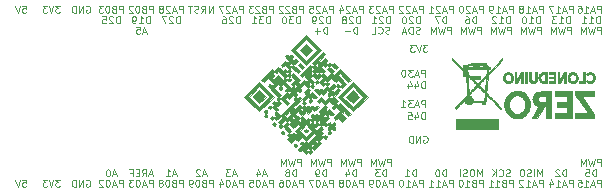
<source format=gbr>
%TF.GenerationSoftware,KiCad,Pcbnew,(5.1.6)-1*%
%TF.CreationDate,2022-07-03T21:07:17+08:00*%
%TF.ProjectId,cloneduino_zero,636c6f6e-6564-4756-996e-6f5f7a65726f,1.0*%
%TF.SameCoordinates,Original*%
%TF.FileFunction,Legend,Bot*%
%TF.FilePolarity,Positive*%
%FSLAX46Y46*%
G04 Gerber Fmt 4.6, Leading zero omitted, Abs format (unit mm)*
G04 Created by KiCad (PCBNEW (5.1.6)-1) date 2022-07-03 21:07:17*
%MOMM*%
%LPD*%
G01*
G04 APERTURE LIST*
%ADD10C,0.100000*%
%ADD11C,0.010000*%
G04 APERTURE END LIST*
D10*
X83281714Y-101871428D02*
X83281714Y-101271428D01*
X83053142Y-101271428D01*
X82996000Y-101300000D01*
X82967428Y-101328571D01*
X82938857Y-101385714D01*
X82938857Y-101471428D01*
X82967428Y-101528571D01*
X82996000Y-101557142D01*
X83053142Y-101585714D01*
X83281714Y-101585714D01*
X82710285Y-101700000D02*
X82424571Y-101700000D01*
X82767428Y-101871428D02*
X82567428Y-101271428D01*
X82367428Y-101871428D01*
X81853142Y-101871428D02*
X82196000Y-101871428D01*
X82024571Y-101871428D02*
X82024571Y-101271428D01*
X82081714Y-101357142D01*
X82138857Y-101414285D01*
X82196000Y-101442857D01*
X81481714Y-101271428D02*
X81424571Y-101271428D01*
X81367428Y-101300000D01*
X81338857Y-101328571D01*
X81310285Y-101385714D01*
X81281714Y-101500000D01*
X81281714Y-101642857D01*
X81310285Y-101757142D01*
X81338857Y-101814285D01*
X81367428Y-101842857D01*
X81424571Y-101871428D01*
X81481714Y-101871428D01*
X81538857Y-101842857D01*
X81567428Y-101814285D01*
X81596000Y-101757142D01*
X81624571Y-101642857D01*
X81624571Y-101500000D01*
X81596000Y-101385714D01*
X81567428Y-101328571D01*
X81538857Y-101300000D01*
X81481714Y-101271428D01*
X85678857Y-88917428D02*
X85678857Y-88317428D01*
X85450285Y-88317428D01*
X85393142Y-88346000D01*
X85364571Y-88374571D01*
X85336000Y-88431714D01*
X85336000Y-88517428D01*
X85364571Y-88574571D01*
X85393142Y-88603142D01*
X85450285Y-88631714D01*
X85678857Y-88631714D01*
X85136000Y-88317428D02*
X84993142Y-88917428D01*
X84878857Y-88488857D01*
X84764571Y-88917428D01*
X84621714Y-88317428D01*
X84393142Y-88917428D02*
X84393142Y-88317428D01*
X84193142Y-88746000D01*
X83993142Y-88317428D01*
X83993142Y-88917428D01*
X72978857Y-100093428D02*
X72978857Y-99493428D01*
X72750285Y-99493428D01*
X72693142Y-99522000D01*
X72664571Y-99550571D01*
X72636000Y-99607714D01*
X72636000Y-99693428D01*
X72664571Y-99750571D01*
X72693142Y-99779142D01*
X72750285Y-99807714D01*
X72978857Y-99807714D01*
X72436000Y-99493428D02*
X72293142Y-100093428D01*
X72178857Y-99664857D01*
X72064571Y-100093428D01*
X71921714Y-99493428D01*
X71693142Y-100093428D02*
X71693142Y-99493428D01*
X71493142Y-99922000D01*
X71293142Y-99493428D01*
X71293142Y-100093428D01*
X73121714Y-101871428D02*
X73121714Y-101271428D01*
X72893142Y-101271428D01*
X72836000Y-101300000D01*
X72807428Y-101328571D01*
X72778857Y-101385714D01*
X72778857Y-101471428D01*
X72807428Y-101528571D01*
X72836000Y-101557142D01*
X72893142Y-101585714D01*
X73121714Y-101585714D01*
X72550285Y-101700000D02*
X72264571Y-101700000D01*
X72607428Y-101871428D02*
X72407428Y-101271428D01*
X72207428Y-101871428D01*
X71893142Y-101271428D02*
X71836000Y-101271428D01*
X71778857Y-101300000D01*
X71750285Y-101328571D01*
X71721714Y-101385714D01*
X71693142Y-101500000D01*
X71693142Y-101642857D01*
X71721714Y-101757142D01*
X71750285Y-101814285D01*
X71778857Y-101842857D01*
X71836000Y-101871428D01*
X71893142Y-101871428D01*
X71950285Y-101842857D01*
X71978857Y-101814285D01*
X72007428Y-101757142D01*
X72036000Y-101642857D01*
X72036000Y-101500000D01*
X72007428Y-101385714D01*
X71978857Y-101328571D01*
X71950285Y-101300000D01*
X71893142Y-101271428D01*
X71178857Y-101271428D02*
X71293142Y-101271428D01*
X71350285Y-101300000D01*
X71378857Y-101328571D01*
X71436000Y-101414285D01*
X71464571Y-101528571D01*
X71464571Y-101757142D01*
X71436000Y-101814285D01*
X71407428Y-101842857D01*
X71350285Y-101871428D01*
X71236000Y-101871428D01*
X71178857Y-101842857D01*
X71150285Y-101814285D01*
X71121714Y-101757142D01*
X71121714Y-101614285D01*
X71150285Y-101557142D01*
X71178857Y-101528571D01*
X71236000Y-101500000D01*
X71350285Y-101500000D01*
X71407428Y-101528571D01*
X71436000Y-101557142D01*
X71464571Y-101614285D01*
X83485142Y-92544928D02*
X83485142Y-91944928D01*
X83256571Y-91944928D01*
X83199428Y-91973500D01*
X83170857Y-92002071D01*
X83142285Y-92059214D01*
X83142285Y-92144928D01*
X83170857Y-92202071D01*
X83199428Y-92230642D01*
X83256571Y-92259214D01*
X83485142Y-92259214D01*
X82913714Y-92373500D02*
X82628000Y-92373500D01*
X82970857Y-92544928D02*
X82770857Y-91944928D01*
X82570857Y-92544928D01*
X82428000Y-91944928D02*
X82056571Y-91944928D01*
X82256571Y-92173500D01*
X82170857Y-92173500D01*
X82113714Y-92202071D01*
X82085142Y-92230642D01*
X82056571Y-92287785D01*
X82056571Y-92430642D01*
X82085142Y-92487785D01*
X82113714Y-92516357D01*
X82170857Y-92544928D01*
X82342285Y-92544928D01*
X82399428Y-92516357D01*
X82428000Y-92487785D01*
X81685142Y-91944928D02*
X81628000Y-91944928D01*
X81570857Y-91973500D01*
X81542285Y-92002071D01*
X81513714Y-92059214D01*
X81485142Y-92173500D01*
X81485142Y-92316357D01*
X81513714Y-92430642D01*
X81542285Y-92487785D01*
X81570857Y-92516357D01*
X81628000Y-92544928D01*
X81685142Y-92544928D01*
X81742285Y-92516357D01*
X81770857Y-92487785D01*
X81799428Y-92430642D01*
X81828000Y-92316357D01*
X81828000Y-92173500D01*
X81799428Y-92059214D01*
X81770857Y-92002071D01*
X81742285Y-91973500D01*
X81685142Y-91944928D01*
X83485142Y-93544928D02*
X83485142Y-92944928D01*
X83342285Y-92944928D01*
X83256571Y-92973500D01*
X83199428Y-93030642D01*
X83170857Y-93087785D01*
X83142285Y-93202071D01*
X83142285Y-93287785D01*
X83170857Y-93402071D01*
X83199428Y-93459214D01*
X83256571Y-93516357D01*
X83342285Y-93544928D01*
X83485142Y-93544928D01*
X82628000Y-93144928D02*
X82628000Y-93544928D01*
X82770857Y-92916357D02*
X82913714Y-93344928D01*
X82542285Y-93344928D01*
X82056571Y-93144928D02*
X82056571Y-93544928D01*
X82199428Y-92916357D02*
X82342285Y-93344928D01*
X81970857Y-93344928D01*
X83351428Y-97553500D02*
X83408571Y-97524928D01*
X83494285Y-97524928D01*
X83580000Y-97553500D01*
X83637142Y-97610642D01*
X83665714Y-97667785D01*
X83694285Y-97782071D01*
X83694285Y-97867785D01*
X83665714Y-97982071D01*
X83637142Y-98039214D01*
X83580000Y-98096357D01*
X83494285Y-98124928D01*
X83437142Y-98124928D01*
X83351428Y-98096357D01*
X83322857Y-98067785D01*
X83322857Y-97867785D01*
X83437142Y-97867785D01*
X83065714Y-98124928D02*
X83065714Y-97524928D01*
X82722857Y-98124928D01*
X82722857Y-97524928D01*
X82437142Y-98124928D02*
X82437142Y-97524928D01*
X82294285Y-97524928D01*
X82208571Y-97553500D01*
X82151428Y-97610642D01*
X82122857Y-97667785D01*
X82094285Y-97782071D01*
X82094285Y-97867785D01*
X82122857Y-97982071D01*
X82151428Y-98039214D01*
X82208571Y-98096357D01*
X82294285Y-98124928D01*
X82437142Y-98124928D01*
X75518857Y-100093428D02*
X75518857Y-99493428D01*
X75290285Y-99493428D01*
X75233142Y-99522000D01*
X75204571Y-99550571D01*
X75176000Y-99607714D01*
X75176000Y-99693428D01*
X75204571Y-99750571D01*
X75233142Y-99779142D01*
X75290285Y-99807714D01*
X75518857Y-99807714D01*
X74976000Y-99493428D02*
X74833142Y-100093428D01*
X74718857Y-99664857D01*
X74604571Y-100093428D01*
X74461714Y-99493428D01*
X74233142Y-100093428D02*
X74233142Y-99493428D01*
X74033142Y-99922000D01*
X73833142Y-99493428D01*
X73833142Y-100093428D01*
X83485142Y-95148428D02*
X83485142Y-94548428D01*
X83256571Y-94548428D01*
X83199428Y-94577000D01*
X83170857Y-94605571D01*
X83142285Y-94662714D01*
X83142285Y-94748428D01*
X83170857Y-94805571D01*
X83199428Y-94834142D01*
X83256571Y-94862714D01*
X83485142Y-94862714D01*
X82913714Y-94977000D02*
X82628000Y-94977000D01*
X82970857Y-95148428D02*
X82770857Y-94548428D01*
X82570857Y-95148428D01*
X82428000Y-94548428D02*
X82056571Y-94548428D01*
X82256571Y-94777000D01*
X82170857Y-94777000D01*
X82113714Y-94805571D01*
X82085142Y-94834142D01*
X82056571Y-94891285D01*
X82056571Y-95034142D01*
X82085142Y-95091285D01*
X82113714Y-95119857D01*
X82170857Y-95148428D01*
X82342285Y-95148428D01*
X82399428Y-95119857D01*
X82428000Y-95091285D01*
X81485142Y-95148428D02*
X81828000Y-95148428D01*
X81656571Y-95148428D02*
X81656571Y-94548428D01*
X81713714Y-94634142D01*
X81770857Y-94691285D01*
X81828000Y-94719857D01*
X83485142Y-96148428D02*
X83485142Y-95548428D01*
X83342285Y-95548428D01*
X83256571Y-95577000D01*
X83199428Y-95634142D01*
X83170857Y-95691285D01*
X83142285Y-95805571D01*
X83142285Y-95891285D01*
X83170857Y-96005571D01*
X83199428Y-96062714D01*
X83256571Y-96119857D01*
X83342285Y-96148428D01*
X83485142Y-96148428D01*
X82628000Y-95748428D02*
X82628000Y-96148428D01*
X82770857Y-95519857D02*
X82913714Y-95948428D01*
X82542285Y-95948428D01*
X82028000Y-95548428D02*
X82313714Y-95548428D01*
X82342285Y-95834142D01*
X82313714Y-95805571D01*
X82256571Y-95777000D01*
X82113714Y-95777000D01*
X82056571Y-95805571D01*
X82028000Y-95834142D01*
X81999428Y-95891285D01*
X81999428Y-96034142D01*
X82028000Y-96091285D01*
X82056571Y-96119857D01*
X82113714Y-96148428D01*
X82256571Y-96148428D01*
X82313714Y-96119857D01*
X82342285Y-96091285D01*
X83678428Y-89841428D02*
X83307000Y-89841428D01*
X83507000Y-90070000D01*
X83421285Y-90070000D01*
X83364142Y-90098571D01*
X83335571Y-90127142D01*
X83307000Y-90184285D01*
X83307000Y-90327142D01*
X83335571Y-90384285D01*
X83364142Y-90412857D01*
X83421285Y-90441428D01*
X83592714Y-90441428D01*
X83649857Y-90412857D01*
X83678428Y-90384285D01*
X83135571Y-89841428D02*
X82935571Y-90441428D01*
X82735571Y-89841428D01*
X82592714Y-89841428D02*
X82221285Y-89841428D01*
X82421285Y-90070000D01*
X82335571Y-90070000D01*
X82278428Y-90098571D01*
X82249857Y-90127142D01*
X82221285Y-90184285D01*
X82221285Y-90327142D01*
X82249857Y-90384285D01*
X82278428Y-90412857D01*
X82335571Y-90441428D01*
X82507000Y-90441428D01*
X82564142Y-90412857D01*
X82592714Y-90384285D01*
X98394714Y-101871428D02*
X98394714Y-101271428D01*
X98166142Y-101271428D01*
X98109000Y-101300000D01*
X98080428Y-101328571D01*
X98051857Y-101385714D01*
X98051857Y-101471428D01*
X98080428Y-101528571D01*
X98109000Y-101557142D01*
X98166142Y-101585714D01*
X98394714Y-101585714D01*
X97823285Y-101700000D02*
X97537571Y-101700000D01*
X97880428Y-101871428D02*
X97680428Y-101271428D01*
X97480428Y-101871428D01*
X96966142Y-101871428D02*
X97309000Y-101871428D01*
X97137571Y-101871428D02*
X97137571Y-101271428D01*
X97194714Y-101357142D01*
X97251857Y-101414285D01*
X97309000Y-101442857D01*
X96423285Y-101271428D02*
X96709000Y-101271428D01*
X96737571Y-101557142D01*
X96709000Y-101528571D01*
X96651857Y-101500000D01*
X96509000Y-101500000D01*
X96451857Y-101528571D01*
X96423285Y-101557142D01*
X96394714Y-101614285D01*
X96394714Y-101757142D01*
X96423285Y-101814285D01*
X96451857Y-101842857D01*
X96509000Y-101871428D01*
X96651857Y-101871428D01*
X96709000Y-101842857D01*
X96737571Y-101814285D01*
X95981714Y-101871428D02*
X95981714Y-101271428D01*
X95753142Y-101271428D01*
X95696000Y-101300000D01*
X95667428Y-101328571D01*
X95638857Y-101385714D01*
X95638857Y-101471428D01*
X95667428Y-101528571D01*
X95696000Y-101557142D01*
X95753142Y-101585714D01*
X95981714Y-101585714D01*
X95410285Y-101700000D02*
X95124571Y-101700000D01*
X95467428Y-101871428D02*
X95267428Y-101271428D01*
X95067428Y-101871428D01*
X94553142Y-101871428D02*
X94896000Y-101871428D01*
X94724571Y-101871428D02*
X94724571Y-101271428D01*
X94781714Y-101357142D01*
X94838857Y-101414285D01*
X94896000Y-101442857D01*
X94038857Y-101471428D02*
X94038857Y-101871428D01*
X94181714Y-101242857D02*
X94324571Y-101671428D01*
X93953142Y-101671428D01*
X93441714Y-101871428D02*
X93441714Y-101271428D01*
X93213142Y-101271428D01*
X93156000Y-101300000D01*
X93127428Y-101328571D01*
X93098857Y-101385714D01*
X93098857Y-101471428D01*
X93127428Y-101528571D01*
X93156000Y-101557142D01*
X93213142Y-101585714D01*
X93441714Y-101585714D01*
X92870285Y-101700000D02*
X92584571Y-101700000D01*
X92927428Y-101871428D02*
X92727428Y-101271428D01*
X92527428Y-101871428D01*
X92013142Y-101871428D02*
X92356000Y-101871428D01*
X92184571Y-101871428D02*
X92184571Y-101271428D01*
X92241714Y-101357142D01*
X92298857Y-101414285D01*
X92356000Y-101442857D01*
X91784571Y-101328571D02*
X91756000Y-101300000D01*
X91698857Y-101271428D01*
X91556000Y-101271428D01*
X91498857Y-101300000D01*
X91470285Y-101328571D01*
X91441714Y-101385714D01*
X91441714Y-101442857D01*
X91470285Y-101528571D01*
X91813142Y-101871428D01*
X91441714Y-101871428D01*
X90944571Y-101871428D02*
X90944571Y-101271428D01*
X90716000Y-101271428D01*
X90658857Y-101300000D01*
X90630285Y-101328571D01*
X90601714Y-101385714D01*
X90601714Y-101471428D01*
X90630285Y-101528571D01*
X90658857Y-101557142D01*
X90716000Y-101585714D01*
X90944571Y-101585714D01*
X90144571Y-101557142D02*
X90058857Y-101585714D01*
X90030285Y-101614285D01*
X90001714Y-101671428D01*
X90001714Y-101757142D01*
X90030285Y-101814285D01*
X90058857Y-101842857D01*
X90116000Y-101871428D01*
X90344571Y-101871428D01*
X90344571Y-101271428D01*
X90144571Y-101271428D01*
X90087428Y-101300000D01*
X90058857Y-101328571D01*
X90030285Y-101385714D01*
X90030285Y-101442857D01*
X90058857Y-101500000D01*
X90087428Y-101528571D01*
X90144571Y-101557142D01*
X90344571Y-101557142D01*
X89430285Y-101871428D02*
X89773142Y-101871428D01*
X89601714Y-101871428D02*
X89601714Y-101271428D01*
X89658857Y-101357142D01*
X89716000Y-101414285D01*
X89773142Y-101442857D01*
X88858857Y-101871428D02*
X89201714Y-101871428D01*
X89030285Y-101871428D02*
X89030285Y-101271428D01*
X89087428Y-101357142D01*
X89144571Y-101414285D01*
X89201714Y-101442857D01*
X88404571Y-101871428D02*
X88404571Y-101271428D01*
X88176000Y-101271428D01*
X88118857Y-101300000D01*
X88090285Y-101328571D01*
X88061714Y-101385714D01*
X88061714Y-101471428D01*
X88090285Y-101528571D01*
X88118857Y-101557142D01*
X88176000Y-101585714D01*
X88404571Y-101585714D01*
X87604571Y-101557142D02*
X87518857Y-101585714D01*
X87490285Y-101614285D01*
X87461714Y-101671428D01*
X87461714Y-101757142D01*
X87490285Y-101814285D01*
X87518857Y-101842857D01*
X87576000Y-101871428D01*
X87804571Y-101871428D01*
X87804571Y-101271428D01*
X87604571Y-101271428D01*
X87547428Y-101300000D01*
X87518857Y-101328571D01*
X87490285Y-101385714D01*
X87490285Y-101442857D01*
X87518857Y-101500000D01*
X87547428Y-101528571D01*
X87604571Y-101557142D01*
X87804571Y-101557142D01*
X86890285Y-101871428D02*
X87233142Y-101871428D01*
X87061714Y-101871428D02*
X87061714Y-101271428D01*
X87118857Y-101357142D01*
X87176000Y-101414285D01*
X87233142Y-101442857D01*
X86518857Y-101271428D02*
X86461714Y-101271428D01*
X86404571Y-101300000D01*
X86376000Y-101328571D01*
X86347428Y-101385714D01*
X86318857Y-101500000D01*
X86318857Y-101642857D01*
X86347428Y-101757142D01*
X86376000Y-101814285D01*
X86404571Y-101842857D01*
X86461714Y-101871428D01*
X86518857Y-101871428D01*
X86576000Y-101842857D01*
X86604571Y-101814285D01*
X86633142Y-101757142D01*
X86661714Y-101642857D01*
X86661714Y-101500000D01*
X86633142Y-101385714D01*
X86604571Y-101328571D01*
X86576000Y-101300000D01*
X86518857Y-101271428D01*
X85821714Y-101871428D02*
X85821714Y-101271428D01*
X85593142Y-101271428D01*
X85536000Y-101300000D01*
X85507428Y-101328571D01*
X85478857Y-101385714D01*
X85478857Y-101471428D01*
X85507428Y-101528571D01*
X85536000Y-101557142D01*
X85593142Y-101585714D01*
X85821714Y-101585714D01*
X85250285Y-101700000D02*
X84964571Y-101700000D01*
X85307428Y-101871428D02*
X85107428Y-101271428D01*
X84907428Y-101871428D01*
X84393142Y-101871428D02*
X84736000Y-101871428D01*
X84564571Y-101871428D02*
X84564571Y-101271428D01*
X84621714Y-101357142D01*
X84678857Y-101414285D01*
X84736000Y-101442857D01*
X83821714Y-101871428D02*
X84164571Y-101871428D01*
X83993142Y-101871428D02*
X83993142Y-101271428D01*
X84050285Y-101357142D01*
X84107428Y-101414285D01*
X84164571Y-101442857D01*
X80470285Y-88888857D02*
X80384571Y-88917428D01*
X80241714Y-88917428D01*
X80184571Y-88888857D01*
X80156000Y-88860285D01*
X80127428Y-88803142D01*
X80127428Y-88746000D01*
X80156000Y-88688857D01*
X80184571Y-88660285D01*
X80241714Y-88631714D01*
X80356000Y-88603142D01*
X80413142Y-88574571D01*
X80441714Y-88546000D01*
X80470285Y-88488857D01*
X80470285Y-88431714D01*
X80441714Y-88374571D01*
X80413142Y-88346000D01*
X80356000Y-88317428D01*
X80213142Y-88317428D01*
X80127428Y-88346000D01*
X79527428Y-88860285D02*
X79556000Y-88888857D01*
X79641714Y-88917428D01*
X79698857Y-88917428D01*
X79784571Y-88888857D01*
X79841714Y-88831714D01*
X79870285Y-88774571D01*
X79898857Y-88660285D01*
X79898857Y-88574571D01*
X79870285Y-88460285D01*
X79841714Y-88403142D01*
X79784571Y-88346000D01*
X79698857Y-88317428D01*
X79641714Y-88317428D01*
X79556000Y-88346000D01*
X79527428Y-88374571D01*
X78984571Y-88917428D02*
X79270285Y-88917428D01*
X79270285Y-88317428D01*
X57924571Y-87139428D02*
X57924571Y-86539428D01*
X57696000Y-86539428D01*
X57638857Y-86568000D01*
X57610285Y-86596571D01*
X57581714Y-86653714D01*
X57581714Y-86739428D01*
X57610285Y-86796571D01*
X57638857Y-86825142D01*
X57696000Y-86853714D01*
X57924571Y-86853714D01*
X57124571Y-86825142D02*
X57038857Y-86853714D01*
X57010285Y-86882285D01*
X56981714Y-86939428D01*
X56981714Y-87025142D01*
X57010285Y-87082285D01*
X57038857Y-87110857D01*
X57096000Y-87139428D01*
X57324571Y-87139428D01*
X57324571Y-86539428D01*
X57124571Y-86539428D01*
X57067428Y-86568000D01*
X57038857Y-86596571D01*
X57010285Y-86653714D01*
X57010285Y-86710857D01*
X57038857Y-86768000D01*
X57067428Y-86796571D01*
X57124571Y-86825142D01*
X57324571Y-86825142D01*
X56610285Y-86539428D02*
X56553142Y-86539428D01*
X56496000Y-86568000D01*
X56467428Y-86596571D01*
X56438857Y-86653714D01*
X56410285Y-86768000D01*
X56410285Y-86910857D01*
X56438857Y-87025142D01*
X56467428Y-87082285D01*
X56496000Y-87110857D01*
X56553142Y-87139428D01*
X56610285Y-87139428D01*
X56667428Y-87110857D01*
X56696000Y-87082285D01*
X56724571Y-87025142D01*
X56753142Y-86910857D01*
X56753142Y-86768000D01*
X56724571Y-86653714D01*
X56696000Y-86596571D01*
X56667428Y-86568000D01*
X56610285Y-86539428D01*
X56210285Y-86539428D02*
X55838857Y-86539428D01*
X56038857Y-86768000D01*
X55953142Y-86768000D01*
X55896000Y-86796571D01*
X55867428Y-86825142D01*
X55838857Y-86882285D01*
X55838857Y-87025142D01*
X55867428Y-87082285D01*
X55896000Y-87110857D01*
X55953142Y-87139428D01*
X56124571Y-87139428D01*
X56181714Y-87110857D01*
X56210285Y-87082285D01*
X75661714Y-87139428D02*
X75661714Y-86539428D01*
X75433142Y-86539428D01*
X75376000Y-86568000D01*
X75347428Y-86596571D01*
X75318857Y-86653714D01*
X75318857Y-86739428D01*
X75347428Y-86796571D01*
X75376000Y-86825142D01*
X75433142Y-86853714D01*
X75661714Y-86853714D01*
X75090285Y-86968000D02*
X74804571Y-86968000D01*
X75147428Y-87139428D02*
X74947428Y-86539428D01*
X74747428Y-87139428D01*
X74576000Y-86596571D02*
X74547428Y-86568000D01*
X74490285Y-86539428D01*
X74347428Y-86539428D01*
X74290285Y-86568000D01*
X74261714Y-86596571D01*
X74233142Y-86653714D01*
X74233142Y-86710857D01*
X74261714Y-86796571D01*
X74604571Y-87139428D01*
X74233142Y-87139428D01*
X73690285Y-86539428D02*
X73976000Y-86539428D01*
X74004571Y-86825142D01*
X73976000Y-86796571D01*
X73918857Y-86768000D01*
X73776000Y-86768000D01*
X73718857Y-86796571D01*
X73690285Y-86825142D01*
X73661714Y-86882285D01*
X73661714Y-87025142D01*
X73690285Y-87082285D01*
X73718857Y-87110857D01*
X73776000Y-87139428D01*
X73918857Y-87139428D01*
X73976000Y-87110857D01*
X74004571Y-87082285D01*
X98378857Y-88917428D02*
X98378857Y-88317428D01*
X98150285Y-88317428D01*
X98093142Y-88346000D01*
X98064571Y-88374571D01*
X98036000Y-88431714D01*
X98036000Y-88517428D01*
X98064571Y-88574571D01*
X98093142Y-88603142D01*
X98150285Y-88631714D01*
X98378857Y-88631714D01*
X97836000Y-88317428D02*
X97693142Y-88917428D01*
X97578857Y-88488857D01*
X97464571Y-88917428D01*
X97321714Y-88317428D01*
X97093142Y-88917428D02*
X97093142Y-88317428D01*
X96893142Y-88746000D01*
X96693142Y-88317428D01*
X96693142Y-88917428D01*
X65544571Y-101871428D02*
X65544571Y-101271428D01*
X65316000Y-101271428D01*
X65258857Y-101300000D01*
X65230285Y-101328571D01*
X65201714Y-101385714D01*
X65201714Y-101471428D01*
X65230285Y-101528571D01*
X65258857Y-101557142D01*
X65316000Y-101585714D01*
X65544571Y-101585714D01*
X64744571Y-101557142D02*
X64658857Y-101585714D01*
X64630285Y-101614285D01*
X64601714Y-101671428D01*
X64601714Y-101757142D01*
X64630285Y-101814285D01*
X64658857Y-101842857D01*
X64716000Y-101871428D01*
X64944571Y-101871428D01*
X64944571Y-101271428D01*
X64744571Y-101271428D01*
X64687428Y-101300000D01*
X64658857Y-101328571D01*
X64630285Y-101385714D01*
X64630285Y-101442857D01*
X64658857Y-101500000D01*
X64687428Y-101528571D01*
X64744571Y-101557142D01*
X64944571Y-101557142D01*
X64230285Y-101271428D02*
X64173142Y-101271428D01*
X64116000Y-101300000D01*
X64087428Y-101328571D01*
X64058857Y-101385714D01*
X64030285Y-101500000D01*
X64030285Y-101642857D01*
X64058857Y-101757142D01*
X64087428Y-101814285D01*
X64116000Y-101842857D01*
X64173142Y-101871428D01*
X64230285Y-101871428D01*
X64287428Y-101842857D01*
X64316000Y-101814285D01*
X64344571Y-101757142D01*
X64373142Y-101642857D01*
X64373142Y-101500000D01*
X64344571Y-101385714D01*
X64316000Y-101328571D01*
X64287428Y-101300000D01*
X64230285Y-101271428D01*
X63744571Y-101871428D02*
X63630285Y-101871428D01*
X63573142Y-101842857D01*
X63544571Y-101814285D01*
X63487428Y-101728571D01*
X63458857Y-101614285D01*
X63458857Y-101385714D01*
X63487428Y-101328571D01*
X63516000Y-101300000D01*
X63573142Y-101271428D01*
X63687428Y-101271428D01*
X63744571Y-101300000D01*
X63773142Y-101328571D01*
X63801714Y-101385714D01*
X63801714Y-101528571D01*
X63773142Y-101585714D01*
X63744571Y-101614285D01*
X63687428Y-101642857D01*
X63573142Y-101642857D01*
X63516000Y-101614285D01*
X63487428Y-101585714D01*
X63458857Y-101528571D01*
X60164571Y-88028428D02*
X60164571Y-87428428D01*
X60021714Y-87428428D01*
X59936000Y-87457000D01*
X59878857Y-87514142D01*
X59850285Y-87571285D01*
X59821714Y-87685571D01*
X59821714Y-87771285D01*
X59850285Y-87885571D01*
X59878857Y-87942714D01*
X59936000Y-87999857D01*
X60021714Y-88028428D01*
X60164571Y-88028428D01*
X59250285Y-88028428D02*
X59593142Y-88028428D01*
X59421714Y-88028428D02*
X59421714Y-87428428D01*
X59478857Y-87514142D01*
X59536000Y-87571285D01*
X59593142Y-87599857D01*
X58964571Y-88028428D02*
X58850285Y-88028428D01*
X58793142Y-87999857D01*
X58764571Y-87971285D01*
X58707428Y-87885571D01*
X58678857Y-87771285D01*
X58678857Y-87542714D01*
X58707428Y-87485571D01*
X58736000Y-87457000D01*
X58793142Y-87428428D01*
X58907428Y-87428428D01*
X58964571Y-87457000D01*
X58993142Y-87485571D01*
X59021714Y-87542714D01*
X59021714Y-87685571D01*
X58993142Y-87742714D01*
X58964571Y-87771285D01*
X58907428Y-87799857D01*
X58793142Y-87799857D01*
X58736000Y-87771285D01*
X58707428Y-87742714D01*
X58678857Y-87685571D01*
X57624571Y-88028428D02*
X57624571Y-87428428D01*
X57481714Y-87428428D01*
X57396000Y-87457000D01*
X57338857Y-87514142D01*
X57310285Y-87571285D01*
X57281714Y-87685571D01*
X57281714Y-87771285D01*
X57310285Y-87885571D01*
X57338857Y-87942714D01*
X57396000Y-87999857D01*
X57481714Y-88028428D01*
X57624571Y-88028428D01*
X57053142Y-87485571D02*
X57024571Y-87457000D01*
X56967428Y-87428428D01*
X56824571Y-87428428D01*
X56767428Y-87457000D01*
X56738857Y-87485571D01*
X56710285Y-87542714D01*
X56710285Y-87599857D01*
X56738857Y-87685571D01*
X57081714Y-88028428D01*
X56710285Y-88028428D01*
X56167428Y-87428428D02*
X56453142Y-87428428D01*
X56481714Y-87714142D01*
X56453142Y-87685571D01*
X56396000Y-87657000D01*
X56253142Y-87657000D01*
X56196000Y-87685571D01*
X56167428Y-87714142D01*
X56138857Y-87771285D01*
X56138857Y-87914142D01*
X56167428Y-87971285D01*
X56196000Y-87999857D01*
X56253142Y-88028428D01*
X56396000Y-88028428D01*
X56453142Y-87999857D01*
X56481714Y-87971285D01*
X90758857Y-88917428D02*
X90758857Y-88317428D01*
X90530285Y-88317428D01*
X90473142Y-88346000D01*
X90444571Y-88374571D01*
X90416000Y-88431714D01*
X90416000Y-88517428D01*
X90444571Y-88574571D01*
X90473142Y-88603142D01*
X90530285Y-88631714D01*
X90758857Y-88631714D01*
X90216000Y-88317428D02*
X90073142Y-88917428D01*
X89958857Y-88488857D01*
X89844571Y-88917428D01*
X89701714Y-88317428D01*
X89473142Y-88917428D02*
X89473142Y-88317428D01*
X89273142Y-88746000D01*
X89073142Y-88317428D01*
X89073142Y-88917428D01*
X77944571Y-88028428D02*
X77944571Y-87428428D01*
X77801714Y-87428428D01*
X77716000Y-87457000D01*
X77658857Y-87514142D01*
X77630285Y-87571285D01*
X77601714Y-87685571D01*
X77601714Y-87771285D01*
X77630285Y-87885571D01*
X77658857Y-87942714D01*
X77716000Y-87999857D01*
X77801714Y-88028428D01*
X77944571Y-88028428D01*
X77373142Y-87485571D02*
X77344571Y-87457000D01*
X77287428Y-87428428D01*
X77144571Y-87428428D01*
X77087428Y-87457000D01*
X77058857Y-87485571D01*
X77030285Y-87542714D01*
X77030285Y-87599857D01*
X77058857Y-87685571D01*
X77401714Y-88028428D01*
X77030285Y-88028428D01*
X76687428Y-87685571D02*
X76744571Y-87657000D01*
X76773142Y-87628428D01*
X76801714Y-87571285D01*
X76801714Y-87542714D01*
X76773142Y-87485571D01*
X76744571Y-87457000D01*
X76687428Y-87428428D01*
X76573142Y-87428428D01*
X76516000Y-87457000D01*
X76487428Y-87485571D01*
X76458857Y-87542714D01*
X76458857Y-87571285D01*
X76487428Y-87628428D01*
X76516000Y-87657000D01*
X76573142Y-87685571D01*
X76687428Y-87685571D01*
X76744571Y-87714142D01*
X76773142Y-87742714D01*
X76801714Y-87799857D01*
X76801714Y-87914142D01*
X76773142Y-87971285D01*
X76744571Y-87999857D01*
X76687428Y-88028428D01*
X76573142Y-88028428D01*
X76516000Y-87999857D01*
X76487428Y-87971285D01*
X76458857Y-87914142D01*
X76458857Y-87799857D01*
X76487428Y-87742714D01*
X76516000Y-87714142D01*
X76573142Y-87685571D01*
X72864571Y-88028428D02*
X72864571Y-87428428D01*
X72721714Y-87428428D01*
X72636000Y-87457000D01*
X72578857Y-87514142D01*
X72550285Y-87571285D01*
X72521714Y-87685571D01*
X72521714Y-87771285D01*
X72550285Y-87885571D01*
X72578857Y-87942714D01*
X72636000Y-87999857D01*
X72721714Y-88028428D01*
X72864571Y-88028428D01*
X72321714Y-87428428D02*
X71950285Y-87428428D01*
X72150285Y-87657000D01*
X72064571Y-87657000D01*
X72007428Y-87685571D01*
X71978857Y-87714142D01*
X71950285Y-87771285D01*
X71950285Y-87914142D01*
X71978857Y-87971285D01*
X72007428Y-87999857D01*
X72064571Y-88028428D01*
X72236000Y-88028428D01*
X72293142Y-87999857D01*
X72321714Y-87971285D01*
X71578857Y-87428428D02*
X71521714Y-87428428D01*
X71464571Y-87457000D01*
X71436000Y-87485571D01*
X71407428Y-87542714D01*
X71378857Y-87657000D01*
X71378857Y-87799857D01*
X71407428Y-87914142D01*
X71436000Y-87971285D01*
X71464571Y-87999857D01*
X71521714Y-88028428D01*
X71578857Y-88028428D01*
X71636000Y-87999857D01*
X71664571Y-87971285D01*
X71693142Y-87914142D01*
X71721714Y-87799857D01*
X71721714Y-87657000D01*
X71693142Y-87542714D01*
X71664571Y-87485571D01*
X71636000Y-87457000D01*
X71578857Y-87428428D01*
X70324571Y-88028428D02*
X70324571Y-87428428D01*
X70181714Y-87428428D01*
X70096000Y-87457000D01*
X70038857Y-87514142D01*
X70010285Y-87571285D01*
X69981714Y-87685571D01*
X69981714Y-87771285D01*
X70010285Y-87885571D01*
X70038857Y-87942714D01*
X70096000Y-87999857D01*
X70181714Y-88028428D01*
X70324571Y-88028428D01*
X69781714Y-87428428D02*
X69410285Y-87428428D01*
X69610285Y-87657000D01*
X69524571Y-87657000D01*
X69467428Y-87685571D01*
X69438857Y-87714142D01*
X69410285Y-87771285D01*
X69410285Y-87914142D01*
X69438857Y-87971285D01*
X69467428Y-87999857D01*
X69524571Y-88028428D01*
X69696000Y-88028428D01*
X69753142Y-87999857D01*
X69781714Y-87971285D01*
X68838857Y-88028428D02*
X69181714Y-88028428D01*
X69010285Y-88028428D02*
X69010285Y-87428428D01*
X69067428Y-87514142D01*
X69124571Y-87571285D01*
X69181714Y-87599857D01*
X95438857Y-100982428D02*
X95438857Y-100382428D01*
X95296000Y-100382428D01*
X95210285Y-100411000D01*
X95153142Y-100468142D01*
X95124571Y-100525285D01*
X95096000Y-100639571D01*
X95096000Y-100725285D01*
X95124571Y-100839571D01*
X95153142Y-100896714D01*
X95210285Y-100953857D01*
X95296000Y-100982428D01*
X95438857Y-100982428D01*
X94867428Y-100439571D02*
X94838857Y-100411000D01*
X94781714Y-100382428D01*
X94638857Y-100382428D01*
X94581714Y-100411000D01*
X94553142Y-100439571D01*
X94524571Y-100496714D01*
X94524571Y-100553857D01*
X94553142Y-100639571D01*
X94896000Y-100982428D01*
X94524571Y-100982428D01*
X93441714Y-87139428D02*
X93441714Y-86539428D01*
X93213142Y-86539428D01*
X93156000Y-86568000D01*
X93127428Y-86596571D01*
X93098857Y-86653714D01*
X93098857Y-86739428D01*
X93127428Y-86796571D01*
X93156000Y-86825142D01*
X93213142Y-86853714D01*
X93441714Y-86853714D01*
X92870285Y-86968000D02*
X92584571Y-86968000D01*
X92927428Y-87139428D02*
X92727428Y-86539428D01*
X92527428Y-87139428D01*
X92013142Y-87139428D02*
X92356000Y-87139428D01*
X92184571Y-87139428D02*
X92184571Y-86539428D01*
X92241714Y-86625142D01*
X92298857Y-86682285D01*
X92356000Y-86710857D01*
X91670285Y-86796571D02*
X91727428Y-86768000D01*
X91756000Y-86739428D01*
X91784571Y-86682285D01*
X91784571Y-86653714D01*
X91756000Y-86596571D01*
X91727428Y-86568000D01*
X91670285Y-86539428D01*
X91556000Y-86539428D01*
X91498857Y-86568000D01*
X91470285Y-86596571D01*
X91441714Y-86653714D01*
X91441714Y-86682285D01*
X91470285Y-86739428D01*
X91498857Y-86768000D01*
X91556000Y-86796571D01*
X91670285Y-86796571D01*
X91727428Y-86825142D01*
X91756000Y-86853714D01*
X91784571Y-86910857D01*
X91784571Y-87025142D01*
X91756000Y-87082285D01*
X91727428Y-87110857D01*
X91670285Y-87139428D01*
X91556000Y-87139428D01*
X91498857Y-87110857D01*
X91470285Y-87082285D01*
X91441714Y-87025142D01*
X91441714Y-86910857D01*
X91470285Y-86853714D01*
X91498857Y-86825142D01*
X91556000Y-86796571D01*
X83281714Y-87139428D02*
X83281714Y-86539428D01*
X83053142Y-86539428D01*
X82996000Y-86568000D01*
X82967428Y-86596571D01*
X82938857Y-86653714D01*
X82938857Y-86739428D01*
X82967428Y-86796571D01*
X82996000Y-86825142D01*
X83053142Y-86853714D01*
X83281714Y-86853714D01*
X82710285Y-86968000D02*
X82424571Y-86968000D01*
X82767428Y-87139428D02*
X82567428Y-86539428D01*
X82367428Y-87139428D01*
X82196000Y-86596571D02*
X82167428Y-86568000D01*
X82110285Y-86539428D01*
X81967428Y-86539428D01*
X81910285Y-86568000D01*
X81881714Y-86596571D01*
X81853142Y-86653714D01*
X81853142Y-86710857D01*
X81881714Y-86796571D01*
X82224571Y-87139428D01*
X81853142Y-87139428D01*
X81624571Y-86596571D02*
X81596000Y-86568000D01*
X81538857Y-86539428D01*
X81396000Y-86539428D01*
X81338857Y-86568000D01*
X81310285Y-86596571D01*
X81281714Y-86653714D01*
X81281714Y-86710857D01*
X81310285Y-86796571D01*
X81653142Y-87139428D01*
X81281714Y-87139428D01*
X80484571Y-88028428D02*
X80484571Y-87428428D01*
X80341714Y-87428428D01*
X80256000Y-87457000D01*
X80198857Y-87514142D01*
X80170285Y-87571285D01*
X80141714Y-87685571D01*
X80141714Y-87771285D01*
X80170285Y-87885571D01*
X80198857Y-87942714D01*
X80256000Y-87999857D01*
X80341714Y-88028428D01*
X80484571Y-88028428D01*
X79913142Y-87485571D02*
X79884571Y-87457000D01*
X79827428Y-87428428D01*
X79684571Y-87428428D01*
X79627428Y-87457000D01*
X79598857Y-87485571D01*
X79570285Y-87542714D01*
X79570285Y-87599857D01*
X79598857Y-87685571D01*
X79941714Y-88028428D01*
X79570285Y-88028428D01*
X78998857Y-88028428D02*
X79341714Y-88028428D01*
X79170285Y-88028428D02*
X79170285Y-87428428D01*
X79227428Y-87514142D01*
X79284571Y-87571285D01*
X79341714Y-87599857D01*
X59864571Y-88746000D02*
X59578857Y-88746000D01*
X59921714Y-88917428D02*
X59721714Y-88317428D01*
X59521714Y-88917428D01*
X59036000Y-88317428D02*
X59321714Y-88317428D01*
X59350285Y-88603142D01*
X59321714Y-88574571D01*
X59264571Y-88546000D01*
X59121714Y-88546000D01*
X59064571Y-88574571D01*
X59036000Y-88603142D01*
X59007428Y-88660285D01*
X59007428Y-88803142D01*
X59036000Y-88860285D01*
X59064571Y-88888857D01*
X59121714Y-88917428D01*
X59264571Y-88917428D01*
X59321714Y-88888857D01*
X59350285Y-88860285D01*
X75661714Y-101871428D02*
X75661714Y-101271428D01*
X75433142Y-101271428D01*
X75376000Y-101300000D01*
X75347428Y-101328571D01*
X75318857Y-101385714D01*
X75318857Y-101471428D01*
X75347428Y-101528571D01*
X75376000Y-101557142D01*
X75433142Y-101585714D01*
X75661714Y-101585714D01*
X75090285Y-101700000D02*
X74804571Y-101700000D01*
X75147428Y-101871428D02*
X74947428Y-101271428D01*
X74747428Y-101871428D01*
X74433142Y-101271428D02*
X74376000Y-101271428D01*
X74318857Y-101300000D01*
X74290285Y-101328571D01*
X74261714Y-101385714D01*
X74233142Y-101500000D01*
X74233142Y-101642857D01*
X74261714Y-101757142D01*
X74290285Y-101814285D01*
X74318857Y-101842857D01*
X74376000Y-101871428D01*
X74433142Y-101871428D01*
X74490285Y-101842857D01*
X74518857Y-101814285D01*
X74547428Y-101757142D01*
X74576000Y-101642857D01*
X74576000Y-101500000D01*
X74547428Y-101385714D01*
X74518857Y-101328571D01*
X74490285Y-101300000D01*
X74433142Y-101271428D01*
X74033142Y-101271428D02*
X73633142Y-101271428D01*
X73890285Y-101871428D01*
X80741714Y-101871428D02*
X80741714Y-101271428D01*
X80513142Y-101271428D01*
X80456000Y-101300000D01*
X80427428Y-101328571D01*
X80398857Y-101385714D01*
X80398857Y-101471428D01*
X80427428Y-101528571D01*
X80456000Y-101557142D01*
X80513142Y-101585714D01*
X80741714Y-101585714D01*
X80170285Y-101700000D02*
X79884571Y-101700000D01*
X80227428Y-101871428D02*
X80027428Y-101271428D01*
X79827428Y-101871428D01*
X79513142Y-101271428D02*
X79456000Y-101271428D01*
X79398857Y-101300000D01*
X79370285Y-101328571D01*
X79341714Y-101385714D01*
X79313142Y-101500000D01*
X79313142Y-101642857D01*
X79341714Y-101757142D01*
X79370285Y-101814285D01*
X79398857Y-101842857D01*
X79456000Y-101871428D01*
X79513142Y-101871428D01*
X79570285Y-101842857D01*
X79598857Y-101814285D01*
X79627428Y-101757142D01*
X79656000Y-101642857D01*
X79656000Y-101500000D01*
X79627428Y-101385714D01*
X79598857Y-101328571D01*
X79570285Y-101300000D01*
X79513142Y-101271428D01*
X79027428Y-101871428D02*
X78913142Y-101871428D01*
X78856000Y-101842857D01*
X78827428Y-101814285D01*
X78770285Y-101728571D01*
X78741714Y-101614285D01*
X78741714Y-101385714D01*
X78770285Y-101328571D01*
X78798857Y-101300000D01*
X78856000Y-101271428D01*
X78970285Y-101271428D01*
X79027428Y-101300000D01*
X79056000Y-101328571D01*
X79084571Y-101385714D01*
X79084571Y-101528571D01*
X79056000Y-101585714D01*
X79027428Y-101614285D01*
X78970285Y-101642857D01*
X78856000Y-101642857D01*
X78798857Y-101614285D01*
X78770285Y-101585714D01*
X78741714Y-101528571D01*
X60421714Y-101871428D02*
X60421714Y-101271428D01*
X60193142Y-101271428D01*
X60136000Y-101300000D01*
X60107428Y-101328571D01*
X60078857Y-101385714D01*
X60078857Y-101471428D01*
X60107428Y-101528571D01*
X60136000Y-101557142D01*
X60193142Y-101585714D01*
X60421714Y-101585714D01*
X59850285Y-101700000D02*
X59564571Y-101700000D01*
X59907428Y-101871428D02*
X59707428Y-101271428D01*
X59507428Y-101871428D01*
X59193142Y-101271428D02*
X59136000Y-101271428D01*
X59078857Y-101300000D01*
X59050285Y-101328571D01*
X59021714Y-101385714D01*
X58993142Y-101500000D01*
X58993142Y-101642857D01*
X59021714Y-101757142D01*
X59050285Y-101814285D01*
X59078857Y-101842857D01*
X59136000Y-101871428D01*
X59193142Y-101871428D01*
X59250285Y-101842857D01*
X59278857Y-101814285D01*
X59307428Y-101757142D01*
X59336000Y-101642857D01*
X59336000Y-101500000D01*
X59307428Y-101385714D01*
X59278857Y-101328571D01*
X59250285Y-101300000D01*
X59193142Y-101271428D01*
X58793142Y-101271428D02*
X58421714Y-101271428D01*
X58621714Y-101500000D01*
X58536000Y-101500000D01*
X58478857Y-101528571D01*
X58450285Y-101557142D01*
X58421714Y-101614285D01*
X58421714Y-101757142D01*
X58450285Y-101814285D01*
X58478857Y-101842857D01*
X58536000Y-101871428D01*
X58707428Y-101871428D01*
X58764571Y-101842857D01*
X58793142Y-101814285D01*
X62961714Y-87139428D02*
X62961714Y-86539428D01*
X62733142Y-86539428D01*
X62676000Y-86568000D01*
X62647428Y-86596571D01*
X62618857Y-86653714D01*
X62618857Y-86739428D01*
X62647428Y-86796571D01*
X62676000Y-86825142D01*
X62733142Y-86853714D01*
X62961714Y-86853714D01*
X62390285Y-86968000D02*
X62104571Y-86968000D01*
X62447428Y-87139428D02*
X62247428Y-86539428D01*
X62047428Y-87139428D01*
X61876000Y-86596571D02*
X61847428Y-86568000D01*
X61790285Y-86539428D01*
X61647428Y-86539428D01*
X61590285Y-86568000D01*
X61561714Y-86596571D01*
X61533142Y-86653714D01*
X61533142Y-86710857D01*
X61561714Y-86796571D01*
X61904571Y-87139428D01*
X61533142Y-87139428D01*
X61190285Y-86796571D02*
X61247428Y-86768000D01*
X61276000Y-86739428D01*
X61304571Y-86682285D01*
X61304571Y-86653714D01*
X61276000Y-86596571D01*
X61247428Y-86568000D01*
X61190285Y-86539428D01*
X61076000Y-86539428D01*
X61018857Y-86568000D01*
X60990285Y-86596571D01*
X60961714Y-86653714D01*
X60961714Y-86682285D01*
X60990285Y-86739428D01*
X61018857Y-86768000D01*
X61076000Y-86796571D01*
X61190285Y-86796571D01*
X61247428Y-86825142D01*
X61276000Y-86853714D01*
X61304571Y-86910857D01*
X61304571Y-87025142D01*
X61276000Y-87082285D01*
X61247428Y-87110857D01*
X61190285Y-87139428D01*
X61076000Y-87139428D01*
X61018857Y-87110857D01*
X60990285Y-87082285D01*
X60961714Y-87025142D01*
X60961714Y-86910857D01*
X60990285Y-86853714D01*
X61018857Y-86825142D01*
X61076000Y-86796571D01*
X98394714Y-87139428D02*
X98394714Y-86539428D01*
X98166142Y-86539428D01*
X98109000Y-86568000D01*
X98080428Y-86596571D01*
X98051857Y-86653714D01*
X98051857Y-86739428D01*
X98080428Y-86796571D01*
X98109000Y-86825142D01*
X98166142Y-86853714D01*
X98394714Y-86853714D01*
X97823285Y-86968000D02*
X97537571Y-86968000D01*
X97880428Y-87139428D02*
X97680428Y-86539428D01*
X97480428Y-87139428D01*
X96966142Y-87139428D02*
X97309000Y-87139428D01*
X97137571Y-87139428D02*
X97137571Y-86539428D01*
X97194714Y-86625142D01*
X97251857Y-86682285D01*
X97309000Y-86710857D01*
X96451857Y-86539428D02*
X96566142Y-86539428D01*
X96623285Y-86568000D01*
X96651857Y-86596571D01*
X96709000Y-86682285D01*
X96737571Y-86796571D01*
X96737571Y-87025142D01*
X96709000Y-87082285D01*
X96680428Y-87110857D01*
X96623285Y-87139428D01*
X96509000Y-87139428D01*
X96451857Y-87110857D01*
X96423285Y-87082285D01*
X96394714Y-87025142D01*
X96394714Y-86882285D01*
X96423285Y-86825142D01*
X96451857Y-86796571D01*
X96509000Y-86768000D01*
X96623285Y-86768000D01*
X96680428Y-86796571D01*
X96709000Y-86825142D01*
X96737571Y-86882285D01*
X60464571Y-87139428D02*
X60464571Y-86539428D01*
X60236000Y-86539428D01*
X60178857Y-86568000D01*
X60150285Y-86596571D01*
X60121714Y-86653714D01*
X60121714Y-86739428D01*
X60150285Y-86796571D01*
X60178857Y-86825142D01*
X60236000Y-86853714D01*
X60464571Y-86853714D01*
X59664571Y-86825142D02*
X59578857Y-86853714D01*
X59550285Y-86882285D01*
X59521714Y-86939428D01*
X59521714Y-87025142D01*
X59550285Y-87082285D01*
X59578857Y-87110857D01*
X59636000Y-87139428D01*
X59864571Y-87139428D01*
X59864571Y-86539428D01*
X59664571Y-86539428D01*
X59607428Y-86568000D01*
X59578857Y-86596571D01*
X59550285Y-86653714D01*
X59550285Y-86710857D01*
X59578857Y-86768000D01*
X59607428Y-86796571D01*
X59664571Y-86825142D01*
X59864571Y-86825142D01*
X59150285Y-86539428D02*
X59093142Y-86539428D01*
X59036000Y-86568000D01*
X59007428Y-86596571D01*
X58978857Y-86653714D01*
X58950285Y-86768000D01*
X58950285Y-86910857D01*
X58978857Y-87025142D01*
X59007428Y-87082285D01*
X59036000Y-87110857D01*
X59093142Y-87139428D01*
X59150285Y-87139428D01*
X59207428Y-87110857D01*
X59236000Y-87082285D01*
X59264571Y-87025142D01*
X59293142Y-86910857D01*
X59293142Y-86768000D01*
X59264571Y-86653714D01*
X59236000Y-86596571D01*
X59207428Y-86568000D01*
X59150285Y-86539428D01*
X58721714Y-86596571D02*
X58693142Y-86568000D01*
X58636000Y-86539428D01*
X58493142Y-86539428D01*
X58436000Y-86568000D01*
X58407428Y-86596571D01*
X58378857Y-86653714D01*
X58378857Y-86710857D01*
X58407428Y-86796571D01*
X58750285Y-87139428D01*
X58378857Y-87139428D01*
X80598857Y-100093428D02*
X80598857Y-99493428D01*
X80370285Y-99493428D01*
X80313142Y-99522000D01*
X80284571Y-99550571D01*
X80256000Y-99607714D01*
X80256000Y-99693428D01*
X80284571Y-99750571D01*
X80313142Y-99779142D01*
X80370285Y-99807714D01*
X80598857Y-99807714D01*
X80056000Y-99493428D02*
X79913142Y-100093428D01*
X79798857Y-99664857D01*
X79684571Y-100093428D01*
X79541714Y-99493428D01*
X79313142Y-100093428D02*
X79313142Y-99493428D01*
X79113142Y-99922000D01*
X78913142Y-99493428D01*
X78913142Y-100093428D01*
X98264571Y-88028428D02*
X98264571Y-87428428D01*
X98121714Y-87428428D01*
X98036000Y-87457000D01*
X97978857Y-87514142D01*
X97950285Y-87571285D01*
X97921714Y-87685571D01*
X97921714Y-87771285D01*
X97950285Y-87885571D01*
X97978857Y-87942714D01*
X98036000Y-87999857D01*
X98121714Y-88028428D01*
X98264571Y-88028428D01*
X97350285Y-88028428D02*
X97693142Y-88028428D01*
X97521714Y-88028428D02*
X97521714Y-87428428D01*
X97578857Y-87514142D01*
X97636000Y-87571285D01*
X97693142Y-87599857D01*
X96778857Y-88028428D02*
X97121714Y-88028428D01*
X96950285Y-88028428D02*
X96950285Y-87428428D01*
X97007428Y-87514142D01*
X97064571Y-87571285D01*
X97121714Y-87599857D01*
X93184571Y-88028428D02*
X93184571Y-87428428D01*
X93041714Y-87428428D01*
X92956000Y-87457000D01*
X92898857Y-87514142D01*
X92870285Y-87571285D01*
X92841714Y-87685571D01*
X92841714Y-87771285D01*
X92870285Y-87885571D01*
X92898857Y-87942714D01*
X92956000Y-87999857D01*
X93041714Y-88028428D01*
X93184571Y-88028428D01*
X92270285Y-88028428D02*
X92613142Y-88028428D01*
X92441714Y-88028428D02*
X92441714Y-87428428D01*
X92498857Y-87514142D01*
X92556000Y-87571285D01*
X92613142Y-87599857D01*
X91898857Y-87428428D02*
X91841714Y-87428428D01*
X91784571Y-87457000D01*
X91756000Y-87485571D01*
X91727428Y-87542714D01*
X91698857Y-87657000D01*
X91698857Y-87799857D01*
X91727428Y-87914142D01*
X91756000Y-87971285D01*
X91784571Y-87999857D01*
X91841714Y-88028428D01*
X91898857Y-88028428D01*
X91956000Y-87999857D01*
X91984571Y-87971285D01*
X92013142Y-87914142D01*
X92041714Y-87799857D01*
X92041714Y-87657000D01*
X92013142Y-87542714D01*
X91984571Y-87485571D01*
X91956000Y-87457000D01*
X91898857Y-87428428D01*
X65501714Y-87139428D02*
X65501714Y-86539428D01*
X65158857Y-87139428D01*
X65158857Y-86539428D01*
X64530285Y-87139428D02*
X64730285Y-86853714D01*
X64873142Y-87139428D02*
X64873142Y-86539428D01*
X64644571Y-86539428D01*
X64587428Y-86568000D01*
X64558857Y-86596571D01*
X64530285Y-86653714D01*
X64530285Y-86739428D01*
X64558857Y-86796571D01*
X64587428Y-86825142D01*
X64644571Y-86853714D01*
X64873142Y-86853714D01*
X64301714Y-87110857D02*
X64216000Y-87139428D01*
X64073142Y-87139428D01*
X64016000Y-87110857D01*
X63987428Y-87082285D01*
X63958857Y-87025142D01*
X63958857Y-86968000D01*
X63987428Y-86910857D01*
X64016000Y-86882285D01*
X64073142Y-86853714D01*
X64187428Y-86825142D01*
X64244571Y-86796571D01*
X64273142Y-86768000D01*
X64301714Y-86710857D01*
X64301714Y-86653714D01*
X64273142Y-86596571D01*
X64244571Y-86568000D01*
X64187428Y-86539428D01*
X64044571Y-86539428D01*
X63958857Y-86568000D01*
X63787428Y-86539428D02*
X63444571Y-86539428D01*
X63616000Y-87139428D02*
X63616000Y-86539428D01*
X73164571Y-87139428D02*
X73164571Y-86539428D01*
X72936000Y-86539428D01*
X72878857Y-86568000D01*
X72850285Y-86596571D01*
X72821714Y-86653714D01*
X72821714Y-86739428D01*
X72850285Y-86796571D01*
X72878857Y-86825142D01*
X72936000Y-86853714D01*
X73164571Y-86853714D01*
X72364571Y-86825142D02*
X72278857Y-86853714D01*
X72250285Y-86882285D01*
X72221714Y-86939428D01*
X72221714Y-87025142D01*
X72250285Y-87082285D01*
X72278857Y-87110857D01*
X72336000Y-87139428D01*
X72564571Y-87139428D01*
X72564571Y-86539428D01*
X72364571Y-86539428D01*
X72307428Y-86568000D01*
X72278857Y-86596571D01*
X72250285Y-86653714D01*
X72250285Y-86710857D01*
X72278857Y-86768000D01*
X72307428Y-86796571D01*
X72364571Y-86825142D01*
X72564571Y-86825142D01*
X71993142Y-86596571D02*
X71964571Y-86568000D01*
X71907428Y-86539428D01*
X71764571Y-86539428D01*
X71707428Y-86568000D01*
X71678857Y-86596571D01*
X71650285Y-86653714D01*
X71650285Y-86710857D01*
X71678857Y-86796571D01*
X72021714Y-87139428D01*
X71650285Y-87139428D01*
X71421714Y-86596571D02*
X71393142Y-86568000D01*
X71336000Y-86539428D01*
X71193142Y-86539428D01*
X71136000Y-86568000D01*
X71107428Y-86596571D01*
X71078857Y-86653714D01*
X71078857Y-86710857D01*
X71107428Y-86796571D01*
X71450285Y-87139428D01*
X71078857Y-87139428D01*
X68041714Y-87139428D02*
X68041714Y-86539428D01*
X67813142Y-86539428D01*
X67756000Y-86568000D01*
X67727428Y-86596571D01*
X67698857Y-86653714D01*
X67698857Y-86739428D01*
X67727428Y-86796571D01*
X67756000Y-86825142D01*
X67813142Y-86853714D01*
X68041714Y-86853714D01*
X67470285Y-86968000D02*
X67184571Y-86968000D01*
X67527428Y-87139428D02*
X67327428Y-86539428D01*
X67127428Y-87139428D01*
X66956000Y-86596571D02*
X66927428Y-86568000D01*
X66870285Y-86539428D01*
X66727428Y-86539428D01*
X66670285Y-86568000D01*
X66641714Y-86596571D01*
X66613142Y-86653714D01*
X66613142Y-86710857D01*
X66641714Y-86796571D01*
X66984571Y-87139428D01*
X66613142Y-87139428D01*
X66413142Y-86539428D02*
X66013142Y-86539428D01*
X66270285Y-87139428D01*
X88218857Y-88917428D02*
X88218857Y-88317428D01*
X87990285Y-88317428D01*
X87933142Y-88346000D01*
X87904571Y-88374571D01*
X87876000Y-88431714D01*
X87876000Y-88517428D01*
X87904571Y-88574571D01*
X87933142Y-88603142D01*
X87990285Y-88631714D01*
X88218857Y-88631714D01*
X87676000Y-88317428D02*
X87533142Y-88917428D01*
X87418857Y-88488857D01*
X87304571Y-88917428D01*
X87161714Y-88317428D01*
X86933142Y-88917428D02*
X86933142Y-88317428D01*
X86733142Y-88746000D01*
X86533142Y-88317428D01*
X86533142Y-88917428D01*
X87818857Y-88028428D02*
X87818857Y-87428428D01*
X87676000Y-87428428D01*
X87590285Y-87457000D01*
X87533142Y-87514142D01*
X87504571Y-87571285D01*
X87476000Y-87685571D01*
X87476000Y-87771285D01*
X87504571Y-87885571D01*
X87533142Y-87942714D01*
X87590285Y-87999857D01*
X87676000Y-88028428D01*
X87818857Y-88028428D01*
X86961714Y-87428428D02*
X87076000Y-87428428D01*
X87133142Y-87457000D01*
X87161714Y-87485571D01*
X87218857Y-87571285D01*
X87247428Y-87685571D01*
X87247428Y-87914142D01*
X87218857Y-87971285D01*
X87190285Y-87999857D01*
X87133142Y-88028428D01*
X87018857Y-88028428D01*
X86961714Y-87999857D01*
X86933142Y-87971285D01*
X86904571Y-87914142D01*
X86904571Y-87771285D01*
X86933142Y-87714142D01*
X86961714Y-87685571D01*
X87018857Y-87657000D01*
X87133142Y-87657000D01*
X87190285Y-87685571D01*
X87218857Y-87714142D01*
X87247428Y-87771285D01*
X63004571Y-101871428D02*
X63004571Y-101271428D01*
X62776000Y-101271428D01*
X62718857Y-101300000D01*
X62690285Y-101328571D01*
X62661714Y-101385714D01*
X62661714Y-101471428D01*
X62690285Y-101528571D01*
X62718857Y-101557142D01*
X62776000Y-101585714D01*
X63004571Y-101585714D01*
X62204571Y-101557142D02*
X62118857Y-101585714D01*
X62090285Y-101614285D01*
X62061714Y-101671428D01*
X62061714Y-101757142D01*
X62090285Y-101814285D01*
X62118857Y-101842857D01*
X62176000Y-101871428D01*
X62404571Y-101871428D01*
X62404571Y-101271428D01*
X62204571Y-101271428D01*
X62147428Y-101300000D01*
X62118857Y-101328571D01*
X62090285Y-101385714D01*
X62090285Y-101442857D01*
X62118857Y-101500000D01*
X62147428Y-101528571D01*
X62204571Y-101557142D01*
X62404571Y-101557142D01*
X61690285Y-101271428D02*
X61633142Y-101271428D01*
X61576000Y-101300000D01*
X61547428Y-101328571D01*
X61518857Y-101385714D01*
X61490285Y-101500000D01*
X61490285Y-101642857D01*
X61518857Y-101757142D01*
X61547428Y-101814285D01*
X61576000Y-101842857D01*
X61633142Y-101871428D01*
X61690285Y-101871428D01*
X61747428Y-101842857D01*
X61776000Y-101814285D01*
X61804571Y-101757142D01*
X61833142Y-101642857D01*
X61833142Y-101500000D01*
X61804571Y-101385714D01*
X61776000Y-101328571D01*
X61747428Y-101300000D01*
X61690285Y-101271428D01*
X61147428Y-101528571D02*
X61204571Y-101500000D01*
X61233142Y-101471428D01*
X61261714Y-101414285D01*
X61261714Y-101385714D01*
X61233142Y-101328571D01*
X61204571Y-101300000D01*
X61147428Y-101271428D01*
X61033142Y-101271428D01*
X60976000Y-101300000D01*
X60947428Y-101328571D01*
X60918857Y-101385714D01*
X60918857Y-101414285D01*
X60947428Y-101471428D01*
X60976000Y-101500000D01*
X61033142Y-101528571D01*
X61147428Y-101528571D01*
X61204571Y-101557142D01*
X61233142Y-101585714D01*
X61261714Y-101642857D01*
X61261714Y-101757142D01*
X61233142Y-101814285D01*
X61204571Y-101842857D01*
X61147428Y-101871428D01*
X61033142Y-101871428D01*
X60976000Y-101842857D01*
X60947428Y-101814285D01*
X60918857Y-101757142D01*
X60918857Y-101642857D01*
X60947428Y-101585714D01*
X60976000Y-101557142D01*
X61033142Y-101528571D01*
X77744571Y-88917428D02*
X77744571Y-88317428D01*
X77601714Y-88317428D01*
X77516000Y-88346000D01*
X77458857Y-88403142D01*
X77430285Y-88460285D01*
X77401714Y-88574571D01*
X77401714Y-88660285D01*
X77430285Y-88774571D01*
X77458857Y-88831714D01*
X77516000Y-88888857D01*
X77601714Y-88917428D01*
X77744571Y-88917428D01*
X77144571Y-88688857D02*
X76687428Y-88688857D01*
X62704571Y-88028428D02*
X62704571Y-87428428D01*
X62561714Y-87428428D01*
X62476000Y-87457000D01*
X62418857Y-87514142D01*
X62390285Y-87571285D01*
X62361714Y-87685571D01*
X62361714Y-87771285D01*
X62390285Y-87885571D01*
X62418857Y-87942714D01*
X62476000Y-87999857D01*
X62561714Y-88028428D01*
X62704571Y-88028428D01*
X62133142Y-87485571D02*
X62104571Y-87457000D01*
X62047428Y-87428428D01*
X61904571Y-87428428D01*
X61847428Y-87457000D01*
X61818857Y-87485571D01*
X61790285Y-87542714D01*
X61790285Y-87599857D01*
X61818857Y-87685571D01*
X62161714Y-88028428D01*
X61790285Y-88028428D01*
X61590285Y-87428428D02*
X61190285Y-87428428D01*
X61447428Y-88028428D01*
X49390285Y-86539428D02*
X49676000Y-86539428D01*
X49704571Y-86825142D01*
X49676000Y-86796571D01*
X49618857Y-86768000D01*
X49476000Y-86768000D01*
X49418857Y-86796571D01*
X49390285Y-86825142D01*
X49361714Y-86882285D01*
X49361714Y-87025142D01*
X49390285Y-87082285D01*
X49418857Y-87110857D01*
X49476000Y-87139428D01*
X49618857Y-87139428D01*
X49676000Y-87110857D01*
X49704571Y-87082285D01*
X49190285Y-86539428D02*
X48990285Y-87139428D01*
X48790285Y-86539428D01*
X70581714Y-101871428D02*
X70581714Y-101271428D01*
X70353142Y-101271428D01*
X70296000Y-101300000D01*
X70267428Y-101328571D01*
X70238857Y-101385714D01*
X70238857Y-101471428D01*
X70267428Y-101528571D01*
X70296000Y-101557142D01*
X70353142Y-101585714D01*
X70581714Y-101585714D01*
X70010285Y-101700000D02*
X69724571Y-101700000D01*
X70067428Y-101871428D02*
X69867428Y-101271428D01*
X69667428Y-101871428D01*
X69353142Y-101271428D02*
X69296000Y-101271428D01*
X69238857Y-101300000D01*
X69210285Y-101328571D01*
X69181714Y-101385714D01*
X69153142Y-101500000D01*
X69153142Y-101642857D01*
X69181714Y-101757142D01*
X69210285Y-101814285D01*
X69238857Y-101842857D01*
X69296000Y-101871428D01*
X69353142Y-101871428D01*
X69410285Y-101842857D01*
X69438857Y-101814285D01*
X69467428Y-101757142D01*
X69496000Y-101642857D01*
X69496000Y-101500000D01*
X69467428Y-101385714D01*
X69438857Y-101328571D01*
X69410285Y-101300000D01*
X69353142Y-101271428D01*
X68610285Y-101271428D02*
X68896000Y-101271428D01*
X68924571Y-101557142D01*
X68896000Y-101528571D01*
X68838857Y-101500000D01*
X68696000Y-101500000D01*
X68638857Y-101528571D01*
X68610285Y-101557142D01*
X68581714Y-101614285D01*
X68581714Y-101757142D01*
X68610285Y-101814285D01*
X68638857Y-101842857D01*
X68696000Y-101871428D01*
X68838857Y-101871428D01*
X68896000Y-101842857D01*
X68924571Y-101814285D01*
X93298857Y-88917428D02*
X93298857Y-88317428D01*
X93070285Y-88317428D01*
X93013142Y-88346000D01*
X92984571Y-88374571D01*
X92956000Y-88431714D01*
X92956000Y-88517428D01*
X92984571Y-88574571D01*
X93013142Y-88603142D01*
X93070285Y-88631714D01*
X93298857Y-88631714D01*
X92756000Y-88317428D02*
X92613142Y-88917428D01*
X92498857Y-88488857D01*
X92384571Y-88917428D01*
X92241714Y-88317428D01*
X92013142Y-88917428D02*
X92013142Y-88317428D01*
X91813142Y-88746000D01*
X91613142Y-88317428D01*
X91613142Y-88917428D01*
X95981714Y-87139428D02*
X95981714Y-86539428D01*
X95753142Y-86539428D01*
X95696000Y-86568000D01*
X95667428Y-86596571D01*
X95638857Y-86653714D01*
X95638857Y-86739428D01*
X95667428Y-86796571D01*
X95696000Y-86825142D01*
X95753142Y-86853714D01*
X95981714Y-86853714D01*
X95410285Y-86968000D02*
X95124571Y-86968000D01*
X95467428Y-87139428D02*
X95267428Y-86539428D01*
X95067428Y-87139428D01*
X94553142Y-87139428D02*
X94896000Y-87139428D01*
X94724571Y-87139428D02*
X94724571Y-86539428D01*
X94781714Y-86625142D01*
X94838857Y-86682285D01*
X94896000Y-86710857D01*
X94353142Y-86539428D02*
X93953142Y-86539428D01*
X94210285Y-87139428D01*
X52558857Y-86539428D02*
X52187428Y-86539428D01*
X52387428Y-86768000D01*
X52301714Y-86768000D01*
X52244571Y-86796571D01*
X52216000Y-86825142D01*
X52187428Y-86882285D01*
X52187428Y-87025142D01*
X52216000Y-87082285D01*
X52244571Y-87110857D01*
X52301714Y-87139428D01*
X52473142Y-87139428D01*
X52530285Y-87110857D01*
X52558857Y-87082285D01*
X52016000Y-86539428D02*
X51816000Y-87139428D01*
X51616000Y-86539428D01*
X51473142Y-86539428D02*
X51101714Y-86539428D01*
X51301714Y-86768000D01*
X51216000Y-86768000D01*
X51158857Y-86796571D01*
X51130285Y-86825142D01*
X51101714Y-86882285D01*
X51101714Y-87025142D01*
X51130285Y-87082285D01*
X51158857Y-87110857D01*
X51216000Y-87139428D01*
X51387428Y-87139428D01*
X51444571Y-87110857D01*
X51473142Y-87082285D01*
X88361714Y-87139428D02*
X88361714Y-86539428D01*
X88133142Y-86539428D01*
X88076000Y-86568000D01*
X88047428Y-86596571D01*
X88018857Y-86653714D01*
X88018857Y-86739428D01*
X88047428Y-86796571D01*
X88076000Y-86825142D01*
X88133142Y-86853714D01*
X88361714Y-86853714D01*
X87790285Y-86968000D02*
X87504571Y-86968000D01*
X87847428Y-87139428D02*
X87647428Y-86539428D01*
X87447428Y-87139428D01*
X87276000Y-86596571D02*
X87247428Y-86568000D01*
X87190285Y-86539428D01*
X87047428Y-86539428D01*
X86990285Y-86568000D01*
X86961714Y-86596571D01*
X86933142Y-86653714D01*
X86933142Y-86710857D01*
X86961714Y-86796571D01*
X87304571Y-87139428D01*
X86933142Y-87139428D01*
X86561714Y-86539428D02*
X86504571Y-86539428D01*
X86447428Y-86568000D01*
X86418857Y-86596571D01*
X86390285Y-86653714D01*
X86361714Y-86768000D01*
X86361714Y-86910857D01*
X86390285Y-87025142D01*
X86418857Y-87082285D01*
X86447428Y-87110857D01*
X86504571Y-87139428D01*
X86561714Y-87139428D01*
X86618857Y-87110857D01*
X86647428Y-87082285D01*
X86676000Y-87025142D01*
X86704571Y-86910857D01*
X86704571Y-86768000D01*
X86676000Y-86653714D01*
X86647428Y-86596571D01*
X86618857Y-86568000D01*
X86561714Y-86539428D01*
X98378857Y-100093428D02*
X98378857Y-99493428D01*
X98150285Y-99493428D01*
X98093142Y-99522000D01*
X98064571Y-99550571D01*
X98036000Y-99607714D01*
X98036000Y-99693428D01*
X98064571Y-99750571D01*
X98093142Y-99779142D01*
X98150285Y-99807714D01*
X98378857Y-99807714D01*
X97836000Y-99493428D02*
X97693142Y-100093428D01*
X97578857Y-99664857D01*
X97464571Y-100093428D01*
X97321714Y-99493428D01*
X97093142Y-100093428D02*
X97093142Y-99493428D01*
X96893142Y-99922000D01*
X96693142Y-99493428D01*
X96693142Y-100093428D01*
X83024571Y-88028428D02*
X83024571Y-87428428D01*
X82881714Y-87428428D01*
X82796000Y-87457000D01*
X82738857Y-87514142D01*
X82710285Y-87571285D01*
X82681714Y-87685571D01*
X82681714Y-87771285D01*
X82710285Y-87885571D01*
X82738857Y-87942714D01*
X82796000Y-87999857D01*
X82881714Y-88028428D01*
X83024571Y-88028428D01*
X82453142Y-87485571D02*
X82424571Y-87457000D01*
X82367428Y-87428428D01*
X82224571Y-87428428D01*
X82167428Y-87457000D01*
X82138857Y-87485571D01*
X82110285Y-87542714D01*
X82110285Y-87599857D01*
X82138857Y-87685571D01*
X82481714Y-88028428D01*
X82110285Y-88028428D01*
X81738857Y-87428428D02*
X81681714Y-87428428D01*
X81624571Y-87457000D01*
X81596000Y-87485571D01*
X81567428Y-87542714D01*
X81538857Y-87657000D01*
X81538857Y-87799857D01*
X81567428Y-87914142D01*
X81596000Y-87971285D01*
X81624571Y-87999857D01*
X81681714Y-88028428D01*
X81738857Y-88028428D01*
X81796000Y-87999857D01*
X81824571Y-87971285D01*
X81853142Y-87914142D01*
X81881714Y-87799857D01*
X81881714Y-87657000D01*
X81853142Y-87542714D01*
X81824571Y-87485571D01*
X81796000Y-87457000D01*
X81738857Y-87428428D01*
X97978857Y-100982428D02*
X97978857Y-100382428D01*
X97836000Y-100382428D01*
X97750285Y-100411000D01*
X97693142Y-100468142D01*
X97664571Y-100525285D01*
X97636000Y-100639571D01*
X97636000Y-100725285D01*
X97664571Y-100839571D01*
X97693142Y-100896714D01*
X97750285Y-100953857D01*
X97836000Y-100982428D01*
X97978857Y-100982428D01*
X97093142Y-100382428D02*
X97378857Y-100382428D01*
X97407428Y-100668142D01*
X97378857Y-100639571D01*
X97321714Y-100611000D01*
X97178857Y-100611000D01*
X97121714Y-100639571D01*
X97093142Y-100668142D01*
X97064571Y-100725285D01*
X97064571Y-100868142D01*
X97093142Y-100925285D01*
X97121714Y-100953857D01*
X97178857Y-100982428D01*
X97321714Y-100982428D01*
X97378857Y-100953857D01*
X97407428Y-100925285D01*
X67484571Y-100811000D02*
X67198857Y-100811000D01*
X67541714Y-100982428D02*
X67341714Y-100382428D01*
X67141714Y-100982428D01*
X66998857Y-100382428D02*
X66627428Y-100382428D01*
X66827428Y-100611000D01*
X66741714Y-100611000D01*
X66684571Y-100639571D01*
X66656000Y-100668142D01*
X66627428Y-100725285D01*
X66627428Y-100868142D01*
X66656000Y-100925285D01*
X66684571Y-100953857D01*
X66741714Y-100982428D01*
X66913142Y-100982428D01*
X66970285Y-100953857D01*
X66998857Y-100925285D01*
X67784571Y-88028428D02*
X67784571Y-87428428D01*
X67641714Y-87428428D01*
X67556000Y-87457000D01*
X67498857Y-87514142D01*
X67470285Y-87571285D01*
X67441714Y-87685571D01*
X67441714Y-87771285D01*
X67470285Y-87885571D01*
X67498857Y-87942714D01*
X67556000Y-87999857D01*
X67641714Y-88028428D01*
X67784571Y-88028428D01*
X67213142Y-87485571D02*
X67184571Y-87457000D01*
X67127428Y-87428428D01*
X66984571Y-87428428D01*
X66927428Y-87457000D01*
X66898857Y-87485571D01*
X66870285Y-87542714D01*
X66870285Y-87599857D01*
X66898857Y-87685571D01*
X67241714Y-88028428D01*
X66870285Y-88028428D01*
X66356000Y-87428428D02*
X66470285Y-87428428D01*
X66527428Y-87457000D01*
X66556000Y-87485571D01*
X66613142Y-87571285D01*
X66641714Y-87685571D01*
X66641714Y-87914142D01*
X66613142Y-87971285D01*
X66584571Y-87999857D01*
X66527428Y-88028428D01*
X66413142Y-88028428D01*
X66356000Y-87999857D01*
X66327428Y-87971285D01*
X66298857Y-87914142D01*
X66298857Y-87771285D01*
X66327428Y-87714142D01*
X66356000Y-87685571D01*
X66413142Y-87657000D01*
X66527428Y-87657000D01*
X66584571Y-87685571D01*
X66613142Y-87714142D01*
X66641714Y-87771285D01*
X90901714Y-87139428D02*
X90901714Y-86539428D01*
X90673142Y-86539428D01*
X90616000Y-86568000D01*
X90587428Y-86596571D01*
X90558857Y-86653714D01*
X90558857Y-86739428D01*
X90587428Y-86796571D01*
X90616000Y-86825142D01*
X90673142Y-86853714D01*
X90901714Y-86853714D01*
X90330285Y-86968000D02*
X90044571Y-86968000D01*
X90387428Y-87139428D02*
X90187428Y-86539428D01*
X89987428Y-87139428D01*
X89473142Y-87139428D02*
X89816000Y-87139428D01*
X89644571Y-87139428D02*
X89644571Y-86539428D01*
X89701714Y-86625142D01*
X89758857Y-86682285D01*
X89816000Y-86710857D01*
X89187428Y-87139428D02*
X89073142Y-87139428D01*
X89016000Y-87110857D01*
X88987428Y-87082285D01*
X88930285Y-86996571D01*
X88901714Y-86882285D01*
X88901714Y-86653714D01*
X88930285Y-86596571D01*
X88958857Y-86568000D01*
X89016000Y-86539428D01*
X89130285Y-86539428D01*
X89187428Y-86568000D01*
X89216000Y-86596571D01*
X89244571Y-86653714D01*
X89244571Y-86796571D01*
X89216000Y-86853714D01*
X89187428Y-86882285D01*
X89130285Y-86910857D01*
X89016000Y-86910857D01*
X88958857Y-86882285D01*
X88930285Y-86853714D01*
X88901714Y-86796571D01*
X75404571Y-88028428D02*
X75404571Y-87428428D01*
X75261714Y-87428428D01*
X75176000Y-87457000D01*
X75118857Y-87514142D01*
X75090285Y-87571285D01*
X75061714Y-87685571D01*
X75061714Y-87771285D01*
X75090285Y-87885571D01*
X75118857Y-87942714D01*
X75176000Y-87999857D01*
X75261714Y-88028428D01*
X75404571Y-88028428D01*
X74833142Y-87485571D02*
X74804571Y-87457000D01*
X74747428Y-87428428D01*
X74604571Y-87428428D01*
X74547428Y-87457000D01*
X74518857Y-87485571D01*
X74490285Y-87542714D01*
X74490285Y-87599857D01*
X74518857Y-87685571D01*
X74861714Y-88028428D01*
X74490285Y-88028428D01*
X74204571Y-88028428D02*
X74090285Y-88028428D01*
X74033142Y-87999857D01*
X74004571Y-87971285D01*
X73947428Y-87885571D01*
X73918857Y-87771285D01*
X73918857Y-87542714D01*
X73947428Y-87485571D01*
X73976000Y-87457000D01*
X74033142Y-87428428D01*
X74147428Y-87428428D01*
X74204571Y-87457000D01*
X74233142Y-87485571D01*
X74261714Y-87542714D01*
X74261714Y-87685571D01*
X74233142Y-87742714D01*
X74204571Y-87771285D01*
X74147428Y-87799857D01*
X74033142Y-87799857D01*
X73976000Y-87771285D01*
X73947428Y-87742714D01*
X73918857Y-87685571D01*
X85821714Y-87139428D02*
X85821714Y-86539428D01*
X85593142Y-86539428D01*
X85536000Y-86568000D01*
X85507428Y-86596571D01*
X85478857Y-86653714D01*
X85478857Y-86739428D01*
X85507428Y-86796571D01*
X85536000Y-86825142D01*
X85593142Y-86853714D01*
X85821714Y-86853714D01*
X85250285Y-86968000D02*
X84964571Y-86968000D01*
X85307428Y-87139428D02*
X85107428Y-86539428D01*
X84907428Y-87139428D01*
X84736000Y-86596571D02*
X84707428Y-86568000D01*
X84650285Y-86539428D01*
X84507428Y-86539428D01*
X84450285Y-86568000D01*
X84421714Y-86596571D01*
X84393142Y-86653714D01*
X84393142Y-86710857D01*
X84421714Y-86796571D01*
X84764571Y-87139428D01*
X84393142Y-87139428D01*
X83821714Y-87139428D02*
X84164571Y-87139428D01*
X83993142Y-87139428D02*
X83993142Y-86539428D01*
X84050285Y-86625142D01*
X84107428Y-86682285D01*
X84164571Y-86710857D01*
X80741714Y-87139428D02*
X80741714Y-86539428D01*
X80513142Y-86539428D01*
X80456000Y-86568000D01*
X80427428Y-86596571D01*
X80398857Y-86653714D01*
X80398857Y-86739428D01*
X80427428Y-86796571D01*
X80456000Y-86825142D01*
X80513142Y-86853714D01*
X80741714Y-86853714D01*
X80170285Y-86968000D02*
X79884571Y-86968000D01*
X80227428Y-87139428D02*
X80027428Y-86539428D01*
X79827428Y-87139428D01*
X79656000Y-86596571D02*
X79627428Y-86568000D01*
X79570285Y-86539428D01*
X79427428Y-86539428D01*
X79370285Y-86568000D01*
X79341714Y-86596571D01*
X79313142Y-86653714D01*
X79313142Y-86710857D01*
X79341714Y-86796571D01*
X79684571Y-87139428D01*
X79313142Y-87139428D01*
X79113142Y-86539428D02*
X78741714Y-86539428D01*
X78941714Y-86768000D01*
X78856000Y-86768000D01*
X78798857Y-86796571D01*
X78770285Y-86825142D01*
X78741714Y-86882285D01*
X78741714Y-87025142D01*
X78770285Y-87082285D01*
X78798857Y-87110857D01*
X78856000Y-87139428D01*
X79027428Y-87139428D01*
X79084571Y-87110857D01*
X79113142Y-87082285D01*
X70624571Y-87139428D02*
X70624571Y-86539428D01*
X70396000Y-86539428D01*
X70338857Y-86568000D01*
X70310285Y-86596571D01*
X70281714Y-86653714D01*
X70281714Y-86739428D01*
X70310285Y-86796571D01*
X70338857Y-86825142D01*
X70396000Y-86853714D01*
X70624571Y-86853714D01*
X69824571Y-86825142D02*
X69738857Y-86853714D01*
X69710285Y-86882285D01*
X69681714Y-86939428D01*
X69681714Y-87025142D01*
X69710285Y-87082285D01*
X69738857Y-87110857D01*
X69796000Y-87139428D01*
X70024571Y-87139428D01*
X70024571Y-86539428D01*
X69824571Y-86539428D01*
X69767428Y-86568000D01*
X69738857Y-86596571D01*
X69710285Y-86653714D01*
X69710285Y-86710857D01*
X69738857Y-86768000D01*
X69767428Y-86796571D01*
X69824571Y-86825142D01*
X70024571Y-86825142D01*
X69453142Y-86596571D02*
X69424571Y-86568000D01*
X69367428Y-86539428D01*
X69224571Y-86539428D01*
X69167428Y-86568000D01*
X69138857Y-86596571D01*
X69110285Y-86653714D01*
X69110285Y-86710857D01*
X69138857Y-86796571D01*
X69481714Y-87139428D01*
X69110285Y-87139428D01*
X68910285Y-86539428D02*
X68538857Y-86539428D01*
X68738857Y-86768000D01*
X68653142Y-86768000D01*
X68596000Y-86796571D01*
X68567428Y-86825142D01*
X68538857Y-86882285D01*
X68538857Y-87025142D01*
X68567428Y-87082285D01*
X68596000Y-87110857D01*
X68653142Y-87139428D01*
X68824571Y-87139428D01*
X68881714Y-87110857D01*
X68910285Y-87082285D01*
X78201714Y-101871428D02*
X78201714Y-101271428D01*
X77973142Y-101271428D01*
X77916000Y-101300000D01*
X77887428Y-101328571D01*
X77858857Y-101385714D01*
X77858857Y-101471428D01*
X77887428Y-101528571D01*
X77916000Y-101557142D01*
X77973142Y-101585714D01*
X78201714Y-101585714D01*
X77630285Y-101700000D02*
X77344571Y-101700000D01*
X77687428Y-101871428D02*
X77487428Y-101271428D01*
X77287428Y-101871428D01*
X76973142Y-101271428D02*
X76916000Y-101271428D01*
X76858857Y-101300000D01*
X76830285Y-101328571D01*
X76801714Y-101385714D01*
X76773142Y-101500000D01*
X76773142Y-101642857D01*
X76801714Y-101757142D01*
X76830285Y-101814285D01*
X76858857Y-101842857D01*
X76916000Y-101871428D01*
X76973142Y-101871428D01*
X77030285Y-101842857D01*
X77058857Y-101814285D01*
X77087428Y-101757142D01*
X77116000Y-101642857D01*
X77116000Y-101500000D01*
X77087428Y-101385714D01*
X77058857Y-101328571D01*
X77030285Y-101300000D01*
X76973142Y-101271428D01*
X76430285Y-101528571D02*
X76487428Y-101500000D01*
X76516000Y-101471428D01*
X76544571Y-101414285D01*
X76544571Y-101385714D01*
X76516000Y-101328571D01*
X76487428Y-101300000D01*
X76430285Y-101271428D01*
X76316000Y-101271428D01*
X76258857Y-101300000D01*
X76230285Y-101328571D01*
X76201714Y-101385714D01*
X76201714Y-101414285D01*
X76230285Y-101471428D01*
X76258857Y-101500000D01*
X76316000Y-101528571D01*
X76430285Y-101528571D01*
X76487428Y-101557142D01*
X76516000Y-101585714D01*
X76544571Y-101642857D01*
X76544571Y-101757142D01*
X76516000Y-101814285D01*
X76487428Y-101842857D01*
X76430285Y-101871428D01*
X76316000Y-101871428D01*
X76258857Y-101842857D01*
X76230285Y-101814285D01*
X76201714Y-101757142D01*
X76201714Y-101642857D01*
X76230285Y-101585714D01*
X76258857Y-101557142D01*
X76316000Y-101528571D01*
X78201714Y-87139428D02*
X78201714Y-86539428D01*
X77973142Y-86539428D01*
X77916000Y-86568000D01*
X77887428Y-86596571D01*
X77858857Y-86653714D01*
X77858857Y-86739428D01*
X77887428Y-86796571D01*
X77916000Y-86825142D01*
X77973142Y-86853714D01*
X78201714Y-86853714D01*
X77630285Y-86968000D02*
X77344571Y-86968000D01*
X77687428Y-87139428D02*
X77487428Y-86539428D01*
X77287428Y-87139428D01*
X77116000Y-86596571D02*
X77087428Y-86568000D01*
X77030285Y-86539428D01*
X76887428Y-86539428D01*
X76830285Y-86568000D01*
X76801714Y-86596571D01*
X76773142Y-86653714D01*
X76773142Y-86710857D01*
X76801714Y-86796571D01*
X77144571Y-87139428D01*
X76773142Y-87139428D01*
X76258857Y-86739428D02*
X76258857Y-87139428D01*
X76401714Y-86510857D02*
X76544571Y-86939428D01*
X76173142Y-86939428D01*
X78058857Y-100093428D02*
X78058857Y-99493428D01*
X77830285Y-99493428D01*
X77773142Y-99522000D01*
X77744571Y-99550571D01*
X77716000Y-99607714D01*
X77716000Y-99693428D01*
X77744571Y-99750571D01*
X77773142Y-99779142D01*
X77830285Y-99807714D01*
X78058857Y-99807714D01*
X77516000Y-99493428D02*
X77373142Y-100093428D01*
X77258857Y-99664857D01*
X77144571Y-100093428D01*
X77001714Y-99493428D01*
X76773142Y-100093428D02*
X76773142Y-99493428D01*
X76573142Y-99922000D01*
X76373142Y-99493428D01*
X76373142Y-100093428D01*
X90644571Y-88028428D02*
X90644571Y-87428428D01*
X90501714Y-87428428D01*
X90416000Y-87457000D01*
X90358857Y-87514142D01*
X90330285Y-87571285D01*
X90301714Y-87685571D01*
X90301714Y-87771285D01*
X90330285Y-87885571D01*
X90358857Y-87942714D01*
X90416000Y-87999857D01*
X90501714Y-88028428D01*
X90644571Y-88028428D01*
X89730285Y-88028428D02*
X90073142Y-88028428D01*
X89901714Y-88028428D02*
X89901714Y-87428428D01*
X89958857Y-87514142D01*
X90016000Y-87571285D01*
X90073142Y-87599857D01*
X89501714Y-87485571D02*
X89473142Y-87457000D01*
X89416000Y-87428428D01*
X89273142Y-87428428D01*
X89216000Y-87457000D01*
X89187428Y-87485571D01*
X89158857Y-87542714D01*
X89158857Y-87599857D01*
X89187428Y-87685571D01*
X89530285Y-88028428D01*
X89158857Y-88028428D01*
X85278857Y-88028428D02*
X85278857Y-87428428D01*
X85136000Y-87428428D01*
X85050285Y-87457000D01*
X84993142Y-87514142D01*
X84964571Y-87571285D01*
X84936000Y-87685571D01*
X84936000Y-87771285D01*
X84964571Y-87885571D01*
X84993142Y-87942714D01*
X85050285Y-87999857D01*
X85136000Y-88028428D01*
X85278857Y-88028428D01*
X84736000Y-87428428D02*
X84336000Y-87428428D01*
X84593142Y-88028428D01*
X75204571Y-88917428D02*
X75204571Y-88317428D01*
X75061714Y-88317428D01*
X74976000Y-88346000D01*
X74918857Y-88403142D01*
X74890285Y-88460285D01*
X74861714Y-88574571D01*
X74861714Y-88660285D01*
X74890285Y-88774571D01*
X74918857Y-88831714D01*
X74976000Y-88888857D01*
X75061714Y-88917428D01*
X75204571Y-88917428D01*
X74604571Y-88688857D02*
X74147428Y-88688857D01*
X74376000Y-88917428D02*
X74376000Y-88460285D01*
X90687428Y-100953857D02*
X90601714Y-100982428D01*
X90458857Y-100982428D01*
X90401714Y-100953857D01*
X90373142Y-100925285D01*
X90344571Y-100868142D01*
X90344571Y-100811000D01*
X90373142Y-100753857D01*
X90401714Y-100725285D01*
X90458857Y-100696714D01*
X90573142Y-100668142D01*
X90630285Y-100639571D01*
X90658857Y-100611000D01*
X90687428Y-100553857D01*
X90687428Y-100496714D01*
X90658857Y-100439571D01*
X90630285Y-100411000D01*
X90573142Y-100382428D01*
X90430285Y-100382428D01*
X90344571Y-100411000D01*
X89744571Y-100925285D02*
X89773142Y-100953857D01*
X89858857Y-100982428D01*
X89916000Y-100982428D01*
X90001714Y-100953857D01*
X90058857Y-100896714D01*
X90087428Y-100839571D01*
X90116000Y-100725285D01*
X90116000Y-100639571D01*
X90087428Y-100525285D01*
X90058857Y-100468142D01*
X90001714Y-100411000D01*
X89916000Y-100382428D01*
X89858857Y-100382428D01*
X89773142Y-100411000D01*
X89744571Y-100439571D01*
X89487428Y-100982428D02*
X89487428Y-100382428D01*
X89144571Y-100982428D02*
X89401714Y-100639571D01*
X89144571Y-100382428D02*
X89487428Y-100725285D01*
X54813142Y-101300000D02*
X54870285Y-101271428D01*
X54956000Y-101271428D01*
X55041714Y-101300000D01*
X55098857Y-101357142D01*
X55127428Y-101414285D01*
X55156000Y-101528571D01*
X55156000Y-101614285D01*
X55127428Y-101728571D01*
X55098857Y-101785714D01*
X55041714Y-101842857D01*
X54956000Y-101871428D01*
X54898857Y-101871428D01*
X54813142Y-101842857D01*
X54784571Y-101814285D01*
X54784571Y-101614285D01*
X54898857Y-101614285D01*
X54527428Y-101871428D02*
X54527428Y-101271428D01*
X54184571Y-101871428D01*
X54184571Y-101271428D01*
X53898857Y-101871428D02*
X53898857Y-101271428D01*
X53756000Y-101271428D01*
X53670285Y-101300000D01*
X53613142Y-101357142D01*
X53584571Y-101414285D01*
X53556000Y-101528571D01*
X53556000Y-101614285D01*
X53584571Y-101728571D01*
X53613142Y-101785714D01*
X53670285Y-101842857D01*
X53756000Y-101871428D01*
X53898857Y-101871428D01*
X68041714Y-101871428D02*
X68041714Y-101271428D01*
X67813142Y-101271428D01*
X67756000Y-101300000D01*
X67727428Y-101328571D01*
X67698857Y-101385714D01*
X67698857Y-101471428D01*
X67727428Y-101528571D01*
X67756000Y-101557142D01*
X67813142Y-101585714D01*
X68041714Y-101585714D01*
X67470285Y-101700000D02*
X67184571Y-101700000D01*
X67527428Y-101871428D02*
X67327428Y-101271428D01*
X67127428Y-101871428D01*
X66813142Y-101271428D02*
X66756000Y-101271428D01*
X66698857Y-101300000D01*
X66670285Y-101328571D01*
X66641714Y-101385714D01*
X66613142Y-101500000D01*
X66613142Y-101642857D01*
X66641714Y-101757142D01*
X66670285Y-101814285D01*
X66698857Y-101842857D01*
X66756000Y-101871428D01*
X66813142Y-101871428D01*
X66870285Y-101842857D01*
X66898857Y-101814285D01*
X66927428Y-101757142D01*
X66956000Y-101642857D01*
X66956000Y-101500000D01*
X66927428Y-101385714D01*
X66898857Y-101328571D01*
X66870285Y-101300000D01*
X66813142Y-101271428D01*
X66098857Y-101471428D02*
X66098857Y-101871428D01*
X66241714Y-101242857D02*
X66384571Y-101671428D01*
X66013142Y-101671428D01*
X60407428Y-100811000D02*
X60121714Y-100811000D01*
X60464571Y-100982428D02*
X60264571Y-100382428D01*
X60064571Y-100982428D01*
X59521714Y-100982428D02*
X59721714Y-100696714D01*
X59864571Y-100982428D02*
X59864571Y-100382428D01*
X59636000Y-100382428D01*
X59578857Y-100411000D01*
X59550285Y-100439571D01*
X59521714Y-100496714D01*
X59521714Y-100582428D01*
X59550285Y-100639571D01*
X59578857Y-100668142D01*
X59636000Y-100696714D01*
X59864571Y-100696714D01*
X59264571Y-100668142D02*
X59064571Y-100668142D01*
X58978857Y-100982428D02*
X59264571Y-100982428D01*
X59264571Y-100382428D01*
X58978857Y-100382428D01*
X58521714Y-100668142D02*
X58721714Y-100668142D01*
X58721714Y-100982428D02*
X58721714Y-100382428D01*
X58436000Y-100382428D01*
X57881714Y-101871428D02*
X57881714Y-101271428D01*
X57653142Y-101271428D01*
X57596000Y-101300000D01*
X57567428Y-101328571D01*
X57538857Y-101385714D01*
X57538857Y-101471428D01*
X57567428Y-101528571D01*
X57596000Y-101557142D01*
X57653142Y-101585714D01*
X57881714Y-101585714D01*
X57310285Y-101700000D02*
X57024571Y-101700000D01*
X57367428Y-101871428D02*
X57167428Y-101271428D01*
X56967428Y-101871428D01*
X56653142Y-101271428D02*
X56596000Y-101271428D01*
X56538857Y-101300000D01*
X56510285Y-101328571D01*
X56481714Y-101385714D01*
X56453142Y-101500000D01*
X56453142Y-101642857D01*
X56481714Y-101757142D01*
X56510285Y-101814285D01*
X56538857Y-101842857D01*
X56596000Y-101871428D01*
X56653142Y-101871428D01*
X56710285Y-101842857D01*
X56738857Y-101814285D01*
X56767428Y-101757142D01*
X56796000Y-101642857D01*
X56796000Y-101500000D01*
X56767428Y-101385714D01*
X56738857Y-101328571D01*
X56710285Y-101300000D01*
X56653142Y-101271428D01*
X56224571Y-101328571D02*
X56196000Y-101300000D01*
X56138857Y-101271428D01*
X55996000Y-101271428D01*
X55938857Y-101300000D01*
X55910285Y-101328571D01*
X55881714Y-101385714D01*
X55881714Y-101442857D01*
X55910285Y-101528571D01*
X56253142Y-101871428D01*
X55881714Y-101871428D01*
X95724571Y-88028428D02*
X95724571Y-87428428D01*
X95581714Y-87428428D01*
X95496000Y-87457000D01*
X95438857Y-87514142D01*
X95410285Y-87571285D01*
X95381714Y-87685571D01*
X95381714Y-87771285D01*
X95410285Y-87885571D01*
X95438857Y-87942714D01*
X95496000Y-87999857D01*
X95581714Y-88028428D01*
X95724571Y-88028428D01*
X94810285Y-88028428D02*
X95153142Y-88028428D01*
X94981714Y-88028428D02*
X94981714Y-87428428D01*
X95038857Y-87514142D01*
X95096000Y-87571285D01*
X95153142Y-87599857D01*
X94610285Y-87428428D02*
X94238857Y-87428428D01*
X94438857Y-87657000D01*
X94353142Y-87657000D01*
X94296000Y-87685571D01*
X94267428Y-87714142D01*
X94238857Y-87771285D01*
X94238857Y-87914142D01*
X94267428Y-87971285D01*
X94296000Y-87999857D01*
X94353142Y-88028428D01*
X94524571Y-88028428D01*
X94581714Y-87999857D01*
X94610285Y-87971285D01*
X54813142Y-86568000D02*
X54870285Y-86539428D01*
X54956000Y-86539428D01*
X55041714Y-86568000D01*
X55098857Y-86625142D01*
X55127428Y-86682285D01*
X55156000Y-86796571D01*
X55156000Y-86882285D01*
X55127428Y-86996571D01*
X55098857Y-87053714D01*
X55041714Y-87110857D01*
X54956000Y-87139428D01*
X54898857Y-87139428D01*
X54813142Y-87110857D01*
X54784571Y-87082285D01*
X54784571Y-86882285D01*
X54898857Y-86882285D01*
X54527428Y-87139428D02*
X54527428Y-86539428D01*
X54184571Y-87139428D01*
X54184571Y-86539428D01*
X53898857Y-87139428D02*
X53898857Y-86539428D01*
X53756000Y-86539428D01*
X53670285Y-86568000D01*
X53613142Y-86625142D01*
X53584571Y-86682285D01*
X53556000Y-86796571D01*
X53556000Y-86882285D01*
X53584571Y-86996571D01*
X53613142Y-87053714D01*
X53670285Y-87110857D01*
X53756000Y-87139428D01*
X53898857Y-87139428D01*
X83024571Y-88888857D02*
X82938857Y-88917428D01*
X82796000Y-88917428D01*
X82738857Y-88888857D01*
X82710285Y-88860285D01*
X82681714Y-88803142D01*
X82681714Y-88746000D01*
X82710285Y-88688857D01*
X82738857Y-88660285D01*
X82796000Y-88631714D01*
X82910285Y-88603142D01*
X82967428Y-88574571D01*
X82996000Y-88546000D01*
X83024571Y-88488857D01*
X83024571Y-88431714D01*
X82996000Y-88374571D01*
X82967428Y-88346000D01*
X82910285Y-88317428D01*
X82767428Y-88317428D01*
X82681714Y-88346000D01*
X82424571Y-88917428D02*
X82424571Y-88317428D01*
X82281714Y-88317428D01*
X82196000Y-88346000D01*
X82138857Y-88403142D01*
X82110285Y-88460285D01*
X82081714Y-88574571D01*
X82081714Y-88660285D01*
X82110285Y-88774571D01*
X82138857Y-88831714D01*
X82196000Y-88888857D01*
X82281714Y-88917428D01*
X82424571Y-88917428D01*
X81853142Y-88746000D02*
X81567428Y-88746000D01*
X81910285Y-88917428D02*
X81710285Y-88317428D01*
X81510285Y-88917428D01*
X95838857Y-88917428D02*
X95838857Y-88317428D01*
X95610285Y-88317428D01*
X95553142Y-88346000D01*
X95524571Y-88374571D01*
X95496000Y-88431714D01*
X95496000Y-88517428D01*
X95524571Y-88574571D01*
X95553142Y-88603142D01*
X95610285Y-88631714D01*
X95838857Y-88631714D01*
X95296000Y-88317428D02*
X95153142Y-88917428D01*
X95038857Y-88488857D01*
X94924571Y-88917428D01*
X94781714Y-88317428D01*
X94553142Y-88917428D02*
X94553142Y-88317428D01*
X94353142Y-88746000D01*
X94153142Y-88317428D01*
X94153142Y-88917428D01*
X93398857Y-100982428D02*
X93398857Y-100382428D01*
X93198857Y-100811000D01*
X92998857Y-100382428D01*
X92998857Y-100982428D01*
X92713142Y-100982428D02*
X92713142Y-100382428D01*
X92456000Y-100953857D02*
X92370285Y-100982428D01*
X92227428Y-100982428D01*
X92170285Y-100953857D01*
X92141714Y-100925285D01*
X92113142Y-100868142D01*
X92113142Y-100811000D01*
X92141714Y-100753857D01*
X92170285Y-100725285D01*
X92227428Y-100696714D01*
X92341714Y-100668142D01*
X92398857Y-100639571D01*
X92427428Y-100611000D01*
X92456000Y-100553857D01*
X92456000Y-100496714D01*
X92427428Y-100439571D01*
X92398857Y-100411000D01*
X92341714Y-100382428D01*
X92198857Y-100382428D01*
X92113142Y-100411000D01*
X91741714Y-100382428D02*
X91627428Y-100382428D01*
X91570285Y-100411000D01*
X91513142Y-100468142D01*
X91484571Y-100582428D01*
X91484571Y-100782428D01*
X91513142Y-100896714D01*
X91570285Y-100953857D01*
X91627428Y-100982428D01*
X91741714Y-100982428D01*
X91798857Y-100953857D01*
X91856000Y-100896714D01*
X91884571Y-100782428D01*
X91884571Y-100582428D01*
X91856000Y-100468142D01*
X91798857Y-100411000D01*
X91741714Y-100382428D01*
X77658857Y-100982428D02*
X77658857Y-100382428D01*
X77516000Y-100382428D01*
X77430285Y-100411000D01*
X77373142Y-100468142D01*
X77344571Y-100525285D01*
X77316000Y-100639571D01*
X77316000Y-100725285D01*
X77344571Y-100839571D01*
X77373142Y-100896714D01*
X77430285Y-100953857D01*
X77516000Y-100982428D01*
X77658857Y-100982428D01*
X76801714Y-100582428D02*
X76801714Y-100982428D01*
X76944571Y-100353857D02*
X77087428Y-100782428D01*
X76716000Y-100782428D01*
X85278857Y-100982428D02*
X85278857Y-100382428D01*
X85136000Y-100382428D01*
X85050285Y-100411000D01*
X84993142Y-100468142D01*
X84964571Y-100525285D01*
X84936000Y-100639571D01*
X84936000Y-100725285D01*
X84964571Y-100839571D01*
X84993142Y-100896714D01*
X85050285Y-100953857D01*
X85136000Y-100982428D01*
X85278857Y-100982428D01*
X84564571Y-100382428D02*
X84507428Y-100382428D01*
X84450285Y-100411000D01*
X84421714Y-100439571D01*
X84393142Y-100496714D01*
X84364571Y-100611000D01*
X84364571Y-100753857D01*
X84393142Y-100868142D01*
X84421714Y-100925285D01*
X84450285Y-100953857D01*
X84507428Y-100982428D01*
X84564571Y-100982428D01*
X84621714Y-100953857D01*
X84650285Y-100925285D01*
X84678857Y-100868142D01*
X84707428Y-100753857D01*
X84707428Y-100611000D01*
X84678857Y-100496714D01*
X84650285Y-100439571D01*
X84621714Y-100411000D01*
X84564571Y-100382428D01*
X75118857Y-100982428D02*
X75118857Y-100382428D01*
X74976000Y-100382428D01*
X74890285Y-100411000D01*
X74833142Y-100468142D01*
X74804571Y-100525285D01*
X74776000Y-100639571D01*
X74776000Y-100725285D01*
X74804571Y-100839571D01*
X74833142Y-100896714D01*
X74890285Y-100953857D01*
X74976000Y-100982428D01*
X75118857Y-100982428D01*
X74490285Y-100982428D02*
X74376000Y-100982428D01*
X74318857Y-100953857D01*
X74290285Y-100925285D01*
X74233142Y-100839571D01*
X74204571Y-100725285D01*
X74204571Y-100496714D01*
X74233142Y-100439571D01*
X74261714Y-100411000D01*
X74318857Y-100382428D01*
X74433142Y-100382428D01*
X74490285Y-100411000D01*
X74518857Y-100439571D01*
X74547428Y-100496714D01*
X74547428Y-100639571D01*
X74518857Y-100696714D01*
X74490285Y-100725285D01*
X74433142Y-100753857D01*
X74318857Y-100753857D01*
X74261714Y-100725285D01*
X74233142Y-100696714D01*
X74204571Y-100639571D01*
X80198857Y-100982428D02*
X80198857Y-100382428D01*
X80056000Y-100382428D01*
X79970285Y-100411000D01*
X79913142Y-100468142D01*
X79884571Y-100525285D01*
X79856000Y-100639571D01*
X79856000Y-100725285D01*
X79884571Y-100839571D01*
X79913142Y-100896714D01*
X79970285Y-100953857D01*
X80056000Y-100982428D01*
X80198857Y-100982428D01*
X79656000Y-100382428D02*
X79284571Y-100382428D01*
X79484571Y-100611000D01*
X79398857Y-100611000D01*
X79341714Y-100639571D01*
X79313142Y-100668142D01*
X79284571Y-100725285D01*
X79284571Y-100868142D01*
X79313142Y-100925285D01*
X79341714Y-100953857D01*
X79398857Y-100982428D01*
X79570285Y-100982428D01*
X79627428Y-100953857D01*
X79656000Y-100925285D01*
X82738857Y-100982428D02*
X82738857Y-100382428D01*
X82596000Y-100382428D01*
X82510285Y-100411000D01*
X82453142Y-100468142D01*
X82424571Y-100525285D01*
X82396000Y-100639571D01*
X82396000Y-100725285D01*
X82424571Y-100839571D01*
X82453142Y-100896714D01*
X82510285Y-100953857D01*
X82596000Y-100982428D01*
X82738857Y-100982428D01*
X81824571Y-100982428D02*
X82167428Y-100982428D01*
X81996000Y-100982428D02*
X81996000Y-100382428D01*
X82053142Y-100468142D01*
X82110285Y-100525285D01*
X82167428Y-100553857D01*
X52558857Y-101271428D02*
X52187428Y-101271428D01*
X52387428Y-101500000D01*
X52301714Y-101500000D01*
X52244571Y-101528571D01*
X52216000Y-101557142D01*
X52187428Y-101614285D01*
X52187428Y-101757142D01*
X52216000Y-101814285D01*
X52244571Y-101842857D01*
X52301714Y-101871428D01*
X52473142Y-101871428D01*
X52530285Y-101842857D01*
X52558857Y-101814285D01*
X52016000Y-101271428D02*
X51816000Y-101871428D01*
X51616000Y-101271428D01*
X51473142Y-101271428D02*
X51101714Y-101271428D01*
X51301714Y-101500000D01*
X51216000Y-101500000D01*
X51158857Y-101528571D01*
X51130285Y-101557142D01*
X51101714Y-101614285D01*
X51101714Y-101757142D01*
X51130285Y-101814285D01*
X51158857Y-101842857D01*
X51216000Y-101871428D01*
X51387428Y-101871428D01*
X51444571Y-101842857D01*
X51473142Y-101814285D01*
X88318857Y-100982428D02*
X88318857Y-100382428D01*
X88118857Y-100811000D01*
X87918857Y-100382428D01*
X87918857Y-100982428D01*
X87518857Y-100382428D02*
X87404571Y-100382428D01*
X87347428Y-100411000D01*
X87290285Y-100468142D01*
X87261714Y-100582428D01*
X87261714Y-100782428D01*
X87290285Y-100896714D01*
X87347428Y-100953857D01*
X87404571Y-100982428D01*
X87518857Y-100982428D01*
X87576000Y-100953857D01*
X87633142Y-100896714D01*
X87661714Y-100782428D01*
X87661714Y-100582428D01*
X87633142Y-100468142D01*
X87576000Y-100411000D01*
X87518857Y-100382428D01*
X87033142Y-100953857D02*
X86947428Y-100982428D01*
X86804571Y-100982428D01*
X86747428Y-100953857D01*
X86718857Y-100925285D01*
X86690285Y-100868142D01*
X86690285Y-100811000D01*
X86718857Y-100753857D01*
X86747428Y-100725285D01*
X86804571Y-100696714D01*
X86918857Y-100668142D01*
X86976000Y-100639571D01*
X87004571Y-100611000D01*
X87033142Y-100553857D01*
X87033142Y-100496714D01*
X87004571Y-100439571D01*
X86976000Y-100411000D01*
X86918857Y-100382428D01*
X86776000Y-100382428D01*
X86690285Y-100411000D01*
X86433142Y-100982428D02*
X86433142Y-100382428D01*
X62404571Y-100811000D02*
X62118857Y-100811000D01*
X62461714Y-100982428D02*
X62261714Y-100382428D01*
X62061714Y-100982428D01*
X61547428Y-100982428D02*
X61890285Y-100982428D01*
X61718857Y-100982428D02*
X61718857Y-100382428D01*
X61776000Y-100468142D01*
X61833142Y-100525285D01*
X61890285Y-100553857D01*
X49390285Y-101271428D02*
X49676000Y-101271428D01*
X49704571Y-101557142D01*
X49676000Y-101528571D01*
X49618857Y-101500000D01*
X49476000Y-101500000D01*
X49418857Y-101528571D01*
X49390285Y-101557142D01*
X49361714Y-101614285D01*
X49361714Y-101757142D01*
X49390285Y-101814285D01*
X49418857Y-101842857D01*
X49476000Y-101871428D01*
X49618857Y-101871428D01*
X49676000Y-101842857D01*
X49704571Y-101814285D01*
X49190285Y-101271428D02*
X48990285Y-101871428D01*
X48790285Y-101271428D01*
X57324571Y-100811000D02*
X57038857Y-100811000D01*
X57381714Y-100982428D02*
X57181714Y-100382428D01*
X56981714Y-100982428D01*
X56667428Y-100382428D02*
X56610285Y-100382428D01*
X56553142Y-100411000D01*
X56524571Y-100439571D01*
X56496000Y-100496714D01*
X56467428Y-100611000D01*
X56467428Y-100753857D01*
X56496000Y-100868142D01*
X56524571Y-100925285D01*
X56553142Y-100953857D01*
X56610285Y-100982428D01*
X56667428Y-100982428D01*
X56724571Y-100953857D01*
X56753142Y-100925285D01*
X56781714Y-100868142D01*
X56810285Y-100753857D01*
X56810285Y-100611000D01*
X56781714Y-100496714D01*
X56753142Y-100439571D01*
X56724571Y-100411000D01*
X56667428Y-100382428D01*
X70024571Y-100811000D02*
X69738857Y-100811000D01*
X70081714Y-100982428D02*
X69881714Y-100382428D01*
X69681714Y-100982428D01*
X69224571Y-100582428D02*
X69224571Y-100982428D01*
X69367428Y-100353857D02*
X69510285Y-100782428D01*
X69138857Y-100782428D01*
X72578857Y-100982428D02*
X72578857Y-100382428D01*
X72436000Y-100382428D01*
X72350285Y-100411000D01*
X72293142Y-100468142D01*
X72264571Y-100525285D01*
X72236000Y-100639571D01*
X72236000Y-100725285D01*
X72264571Y-100839571D01*
X72293142Y-100896714D01*
X72350285Y-100953857D01*
X72436000Y-100982428D01*
X72578857Y-100982428D01*
X71893142Y-100639571D02*
X71950285Y-100611000D01*
X71978857Y-100582428D01*
X72007428Y-100525285D01*
X72007428Y-100496714D01*
X71978857Y-100439571D01*
X71950285Y-100411000D01*
X71893142Y-100382428D01*
X71778857Y-100382428D01*
X71721714Y-100411000D01*
X71693142Y-100439571D01*
X71664571Y-100496714D01*
X71664571Y-100525285D01*
X71693142Y-100582428D01*
X71721714Y-100611000D01*
X71778857Y-100639571D01*
X71893142Y-100639571D01*
X71950285Y-100668142D01*
X71978857Y-100696714D01*
X72007428Y-100753857D01*
X72007428Y-100868142D01*
X71978857Y-100925285D01*
X71950285Y-100953857D01*
X71893142Y-100982428D01*
X71778857Y-100982428D01*
X71721714Y-100953857D01*
X71693142Y-100925285D01*
X71664571Y-100868142D01*
X71664571Y-100753857D01*
X71693142Y-100696714D01*
X71721714Y-100668142D01*
X71778857Y-100639571D01*
X64944571Y-100811000D02*
X64658857Y-100811000D01*
X65001714Y-100982428D02*
X64801714Y-100382428D01*
X64601714Y-100982428D01*
X64430285Y-100439571D02*
X64401714Y-100411000D01*
X64344571Y-100382428D01*
X64201714Y-100382428D01*
X64144571Y-100411000D01*
X64116000Y-100439571D01*
X64087428Y-100496714D01*
X64087428Y-100553857D01*
X64116000Y-100639571D01*
X64458857Y-100982428D01*
X64087428Y-100982428D01*
D11*
%TO.C,G\u002A\u002A\u002A*%
G36*
X77357313Y-95491236D02*
G01*
X78614549Y-94234000D01*
X77536918Y-93156369D01*
X77357313Y-93335974D01*
X78255338Y-94234000D01*
X77357313Y-95132026D01*
X76459287Y-94234000D01*
X77357313Y-93335974D01*
X77536918Y-93156369D01*
X77357313Y-92976764D01*
X76100077Y-94234000D01*
X77357313Y-95491236D01*
G37*
X77357313Y-95491236D02*
X78614549Y-94234000D01*
X77536918Y-93156369D01*
X77357313Y-93335974D01*
X78255338Y-94234000D01*
X77357313Y-95132026D01*
X76459287Y-94234000D01*
X77357313Y-93335974D01*
X77536918Y-93156369D01*
X77357313Y-92976764D01*
X76100077Y-94234000D01*
X77357313Y-95491236D01*
G36*
X75381656Y-94593210D02*
G01*
X75740867Y-94952420D01*
X75651064Y-95042223D01*
X75594874Y-95113247D01*
X75606418Y-95171679D01*
X75651064Y-95221828D01*
X75722089Y-95278018D01*
X75780520Y-95266474D01*
X75830669Y-95221828D01*
X75920472Y-95132026D01*
X76279682Y-95491236D01*
X75740867Y-96030051D01*
X75830669Y-96119854D01*
X75901694Y-96176043D01*
X75960126Y-96164500D01*
X76010274Y-96119854D01*
X76100077Y-96030051D01*
X76459287Y-96389261D01*
X76818497Y-96030051D01*
X76459287Y-95670841D01*
X76638892Y-95491236D01*
X76998102Y-95850446D01*
X77177708Y-95670841D01*
X76279682Y-94772815D01*
X76189879Y-94862618D01*
X76118855Y-94918807D01*
X76060423Y-94907264D01*
X76010274Y-94862618D01*
X75954085Y-94791593D01*
X75965628Y-94733162D01*
X76010274Y-94683013D01*
X76100077Y-94593210D01*
X75740867Y-94234000D01*
X76279682Y-93695185D01*
X76189879Y-93605382D01*
X76133690Y-93534357D01*
X76145233Y-93475926D01*
X76189879Y-93425777D01*
X76260903Y-93369587D01*
X76319336Y-93381131D01*
X76369485Y-93425777D01*
X76459287Y-93515580D01*
X76818497Y-93156369D01*
X76100077Y-92437949D01*
X76279682Y-92258344D01*
X76998102Y-92976764D01*
X77177708Y-92797159D01*
X76279682Y-91899133D01*
X75740867Y-92437949D01*
X75651064Y-92348146D01*
X75594874Y-92277122D01*
X75606418Y-92218690D01*
X75651064Y-92168541D01*
X75740867Y-92078739D01*
X75381656Y-91719528D01*
X75561261Y-91539923D01*
X75920472Y-91899133D01*
X76100077Y-91719528D01*
X75740867Y-91360318D01*
X75651064Y-91450121D01*
X75580039Y-91506310D01*
X75521608Y-91494767D01*
X75471459Y-91450121D01*
X75291854Y-91629726D01*
X75348044Y-91700750D01*
X75336500Y-91759182D01*
X75291854Y-91809331D01*
X75202051Y-91899133D01*
X75561261Y-92258344D01*
X75202051Y-92617554D01*
X74842841Y-92258344D01*
X74753038Y-92348146D01*
X74696848Y-92419170D01*
X74708392Y-92477603D01*
X74753038Y-92527751D01*
X74842841Y-92617554D01*
X74483631Y-92976764D01*
X74842841Y-93335974D01*
X74932644Y-93246172D01*
X74988833Y-93175147D01*
X74977290Y-93116715D01*
X74932644Y-93066567D01*
X74876454Y-92995542D01*
X74887998Y-92937110D01*
X74932644Y-92886962D01*
X75003667Y-92830771D01*
X75062100Y-92842316D01*
X75112249Y-92886962D01*
X75202051Y-92976764D01*
X75561261Y-92617554D01*
X75920472Y-92976764D01*
X76100077Y-92797159D01*
X76459287Y-93156369D01*
X76369485Y-93246172D01*
X76298460Y-93302361D01*
X76240028Y-93290818D01*
X76189879Y-93246172D01*
X76118855Y-93189982D01*
X76060423Y-93201526D01*
X76010274Y-93246172D01*
X75954084Y-93317196D01*
X75965628Y-93375628D01*
X76010274Y-93425777D01*
X76100077Y-93515580D01*
X75740867Y-93874790D01*
X75561261Y-93695185D01*
X75920472Y-93335974D01*
X75740867Y-93156369D01*
X75381656Y-93515580D01*
X75202051Y-93335974D01*
X74842841Y-93695185D01*
X74753038Y-93605382D01*
X74682014Y-93549192D01*
X74623582Y-93560736D01*
X74573433Y-93605382D01*
X74502409Y-93661572D01*
X74443977Y-93650028D01*
X74393828Y-93605382D01*
X74322804Y-93549192D01*
X74264372Y-93560736D01*
X74214223Y-93605382D01*
X74124420Y-93695185D01*
X74483631Y-94054395D01*
X74573433Y-93964592D01*
X74644457Y-93908402D01*
X74702890Y-93919946D01*
X74753038Y-93964592D01*
X74842841Y-94054395D01*
X75202051Y-93695185D01*
X75291854Y-93784987D01*
X75348044Y-93856011D01*
X75336500Y-93914444D01*
X75291854Y-93964592D01*
X75235664Y-94035616D01*
X75247208Y-94094049D01*
X75291854Y-94144197D01*
X75362878Y-94200387D01*
X75421310Y-94188843D01*
X75471459Y-94144197D01*
X75542483Y-94088007D01*
X75600915Y-94099551D01*
X75651064Y-94144197D01*
X75707254Y-94215221D01*
X75695710Y-94273654D01*
X75651064Y-94323803D01*
X75580039Y-94379992D01*
X75521608Y-94368449D01*
X75471459Y-94323803D01*
X75381656Y-94234000D01*
X75022446Y-94593210D01*
X74663236Y-94234000D01*
X74304026Y-94593210D01*
X74393828Y-94683013D01*
X74464853Y-94739202D01*
X74523285Y-94727659D01*
X74573433Y-94683013D01*
X74663236Y-94593210D01*
X75022446Y-94952420D01*
X74483631Y-95491236D01*
X74573433Y-95581038D01*
X74629624Y-95652062D01*
X74618079Y-95710495D01*
X74573433Y-95760644D01*
X74502409Y-95816833D01*
X74443977Y-95805290D01*
X74393828Y-95760644D01*
X74322804Y-95704453D01*
X74264372Y-95715998D01*
X74214223Y-95760644D01*
X74143198Y-95816833D01*
X74084767Y-95805290D01*
X74034618Y-95760644D01*
X73963594Y-95704453D01*
X73905162Y-95715998D01*
X73855013Y-95760644D01*
X73798823Y-95831667D01*
X73810367Y-95890100D01*
X73855013Y-95940249D01*
X73911203Y-96011273D01*
X73899659Y-96069705D01*
X73855013Y-96119854D01*
X73798823Y-96190878D01*
X73810367Y-96249310D01*
X73855013Y-96299459D01*
X73926037Y-96355648D01*
X73984469Y-96344105D01*
X74034618Y-96299459D01*
X74105642Y-96243269D01*
X74164074Y-96254813D01*
X74214223Y-96299459D01*
X74285248Y-96355648D01*
X74343679Y-96344105D01*
X74393828Y-96299459D01*
X74464852Y-96243269D01*
X74523285Y-96254813D01*
X74573433Y-96299459D01*
X74629624Y-96370483D01*
X74618079Y-96428915D01*
X74573433Y-96479064D01*
X74517243Y-96550088D01*
X74528787Y-96608520D01*
X74573433Y-96658669D01*
X74663236Y-96748472D01*
X74304026Y-97107682D01*
X74124420Y-97287287D01*
X74304026Y-97466892D01*
X73585605Y-98185313D01*
X73406000Y-98005708D01*
X74124420Y-97287287D01*
X74304026Y-97107682D01*
X74124420Y-96928077D01*
X74483631Y-96568867D01*
X74393828Y-96479064D01*
X74322804Y-96422874D01*
X74264372Y-96434418D01*
X74214223Y-96479064D01*
X74143198Y-96535254D01*
X74084767Y-96523710D01*
X74034618Y-96479064D01*
X73963594Y-96422874D01*
X73905162Y-96434418D01*
X73855013Y-96479064D01*
X73783988Y-96535254D01*
X73725556Y-96523710D01*
X73675408Y-96479064D01*
X73619218Y-96408039D01*
X73630762Y-96349608D01*
X73675408Y-96299459D01*
X73406000Y-96568867D01*
X73944815Y-97107682D01*
X73406000Y-97646497D01*
X72867185Y-97107682D01*
X73406000Y-96568867D01*
X73675408Y-96299459D01*
X73731597Y-96228434D01*
X73720054Y-96170003D01*
X73675408Y-96119854D01*
X73604384Y-96063664D01*
X73545951Y-96075208D01*
X73495803Y-96119854D01*
X73406000Y-96209656D01*
X73046790Y-95850446D01*
X73406000Y-95491236D01*
X73585605Y-95670841D01*
X73944815Y-95311631D01*
X74124420Y-95491236D01*
X74483631Y-95132026D01*
X74393828Y-95042223D01*
X74322804Y-94986033D01*
X74264372Y-94997577D01*
X74214223Y-95042223D01*
X74143198Y-95098413D01*
X74084767Y-95086869D01*
X74034618Y-95042223D01*
X73963594Y-94986033D01*
X73905162Y-94997577D01*
X73855013Y-95042223D01*
X73783988Y-95098413D01*
X73725556Y-95086869D01*
X73675408Y-95042223D01*
X73604384Y-94986033D01*
X73545951Y-94997577D01*
X73495803Y-95042223D01*
X73424778Y-95098413D01*
X73366346Y-95086869D01*
X73316197Y-95042223D01*
X73245174Y-94986033D01*
X73186741Y-94997577D01*
X73136592Y-95042223D01*
X73080402Y-95113247D01*
X73091946Y-95171679D01*
X73136592Y-95221828D01*
X73192783Y-95292852D01*
X73181238Y-95351285D01*
X73136592Y-95401433D01*
X73065568Y-95457623D01*
X73007136Y-95446079D01*
X72956987Y-95401433D01*
X72900798Y-95330409D01*
X72912341Y-95271977D01*
X72956987Y-95221828D01*
X72687580Y-95491236D01*
X73046790Y-95850446D01*
X72956987Y-95940249D01*
X72900797Y-96011273D01*
X72912341Y-96069705D01*
X72956987Y-96119854D01*
X73013177Y-96190878D01*
X73001633Y-96249310D01*
X72956987Y-96299459D01*
X72687580Y-96568867D01*
X72867185Y-96748472D01*
X72507974Y-97107682D01*
X72597777Y-97197485D01*
X72653967Y-97268508D01*
X72642423Y-97326941D01*
X72597777Y-97377090D01*
X72526752Y-97433279D01*
X72468321Y-97421736D01*
X72418172Y-97377090D01*
X72347148Y-97320899D01*
X72288715Y-97332444D01*
X72238567Y-97377090D01*
X72167542Y-97433279D01*
X72109110Y-97421736D01*
X72058962Y-97377090D01*
X72002772Y-97306065D01*
X72014316Y-97247633D01*
X72058962Y-97197485D01*
X72148764Y-97107682D01*
X71789554Y-96748472D01*
X71879356Y-96658669D01*
X71935546Y-96587645D01*
X71924002Y-96529213D01*
X71879356Y-96479064D01*
X71789554Y-96389261D01*
X71430344Y-96748472D01*
X71250739Y-96568867D01*
X71609949Y-96209656D01*
X71699751Y-96299459D01*
X71770776Y-96355648D01*
X71829208Y-96344105D01*
X71879356Y-96299459D01*
X71950380Y-96243269D01*
X72008813Y-96254813D01*
X72058962Y-96299459D01*
X72115152Y-96370483D01*
X72103608Y-96428915D01*
X72058962Y-96479064D01*
X71969159Y-96568867D01*
X72328369Y-96928077D01*
X72687580Y-96568867D01*
X72956987Y-96299459D01*
X72885963Y-96355648D01*
X72827531Y-96344105D01*
X72777382Y-96299459D01*
X72721193Y-96228434D01*
X72732736Y-96170003D01*
X72777382Y-96119854D01*
X72867185Y-96030051D01*
X72597777Y-95760644D01*
X72418172Y-95940249D01*
X72474362Y-96011273D01*
X72462818Y-96069705D01*
X72418172Y-96119854D01*
X72347147Y-96176043D01*
X72288715Y-96164500D01*
X72238567Y-96119854D01*
X72182377Y-96048829D01*
X72193921Y-95990397D01*
X72238567Y-95940249D01*
X72309591Y-95884058D01*
X72368023Y-95895603D01*
X72418172Y-95940249D01*
X72597777Y-95760644D01*
X72507974Y-95670841D01*
X72687580Y-95491236D01*
X72956987Y-95221828D01*
X73013177Y-95150804D01*
X73001633Y-95092372D01*
X72956987Y-95042223D01*
X72867185Y-94952420D01*
X72507974Y-95311631D01*
X72328369Y-95132026D01*
X71969159Y-95491236D01*
X72148764Y-95670841D01*
X71789554Y-96030051D01*
X71609949Y-95850446D01*
X71969159Y-95491236D01*
X72328369Y-95132026D01*
X73046790Y-94413605D01*
X72956987Y-94323803D01*
X72885963Y-94267612D01*
X72827531Y-94279157D01*
X72777382Y-94323803D01*
X72706357Y-94379992D01*
X72647926Y-94368449D01*
X72597777Y-94323803D01*
X72526753Y-94267612D01*
X72468321Y-94279157D01*
X72418172Y-94323803D01*
X72361982Y-94394826D01*
X72373526Y-94453259D01*
X72418172Y-94503408D01*
X72507974Y-94593210D01*
X71250739Y-95850446D01*
X70891528Y-95491236D01*
X70981331Y-95401433D01*
X71037520Y-95330409D01*
X71025977Y-95271977D01*
X70981331Y-95221828D01*
X70891528Y-95132026D01*
X71250739Y-94772815D01*
X71160936Y-94683013D01*
X71104746Y-94611988D01*
X71116290Y-94553556D01*
X71160936Y-94503408D01*
X71217126Y-94432383D01*
X71205582Y-94373951D01*
X71160936Y-94323803D01*
X71104746Y-94252778D01*
X71116290Y-94194346D01*
X71160936Y-94144197D01*
X71250739Y-94054395D01*
X70711923Y-93515580D01*
X71071133Y-93156369D01*
X71160936Y-93246172D01*
X71231961Y-93302361D01*
X71290392Y-93290818D01*
X71340541Y-93246172D01*
X71430344Y-93156369D01*
X71789554Y-93515580D01*
X71699751Y-93605382D01*
X71643561Y-93676406D01*
X71655105Y-93734838D01*
X71699751Y-93784987D01*
X71770776Y-93841177D01*
X71829208Y-93829633D01*
X71879356Y-93784987D01*
X71950380Y-93728797D01*
X72008813Y-93740341D01*
X72058962Y-93784987D01*
X72115152Y-93856011D01*
X72103608Y-93914444D01*
X72058962Y-93964592D01*
X71987937Y-94020782D01*
X71929505Y-94009238D01*
X71879356Y-93964592D01*
X71789554Y-93874790D01*
X71250739Y-94413605D01*
X71789554Y-94952420D01*
X71969159Y-94772815D01*
X71609949Y-94413605D01*
X71699751Y-94323803D01*
X71770775Y-94267612D01*
X71829208Y-94279157D01*
X71879356Y-94323803D01*
X71969159Y-94413605D01*
X72328369Y-94054395D01*
X72418172Y-94144197D01*
X72489196Y-94200387D01*
X72547628Y-94188843D01*
X72597777Y-94144197D01*
X72653966Y-94073173D01*
X72642423Y-94014741D01*
X72597777Y-93964592D01*
X72541587Y-93893568D01*
X72553131Y-93835136D01*
X72597777Y-93784987D01*
X72668801Y-93728797D01*
X72727233Y-93740341D01*
X72777382Y-93784987D01*
X72848407Y-93841177D01*
X72906838Y-93829633D01*
X72956987Y-93784987D01*
X73013177Y-93713963D01*
X73001633Y-93655531D01*
X72956987Y-93605382D01*
X72867185Y-93515580D01*
X73226395Y-93156369D01*
X73585605Y-93515580D01*
X73675408Y-93425777D01*
X73731597Y-93354752D01*
X73720054Y-93296321D01*
X73675408Y-93246172D01*
X73619218Y-93175147D01*
X73630762Y-93116715D01*
X73675408Y-93066567D01*
X73746432Y-93010376D01*
X73804864Y-93021921D01*
X73855013Y-93066567D01*
X73926037Y-93122756D01*
X73984469Y-93111213D01*
X74034618Y-93066567D01*
X74124420Y-92976764D01*
X73765210Y-92617554D01*
X73855013Y-92527751D01*
X73911202Y-92456727D01*
X73899659Y-92398295D01*
X73855013Y-92348146D01*
X73798823Y-92277122D01*
X73810367Y-92218690D01*
X73855013Y-92168541D01*
X73911202Y-92097516D01*
X73899659Y-92039085D01*
X73855013Y-91988936D01*
X73798823Y-91917911D01*
X73810367Y-91859480D01*
X73855013Y-91809331D01*
X73926037Y-91753141D01*
X73984469Y-91764685D01*
X74034618Y-91809331D01*
X74090808Y-91880355D01*
X74079264Y-91938787D01*
X74034618Y-91988936D01*
X73978428Y-92059960D01*
X73989972Y-92118392D01*
X74034618Y-92168541D01*
X74105643Y-92224731D01*
X74164074Y-92213187D01*
X74214223Y-92168541D01*
X74285247Y-92112351D01*
X74343679Y-92123895D01*
X74393828Y-92168541D01*
X74464853Y-92224731D01*
X74523285Y-92213187D01*
X74573433Y-92168541D01*
X74644457Y-92112351D01*
X74702890Y-92123895D01*
X74753038Y-92168541D01*
X74824063Y-92224731D01*
X74882495Y-92213187D01*
X74932644Y-92168541D01*
X75022446Y-92078739D01*
X74663236Y-91719528D01*
X74753038Y-91629726D01*
X74824062Y-91573535D01*
X74882495Y-91585080D01*
X74932644Y-91629726D01*
X75003668Y-91685915D01*
X75062100Y-91674372D01*
X75112249Y-91629726D01*
X75183273Y-91573535D01*
X75241705Y-91585080D01*
X75291854Y-91629726D01*
X75471459Y-91450121D01*
X75400435Y-91393930D01*
X75342003Y-91405475D01*
X75291854Y-91450121D01*
X75220829Y-91506310D01*
X75162397Y-91494767D01*
X75112249Y-91450121D01*
X75056059Y-91379096D01*
X75067603Y-91320664D01*
X75112249Y-91270515D01*
X75168438Y-91199491D01*
X75156895Y-91141059D01*
X75112249Y-91090910D01*
X75022446Y-91001108D01*
X74663236Y-91360318D01*
X74573433Y-91270515D01*
X74393828Y-91450121D01*
X74450018Y-91521145D01*
X74438474Y-91579577D01*
X74393828Y-91629726D01*
X74322804Y-91685915D01*
X74264372Y-91674372D01*
X74214223Y-91629726D01*
X74158034Y-91558701D01*
X74169577Y-91500269D01*
X74214223Y-91450121D01*
X74285247Y-91393930D01*
X74343679Y-91405475D01*
X74393828Y-91450121D01*
X74573433Y-91270515D01*
X74483631Y-91180713D01*
X75022446Y-90641898D01*
X74842841Y-90462292D01*
X73944815Y-91360318D01*
X74034618Y-91450121D01*
X74090808Y-91521145D01*
X74079264Y-91579577D01*
X74034618Y-91629726D01*
X73963593Y-91685915D01*
X73905162Y-91674372D01*
X73855013Y-91629726D01*
X73765210Y-91539923D01*
X72867185Y-92437949D01*
X72956987Y-92527751D01*
X73028012Y-92583941D01*
X73086444Y-92572397D01*
X73136592Y-92527751D01*
X73226395Y-92437949D01*
X73585605Y-92797159D01*
X73495803Y-92886962D01*
X73424778Y-92943151D01*
X73366346Y-92931608D01*
X73316197Y-92886962D01*
X73226395Y-92797159D01*
X72867185Y-93156369D01*
X72777382Y-93066567D01*
X72721193Y-92995542D01*
X72732736Y-92937110D01*
X72777382Y-92886962D01*
X72867185Y-92797159D01*
X72328369Y-92258344D01*
X72238567Y-92348146D01*
X72167542Y-92404336D01*
X72109110Y-92392792D01*
X72058962Y-92348146D01*
X72002772Y-92277122D01*
X72014316Y-92218690D01*
X72058962Y-92168541D01*
X72115151Y-92097516D01*
X72103608Y-92039085D01*
X72058962Y-91988936D01*
X71879356Y-92168541D01*
X71935547Y-92239565D01*
X71924002Y-92297997D01*
X71879356Y-92348146D01*
X71823166Y-92419170D01*
X71834710Y-92477603D01*
X71879356Y-92527751D01*
X71950381Y-92583941D01*
X72008813Y-92572397D01*
X72058962Y-92527751D01*
X72148764Y-92437949D01*
X72507974Y-92797159D01*
X72148764Y-93156369D01*
X72238567Y-93246172D01*
X72309591Y-93302361D01*
X72368023Y-93290818D01*
X72418172Y-93246172D01*
X72489196Y-93189982D01*
X72547628Y-93201526D01*
X72597777Y-93246172D01*
X72653967Y-93317196D01*
X72642423Y-93375628D01*
X72597777Y-93425777D01*
X72526752Y-93481966D01*
X72468321Y-93470423D01*
X72418172Y-93425777D01*
X72347148Y-93369587D01*
X72288715Y-93381131D01*
X72238567Y-93425777D01*
X72148764Y-93515580D01*
X71609949Y-92976764D01*
X71699751Y-92886962D01*
X71755941Y-92815937D01*
X71744397Y-92757505D01*
X71699751Y-92707356D01*
X71628727Y-92651166D01*
X71570295Y-92662710D01*
X71520146Y-92707356D01*
X71430344Y-92797159D01*
X71071133Y-92437949D01*
X70711923Y-92797159D01*
X70622121Y-92707356D01*
X70565931Y-92636332D01*
X70577475Y-92577900D01*
X70622121Y-92527751D01*
X70678310Y-92456727D01*
X70666767Y-92398295D01*
X70622121Y-92348146D01*
X70565931Y-92277122D01*
X70577475Y-92218690D01*
X70622121Y-92168541D01*
X70693145Y-92112351D01*
X70751577Y-92123895D01*
X70801726Y-92168541D01*
X70872750Y-92224731D01*
X70931182Y-92213187D01*
X70981331Y-92168541D01*
X71071133Y-92078739D01*
X71609949Y-92617554D01*
X71699751Y-92527751D01*
X71755941Y-92456727D01*
X71744397Y-92398295D01*
X71699751Y-92348146D01*
X71643562Y-92277122D01*
X71655105Y-92218690D01*
X71699751Y-92168541D01*
X71770775Y-92112351D01*
X71829208Y-92123895D01*
X71879356Y-92168541D01*
X72058962Y-91988936D01*
X72002772Y-91917911D01*
X72014316Y-91859480D01*
X72058962Y-91809331D01*
X72148764Y-91719528D01*
X72687580Y-92258344D01*
X72867185Y-92078739D01*
X72328369Y-91539923D01*
X72687580Y-91180713D01*
X72597777Y-91090910D01*
X72238567Y-91450121D01*
X72294757Y-91521145D01*
X72283213Y-91579577D01*
X72238567Y-91629726D01*
X72167542Y-91685915D01*
X72109110Y-91674372D01*
X72058962Y-91629726D01*
X72002772Y-91558701D01*
X72014316Y-91500269D01*
X72058962Y-91450121D01*
X72129986Y-91393930D01*
X72188418Y-91405475D01*
X72238567Y-91450121D01*
X72597777Y-91090910D01*
X72526753Y-91034720D01*
X72468321Y-91046264D01*
X72418172Y-91090910D01*
X72347147Y-91147100D01*
X72288715Y-91135556D01*
X72238567Y-91090910D01*
X72182377Y-91019886D01*
X72193921Y-90961454D01*
X72238567Y-90911305D01*
X72294756Y-90840281D01*
X72283213Y-90781849D01*
X72238567Y-90731700D01*
X72167543Y-90675510D01*
X72109110Y-90687054D01*
X72058962Y-90731700D01*
X71987937Y-90787890D01*
X71929505Y-90776346D01*
X71879356Y-90731700D01*
X71808333Y-90675510D01*
X71749900Y-90687054D01*
X71699751Y-90731700D01*
X71609949Y-90821503D01*
X71969159Y-91180713D01*
X71879356Y-91270515D01*
X71808332Y-91326705D01*
X71749900Y-91315161D01*
X71699751Y-91270515D01*
X71609949Y-91180713D01*
X71250739Y-91539923D01*
X71340541Y-91629726D01*
X71411566Y-91685915D01*
X71469997Y-91674372D01*
X71520146Y-91629726D01*
X71609949Y-91539923D01*
X71969159Y-91899133D01*
X71879356Y-91988936D01*
X71808332Y-92045126D01*
X71749900Y-92033582D01*
X71699751Y-91988936D01*
X71628727Y-91932746D01*
X71570295Y-91944290D01*
X71520146Y-91988936D01*
X71430344Y-92078739D01*
X71071133Y-91719528D01*
X70711923Y-92078739D01*
X70532318Y-91899133D01*
X69634292Y-92797159D01*
X69813898Y-92976764D01*
X70173108Y-92617554D01*
X70711923Y-93156369D01*
X70622121Y-93246172D01*
X70551096Y-93302361D01*
X70492664Y-93290818D01*
X70442515Y-93246172D01*
X70371492Y-93189982D01*
X70313059Y-93201526D01*
X70262910Y-93246172D01*
X70173108Y-93335974D01*
X71071133Y-94234000D01*
X70981331Y-94323803D01*
X70925141Y-94394826D01*
X70936685Y-94453259D01*
X70981331Y-94503408D01*
X71037521Y-94574432D01*
X71025977Y-94632864D01*
X70981331Y-94683013D01*
X70910306Y-94739202D01*
X70851874Y-94727659D01*
X70801726Y-94683013D01*
X70730702Y-94626823D01*
X70672269Y-94638367D01*
X70622121Y-94683013D01*
X70565930Y-94754037D01*
X70577475Y-94812469D01*
X70622121Y-94862618D01*
X70678311Y-94933642D01*
X70666767Y-94992074D01*
X70622121Y-95042223D01*
X70551096Y-95098413D01*
X70492664Y-95086869D01*
X70442515Y-95042223D01*
X70371492Y-94986033D01*
X70313059Y-94997577D01*
X70262910Y-95042223D01*
X70206720Y-95113247D01*
X70218264Y-95171679D01*
X70262910Y-95221828D01*
X70333935Y-95278018D01*
X70392367Y-95266474D01*
X70442515Y-95221828D01*
X70532318Y-95132026D01*
X70891528Y-95491236D01*
X70801726Y-95581038D01*
X70745535Y-95652062D01*
X70757080Y-95710495D01*
X70801726Y-95760644D01*
X70857916Y-95831667D01*
X70846372Y-95890100D01*
X70801726Y-95940249D01*
X70730701Y-95996438D01*
X70672269Y-95984895D01*
X70622121Y-95940249D01*
X70551097Y-95884058D01*
X70492664Y-95895603D01*
X70442515Y-95940249D01*
X70386325Y-96011273D01*
X70397869Y-96069705D01*
X70442515Y-96119854D01*
X70513540Y-96176043D01*
X70571972Y-96164500D01*
X70622121Y-96119854D01*
X70693145Y-96063664D01*
X70751577Y-96075208D01*
X70801726Y-96119854D01*
X70891528Y-96209656D01*
X71250739Y-95850446D01*
X71430344Y-96030051D01*
X71071133Y-96389261D01*
X71160936Y-96479064D01*
X71217126Y-96550088D01*
X71205582Y-96608520D01*
X71160936Y-96658669D01*
X71104746Y-96729693D01*
X71116290Y-96788126D01*
X71160936Y-96838274D01*
X71231961Y-96894464D01*
X71290392Y-96882920D01*
X71340541Y-96838274D01*
X71430344Y-96748472D01*
X71969159Y-97287287D01*
X71879356Y-97377090D01*
X71823166Y-97448114D01*
X71834710Y-97506546D01*
X71879356Y-97556695D01*
X71935547Y-97627719D01*
X71924002Y-97686151D01*
X71879356Y-97736300D01*
X71789554Y-97826102D01*
X72148764Y-98185313D01*
X72507974Y-97826102D01*
X72687580Y-98005708D01*
X73046790Y-97646497D01*
X73406000Y-98005708D01*
X73316197Y-98095510D01*
X73245173Y-98151700D01*
X73186741Y-98140156D01*
X73136592Y-98095510D01*
X73065568Y-98039320D01*
X73007136Y-98050864D01*
X72956987Y-98095510D01*
X72900797Y-98166534D01*
X72912341Y-98224967D01*
X72956987Y-98275115D01*
X73046790Y-98364918D01*
X72687580Y-98724128D01*
X72777382Y-98813931D01*
X72848407Y-98870120D01*
X72906838Y-98858577D01*
X72956987Y-98813931D01*
X73046790Y-98724128D01*
X73406000Y-99083338D01*
X73495803Y-98993536D01*
X73566826Y-98937346D01*
X73625259Y-98948890D01*
X73675408Y-98993536D01*
X73746432Y-99049725D01*
X73804864Y-99038182D01*
X73855013Y-98993536D01*
X73911202Y-98922511D01*
X73899659Y-98864079D01*
X73855013Y-98813931D01*
X73798823Y-98742906D01*
X73810367Y-98684474D01*
X73855013Y-98634325D01*
X73926037Y-98578135D01*
X73984469Y-98589679D01*
X74034618Y-98634325D01*
X74124420Y-98724128D01*
X74663236Y-98185313D01*
X74483631Y-98005708D01*
X74842841Y-97646497D01*
X74932644Y-97736300D01*
X75003668Y-97792489D01*
X75062100Y-97780946D01*
X75112249Y-97736300D01*
X75168438Y-97665275D01*
X75156895Y-97606843D01*
X75112249Y-97556695D01*
X75041225Y-97500505D01*
X74982792Y-97512049D01*
X74932644Y-97556695D01*
X74861619Y-97612884D01*
X74803187Y-97601341D01*
X74753038Y-97556695D01*
X74393828Y-97915905D01*
X74450018Y-97986929D01*
X74438474Y-98045361D01*
X74393828Y-98095510D01*
X74322804Y-98151700D01*
X74264372Y-98140156D01*
X74214223Y-98095510D01*
X74034618Y-98275115D01*
X74090808Y-98346139D01*
X74079264Y-98404572D01*
X74034618Y-98454720D01*
X73963593Y-98510910D01*
X73905162Y-98499366D01*
X73855013Y-98454720D01*
X73675408Y-98634325D01*
X73731598Y-98705349D01*
X73720054Y-98763782D01*
X73675408Y-98813931D01*
X73604383Y-98870120D01*
X73545951Y-98858577D01*
X73495803Y-98813931D01*
X73439613Y-98742906D01*
X73451157Y-98684474D01*
X73495803Y-98634325D01*
X73566826Y-98578135D01*
X73625259Y-98589679D01*
X73675408Y-98634325D01*
X73855013Y-98454720D01*
X73798823Y-98383696D01*
X73810367Y-98325264D01*
X73855013Y-98275115D01*
X73926037Y-98218925D01*
X73984469Y-98230469D01*
X74034618Y-98275115D01*
X74214223Y-98095510D01*
X74158034Y-98024485D01*
X74169577Y-97966054D01*
X74214223Y-97915905D01*
X74285247Y-97859715D01*
X74343679Y-97871259D01*
X74393828Y-97915905D01*
X74753038Y-97556695D01*
X74696849Y-97485670D01*
X74708392Y-97427238D01*
X74753038Y-97377090D01*
X74809228Y-97306065D01*
X74797684Y-97247633D01*
X74753038Y-97197485D01*
X74696849Y-97126460D01*
X74708392Y-97068028D01*
X74753038Y-97017879D01*
X74809228Y-96946855D01*
X74797684Y-96888423D01*
X74753038Y-96838274D01*
X74696849Y-96767250D01*
X74708392Y-96708818D01*
X74753038Y-96658669D01*
X74824062Y-96602479D01*
X74882495Y-96614023D01*
X74932644Y-96658669D01*
X75003668Y-96714859D01*
X75062100Y-96703315D01*
X75112249Y-96658669D01*
X75183273Y-96602479D01*
X75241705Y-96614023D01*
X75291854Y-96658669D01*
X75348044Y-96729693D01*
X75336500Y-96788126D01*
X75291854Y-96838274D01*
X75235664Y-96909298D01*
X75247208Y-96967731D01*
X75291854Y-97017879D01*
X75348044Y-97088903D01*
X75336500Y-97147336D01*
X75291854Y-97197485D01*
X75235664Y-97268508D01*
X75247208Y-97326941D01*
X75291854Y-97377090D01*
X75362878Y-97433279D01*
X75421310Y-97421736D01*
X75471459Y-97377090D01*
X75527648Y-97306065D01*
X75516105Y-97247633D01*
X75471459Y-97197485D01*
X75415269Y-97126460D01*
X75426813Y-97068028D01*
X75471459Y-97017879D01*
X75542483Y-96961689D01*
X75600915Y-96973233D01*
X75651064Y-97017879D01*
X75722089Y-97074069D01*
X75780520Y-97062525D01*
X75830669Y-97017879D01*
X75886859Y-96946855D01*
X75875315Y-96888423D01*
X75830669Y-96838274D01*
X75774480Y-96767250D01*
X75786023Y-96708818D01*
X75830669Y-96658669D01*
X75886859Y-96587645D01*
X75875315Y-96529213D01*
X75830669Y-96479064D01*
X75759645Y-96422874D01*
X75701213Y-96434418D01*
X75651064Y-96479064D01*
X75580039Y-96535254D01*
X75521608Y-96523710D01*
X75471459Y-96479064D01*
X75400435Y-96422874D01*
X75342003Y-96434418D01*
X75291854Y-96479064D01*
X75220829Y-96535254D01*
X75162397Y-96523710D01*
X75112249Y-96479064D01*
X75022446Y-96389261D01*
X75381656Y-96030051D01*
X75291854Y-95940249D01*
X75235664Y-95869224D01*
X75247208Y-95810792D01*
X75291854Y-95760644D01*
X75362878Y-95704453D01*
X75421310Y-95715998D01*
X75471459Y-95760644D01*
X75542484Y-95816833D01*
X75600915Y-95805290D01*
X75651064Y-95760644D01*
X75740867Y-95670841D01*
X75471459Y-95401433D01*
X75112249Y-95760644D01*
X75168439Y-95831667D01*
X75156895Y-95890100D01*
X75112249Y-95940249D01*
X75041224Y-95996438D01*
X74982792Y-95984895D01*
X74932644Y-95940249D01*
X74876454Y-95869224D01*
X74887998Y-95810792D01*
X74932644Y-95760644D01*
X75003667Y-95704453D01*
X75062100Y-95715998D01*
X75112249Y-95760644D01*
X75471459Y-95401433D01*
X75381656Y-95311631D01*
X75291854Y-95401433D01*
X75220829Y-95457623D01*
X75162397Y-95446079D01*
X75112249Y-95401433D01*
X75056059Y-95330409D01*
X75067603Y-95271977D01*
X75112249Y-95221828D01*
X75168438Y-95150804D01*
X75156895Y-95092372D01*
X75112249Y-95042223D01*
X75022446Y-94952420D01*
X75381656Y-94593210D01*
G37*
X75381656Y-94593210D02*
X75740867Y-94952420D01*
X75651064Y-95042223D01*
X75594874Y-95113247D01*
X75606418Y-95171679D01*
X75651064Y-95221828D01*
X75722089Y-95278018D01*
X75780520Y-95266474D01*
X75830669Y-95221828D01*
X75920472Y-95132026D01*
X76279682Y-95491236D01*
X75740867Y-96030051D01*
X75830669Y-96119854D01*
X75901694Y-96176043D01*
X75960126Y-96164500D01*
X76010274Y-96119854D01*
X76100077Y-96030051D01*
X76459287Y-96389261D01*
X76818497Y-96030051D01*
X76459287Y-95670841D01*
X76638892Y-95491236D01*
X76998102Y-95850446D01*
X77177708Y-95670841D01*
X76279682Y-94772815D01*
X76189879Y-94862618D01*
X76118855Y-94918807D01*
X76060423Y-94907264D01*
X76010274Y-94862618D01*
X75954085Y-94791593D01*
X75965628Y-94733162D01*
X76010274Y-94683013D01*
X76100077Y-94593210D01*
X75740867Y-94234000D01*
X76279682Y-93695185D01*
X76189879Y-93605382D01*
X76133690Y-93534357D01*
X76145233Y-93475926D01*
X76189879Y-93425777D01*
X76260903Y-93369587D01*
X76319336Y-93381131D01*
X76369485Y-93425777D01*
X76459287Y-93515580D01*
X76818497Y-93156369D01*
X76100077Y-92437949D01*
X76279682Y-92258344D01*
X76998102Y-92976764D01*
X77177708Y-92797159D01*
X76279682Y-91899133D01*
X75740867Y-92437949D01*
X75651064Y-92348146D01*
X75594874Y-92277122D01*
X75606418Y-92218690D01*
X75651064Y-92168541D01*
X75740867Y-92078739D01*
X75381656Y-91719528D01*
X75561261Y-91539923D01*
X75920472Y-91899133D01*
X76100077Y-91719528D01*
X75740867Y-91360318D01*
X75651064Y-91450121D01*
X75580039Y-91506310D01*
X75521608Y-91494767D01*
X75471459Y-91450121D01*
X75291854Y-91629726D01*
X75348044Y-91700750D01*
X75336500Y-91759182D01*
X75291854Y-91809331D01*
X75202051Y-91899133D01*
X75561261Y-92258344D01*
X75202051Y-92617554D01*
X74842841Y-92258344D01*
X74753038Y-92348146D01*
X74696848Y-92419170D01*
X74708392Y-92477603D01*
X74753038Y-92527751D01*
X74842841Y-92617554D01*
X74483631Y-92976764D01*
X74842841Y-93335974D01*
X74932644Y-93246172D01*
X74988833Y-93175147D01*
X74977290Y-93116715D01*
X74932644Y-93066567D01*
X74876454Y-92995542D01*
X74887998Y-92937110D01*
X74932644Y-92886962D01*
X75003667Y-92830771D01*
X75062100Y-92842316D01*
X75112249Y-92886962D01*
X75202051Y-92976764D01*
X75561261Y-92617554D01*
X75920472Y-92976764D01*
X76100077Y-92797159D01*
X76459287Y-93156369D01*
X76369485Y-93246172D01*
X76298460Y-93302361D01*
X76240028Y-93290818D01*
X76189879Y-93246172D01*
X76118855Y-93189982D01*
X76060423Y-93201526D01*
X76010274Y-93246172D01*
X75954084Y-93317196D01*
X75965628Y-93375628D01*
X76010274Y-93425777D01*
X76100077Y-93515580D01*
X75740867Y-93874790D01*
X75561261Y-93695185D01*
X75920472Y-93335974D01*
X75740867Y-93156369D01*
X75381656Y-93515580D01*
X75202051Y-93335974D01*
X74842841Y-93695185D01*
X74753038Y-93605382D01*
X74682014Y-93549192D01*
X74623582Y-93560736D01*
X74573433Y-93605382D01*
X74502409Y-93661572D01*
X74443977Y-93650028D01*
X74393828Y-93605382D01*
X74322804Y-93549192D01*
X74264372Y-93560736D01*
X74214223Y-93605382D01*
X74124420Y-93695185D01*
X74483631Y-94054395D01*
X74573433Y-93964592D01*
X74644457Y-93908402D01*
X74702890Y-93919946D01*
X74753038Y-93964592D01*
X74842841Y-94054395D01*
X75202051Y-93695185D01*
X75291854Y-93784987D01*
X75348044Y-93856011D01*
X75336500Y-93914444D01*
X75291854Y-93964592D01*
X75235664Y-94035616D01*
X75247208Y-94094049D01*
X75291854Y-94144197D01*
X75362878Y-94200387D01*
X75421310Y-94188843D01*
X75471459Y-94144197D01*
X75542483Y-94088007D01*
X75600915Y-94099551D01*
X75651064Y-94144197D01*
X75707254Y-94215221D01*
X75695710Y-94273654D01*
X75651064Y-94323803D01*
X75580039Y-94379992D01*
X75521608Y-94368449D01*
X75471459Y-94323803D01*
X75381656Y-94234000D01*
X75022446Y-94593210D01*
X74663236Y-94234000D01*
X74304026Y-94593210D01*
X74393828Y-94683013D01*
X74464853Y-94739202D01*
X74523285Y-94727659D01*
X74573433Y-94683013D01*
X74663236Y-94593210D01*
X75022446Y-94952420D01*
X74483631Y-95491236D01*
X74573433Y-95581038D01*
X74629624Y-95652062D01*
X74618079Y-95710495D01*
X74573433Y-95760644D01*
X74502409Y-95816833D01*
X74443977Y-95805290D01*
X74393828Y-95760644D01*
X74322804Y-95704453D01*
X74264372Y-95715998D01*
X74214223Y-95760644D01*
X74143198Y-95816833D01*
X74084767Y-95805290D01*
X74034618Y-95760644D01*
X73963594Y-95704453D01*
X73905162Y-95715998D01*
X73855013Y-95760644D01*
X73798823Y-95831667D01*
X73810367Y-95890100D01*
X73855013Y-95940249D01*
X73911203Y-96011273D01*
X73899659Y-96069705D01*
X73855013Y-96119854D01*
X73798823Y-96190878D01*
X73810367Y-96249310D01*
X73855013Y-96299459D01*
X73926037Y-96355648D01*
X73984469Y-96344105D01*
X74034618Y-96299459D01*
X74105642Y-96243269D01*
X74164074Y-96254813D01*
X74214223Y-96299459D01*
X74285248Y-96355648D01*
X74343679Y-96344105D01*
X74393828Y-96299459D01*
X74464852Y-96243269D01*
X74523285Y-96254813D01*
X74573433Y-96299459D01*
X74629624Y-96370483D01*
X74618079Y-96428915D01*
X74573433Y-96479064D01*
X74517243Y-96550088D01*
X74528787Y-96608520D01*
X74573433Y-96658669D01*
X74663236Y-96748472D01*
X74304026Y-97107682D01*
X74124420Y-97287287D01*
X74304026Y-97466892D01*
X73585605Y-98185313D01*
X73406000Y-98005708D01*
X74124420Y-97287287D01*
X74304026Y-97107682D01*
X74124420Y-96928077D01*
X74483631Y-96568867D01*
X74393828Y-96479064D01*
X74322804Y-96422874D01*
X74264372Y-96434418D01*
X74214223Y-96479064D01*
X74143198Y-96535254D01*
X74084767Y-96523710D01*
X74034618Y-96479064D01*
X73963594Y-96422874D01*
X73905162Y-96434418D01*
X73855013Y-96479064D01*
X73783988Y-96535254D01*
X73725556Y-96523710D01*
X73675408Y-96479064D01*
X73619218Y-96408039D01*
X73630762Y-96349608D01*
X73675408Y-96299459D01*
X73406000Y-96568867D01*
X73944815Y-97107682D01*
X73406000Y-97646497D01*
X72867185Y-97107682D01*
X73406000Y-96568867D01*
X73675408Y-96299459D01*
X73731597Y-96228434D01*
X73720054Y-96170003D01*
X73675408Y-96119854D01*
X73604384Y-96063664D01*
X73545951Y-96075208D01*
X73495803Y-96119854D01*
X73406000Y-96209656D01*
X73046790Y-95850446D01*
X73406000Y-95491236D01*
X73585605Y-95670841D01*
X73944815Y-95311631D01*
X74124420Y-95491236D01*
X74483631Y-95132026D01*
X74393828Y-95042223D01*
X74322804Y-94986033D01*
X74264372Y-94997577D01*
X74214223Y-95042223D01*
X74143198Y-95098413D01*
X74084767Y-95086869D01*
X74034618Y-95042223D01*
X73963594Y-94986033D01*
X73905162Y-94997577D01*
X73855013Y-95042223D01*
X73783988Y-95098413D01*
X73725556Y-95086869D01*
X73675408Y-95042223D01*
X73604384Y-94986033D01*
X73545951Y-94997577D01*
X73495803Y-95042223D01*
X73424778Y-95098413D01*
X73366346Y-95086869D01*
X73316197Y-95042223D01*
X73245174Y-94986033D01*
X73186741Y-94997577D01*
X73136592Y-95042223D01*
X73080402Y-95113247D01*
X73091946Y-95171679D01*
X73136592Y-95221828D01*
X73192783Y-95292852D01*
X73181238Y-95351285D01*
X73136592Y-95401433D01*
X73065568Y-95457623D01*
X73007136Y-95446079D01*
X72956987Y-95401433D01*
X72900798Y-95330409D01*
X72912341Y-95271977D01*
X72956987Y-95221828D01*
X72687580Y-95491236D01*
X73046790Y-95850446D01*
X72956987Y-95940249D01*
X72900797Y-96011273D01*
X72912341Y-96069705D01*
X72956987Y-96119854D01*
X73013177Y-96190878D01*
X73001633Y-96249310D01*
X72956987Y-96299459D01*
X72687580Y-96568867D01*
X72867185Y-96748472D01*
X72507974Y-97107682D01*
X72597777Y-97197485D01*
X72653967Y-97268508D01*
X72642423Y-97326941D01*
X72597777Y-97377090D01*
X72526752Y-97433279D01*
X72468321Y-97421736D01*
X72418172Y-97377090D01*
X72347148Y-97320899D01*
X72288715Y-97332444D01*
X72238567Y-97377090D01*
X72167542Y-97433279D01*
X72109110Y-97421736D01*
X72058962Y-97377090D01*
X72002772Y-97306065D01*
X72014316Y-97247633D01*
X72058962Y-97197485D01*
X72148764Y-97107682D01*
X71789554Y-96748472D01*
X71879356Y-96658669D01*
X71935546Y-96587645D01*
X71924002Y-96529213D01*
X71879356Y-96479064D01*
X71789554Y-96389261D01*
X71430344Y-96748472D01*
X71250739Y-96568867D01*
X71609949Y-96209656D01*
X71699751Y-96299459D01*
X71770776Y-96355648D01*
X71829208Y-96344105D01*
X71879356Y-96299459D01*
X71950380Y-96243269D01*
X72008813Y-96254813D01*
X72058962Y-96299459D01*
X72115152Y-96370483D01*
X72103608Y-96428915D01*
X72058962Y-96479064D01*
X71969159Y-96568867D01*
X72328369Y-96928077D01*
X72687580Y-96568867D01*
X72956987Y-96299459D01*
X72885963Y-96355648D01*
X72827531Y-96344105D01*
X72777382Y-96299459D01*
X72721193Y-96228434D01*
X72732736Y-96170003D01*
X72777382Y-96119854D01*
X72867185Y-96030051D01*
X72597777Y-95760644D01*
X72418172Y-95940249D01*
X72474362Y-96011273D01*
X72462818Y-96069705D01*
X72418172Y-96119854D01*
X72347147Y-96176043D01*
X72288715Y-96164500D01*
X72238567Y-96119854D01*
X72182377Y-96048829D01*
X72193921Y-95990397D01*
X72238567Y-95940249D01*
X72309591Y-95884058D01*
X72368023Y-95895603D01*
X72418172Y-95940249D01*
X72597777Y-95760644D01*
X72507974Y-95670841D01*
X72687580Y-95491236D01*
X72956987Y-95221828D01*
X73013177Y-95150804D01*
X73001633Y-95092372D01*
X72956987Y-95042223D01*
X72867185Y-94952420D01*
X72507974Y-95311631D01*
X72328369Y-95132026D01*
X71969159Y-95491236D01*
X72148764Y-95670841D01*
X71789554Y-96030051D01*
X71609949Y-95850446D01*
X71969159Y-95491236D01*
X72328369Y-95132026D01*
X73046790Y-94413605D01*
X72956987Y-94323803D01*
X72885963Y-94267612D01*
X72827531Y-94279157D01*
X72777382Y-94323803D01*
X72706357Y-94379992D01*
X72647926Y-94368449D01*
X72597777Y-94323803D01*
X72526753Y-94267612D01*
X72468321Y-94279157D01*
X72418172Y-94323803D01*
X72361982Y-94394826D01*
X72373526Y-94453259D01*
X72418172Y-94503408D01*
X72507974Y-94593210D01*
X71250739Y-95850446D01*
X70891528Y-95491236D01*
X70981331Y-95401433D01*
X71037520Y-95330409D01*
X71025977Y-95271977D01*
X70981331Y-95221828D01*
X70891528Y-95132026D01*
X71250739Y-94772815D01*
X71160936Y-94683013D01*
X71104746Y-94611988D01*
X71116290Y-94553556D01*
X71160936Y-94503408D01*
X71217126Y-94432383D01*
X71205582Y-94373951D01*
X71160936Y-94323803D01*
X71104746Y-94252778D01*
X71116290Y-94194346D01*
X71160936Y-94144197D01*
X71250739Y-94054395D01*
X70711923Y-93515580D01*
X71071133Y-93156369D01*
X71160936Y-93246172D01*
X71231961Y-93302361D01*
X71290392Y-93290818D01*
X71340541Y-93246172D01*
X71430344Y-93156369D01*
X71789554Y-93515580D01*
X71699751Y-93605382D01*
X71643561Y-93676406D01*
X71655105Y-93734838D01*
X71699751Y-93784987D01*
X71770776Y-93841177D01*
X71829208Y-93829633D01*
X71879356Y-93784987D01*
X71950380Y-93728797D01*
X72008813Y-93740341D01*
X72058962Y-93784987D01*
X72115152Y-93856011D01*
X72103608Y-93914444D01*
X72058962Y-93964592D01*
X71987937Y-94020782D01*
X71929505Y-94009238D01*
X71879356Y-93964592D01*
X71789554Y-93874790D01*
X71250739Y-94413605D01*
X71789554Y-94952420D01*
X71969159Y-94772815D01*
X71609949Y-94413605D01*
X71699751Y-94323803D01*
X71770775Y-94267612D01*
X71829208Y-94279157D01*
X71879356Y-94323803D01*
X71969159Y-94413605D01*
X72328369Y-94054395D01*
X72418172Y-94144197D01*
X72489196Y-94200387D01*
X72547628Y-94188843D01*
X72597777Y-94144197D01*
X72653966Y-94073173D01*
X72642423Y-94014741D01*
X72597777Y-93964592D01*
X72541587Y-93893568D01*
X72553131Y-93835136D01*
X72597777Y-93784987D01*
X72668801Y-93728797D01*
X72727233Y-93740341D01*
X72777382Y-93784987D01*
X72848407Y-93841177D01*
X72906838Y-93829633D01*
X72956987Y-93784987D01*
X73013177Y-93713963D01*
X73001633Y-93655531D01*
X72956987Y-93605382D01*
X72867185Y-93515580D01*
X73226395Y-93156369D01*
X73585605Y-93515580D01*
X73675408Y-93425777D01*
X73731597Y-93354752D01*
X73720054Y-93296321D01*
X73675408Y-93246172D01*
X73619218Y-93175147D01*
X73630762Y-93116715D01*
X73675408Y-93066567D01*
X73746432Y-93010376D01*
X73804864Y-93021921D01*
X73855013Y-93066567D01*
X73926037Y-93122756D01*
X73984469Y-93111213D01*
X74034618Y-93066567D01*
X74124420Y-92976764D01*
X73765210Y-92617554D01*
X73855013Y-92527751D01*
X73911202Y-92456727D01*
X73899659Y-92398295D01*
X73855013Y-92348146D01*
X73798823Y-92277122D01*
X73810367Y-92218690D01*
X73855013Y-92168541D01*
X73911202Y-92097516D01*
X73899659Y-92039085D01*
X73855013Y-91988936D01*
X73798823Y-91917911D01*
X73810367Y-91859480D01*
X73855013Y-91809331D01*
X73926037Y-91753141D01*
X73984469Y-91764685D01*
X74034618Y-91809331D01*
X74090808Y-91880355D01*
X74079264Y-91938787D01*
X74034618Y-91988936D01*
X73978428Y-92059960D01*
X73989972Y-92118392D01*
X74034618Y-92168541D01*
X74105643Y-92224731D01*
X74164074Y-92213187D01*
X74214223Y-92168541D01*
X74285247Y-92112351D01*
X74343679Y-92123895D01*
X74393828Y-92168541D01*
X74464853Y-92224731D01*
X74523285Y-92213187D01*
X74573433Y-92168541D01*
X74644457Y-92112351D01*
X74702890Y-92123895D01*
X74753038Y-92168541D01*
X74824063Y-92224731D01*
X74882495Y-92213187D01*
X74932644Y-92168541D01*
X75022446Y-92078739D01*
X74663236Y-91719528D01*
X74753038Y-91629726D01*
X74824062Y-91573535D01*
X74882495Y-91585080D01*
X74932644Y-91629726D01*
X75003668Y-91685915D01*
X75062100Y-91674372D01*
X75112249Y-91629726D01*
X75183273Y-91573535D01*
X75241705Y-91585080D01*
X75291854Y-91629726D01*
X75471459Y-91450121D01*
X75400435Y-91393930D01*
X75342003Y-91405475D01*
X75291854Y-91450121D01*
X75220829Y-91506310D01*
X75162397Y-91494767D01*
X75112249Y-91450121D01*
X75056059Y-91379096D01*
X75067603Y-91320664D01*
X75112249Y-91270515D01*
X75168438Y-91199491D01*
X75156895Y-91141059D01*
X75112249Y-91090910D01*
X75022446Y-91001108D01*
X74663236Y-91360318D01*
X74573433Y-91270515D01*
X74393828Y-91450121D01*
X74450018Y-91521145D01*
X74438474Y-91579577D01*
X74393828Y-91629726D01*
X74322804Y-91685915D01*
X74264372Y-91674372D01*
X74214223Y-91629726D01*
X74158034Y-91558701D01*
X74169577Y-91500269D01*
X74214223Y-91450121D01*
X74285247Y-91393930D01*
X74343679Y-91405475D01*
X74393828Y-91450121D01*
X74573433Y-91270515D01*
X74483631Y-91180713D01*
X75022446Y-90641898D01*
X74842841Y-90462292D01*
X73944815Y-91360318D01*
X74034618Y-91450121D01*
X74090808Y-91521145D01*
X74079264Y-91579577D01*
X74034618Y-91629726D01*
X73963593Y-91685915D01*
X73905162Y-91674372D01*
X73855013Y-91629726D01*
X73765210Y-91539923D01*
X72867185Y-92437949D01*
X72956987Y-92527751D01*
X73028012Y-92583941D01*
X73086444Y-92572397D01*
X73136592Y-92527751D01*
X73226395Y-92437949D01*
X73585605Y-92797159D01*
X73495803Y-92886962D01*
X73424778Y-92943151D01*
X73366346Y-92931608D01*
X73316197Y-92886962D01*
X73226395Y-92797159D01*
X72867185Y-93156369D01*
X72777382Y-93066567D01*
X72721193Y-92995542D01*
X72732736Y-92937110D01*
X72777382Y-92886962D01*
X72867185Y-92797159D01*
X72328369Y-92258344D01*
X72238567Y-92348146D01*
X72167542Y-92404336D01*
X72109110Y-92392792D01*
X72058962Y-92348146D01*
X72002772Y-92277122D01*
X72014316Y-92218690D01*
X72058962Y-92168541D01*
X72115151Y-92097516D01*
X72103608Y-92039085D01*
X72058962Y-91988936D01*
X71879356Y-92168541D01*
X71935547Y-92239565D01*
X71924002Y-92297997D01*
X71879356Y-92348146D01*
X71823166Y-92419170D01*
X71834710Y-92477603D01*
X71879356Y-92527751D01*
X71950381Y-92583941D01*
X72008813Y-92572397D01*
X72058962Y-92527751D01*
X72148764Y-92437949D01*
X72507974Y-92797159D01*
X72148764Y-93156369D01*
X72238567Y-93246172D01*
X72309591Y-93302361D01*
X72368023Y-93290818D01*
X72418172Y-93246172D01*
X72489196Y-93189982D01*
X72547628Y-93201526D01*
X72597777Y-93246172D01*
X72653967Y-93317196D01*
X72642423Y-93375628D01*
X72597777Y-93425777D01*
X72526752Y-93481966D01*
X72468321Y-93470423D01*
X72418172Y-93425777D01*
X72347148Y-93369587D01*
X72288715Y-93381131D01*
X72238567Y-93425777D01*
X72148764Y-93515580D01*
X71609949Y-92976764D01*
X71699751Y-92886962D01*
X71755941Y-92815937D01*
X71744397Y-92757505D01*
X71699751Y-92707356D01*
X71628727Y-92651166D01*
X71570295Y-92662710D01*
X71520146Y-92707356D01*
X71430344Y-92797159D01*
X71071133Y-92437949D01*
X70711923Y-92797159D01*
X70622121Y-92707356D01*
X70565931Y-92636332D01*
X70577475Y-92577900D01*
X70622121Y-92527751D01*
X70678310Y-92456727D01*
X70666767Y-92398295D01*
X70622121Y-92348146D01*
X70565931Y-92277122D01*
X70577475Y-92218690D01*
X70622121Y-92168541D01*
X70693145Y-92112351D01*
X70751577Y-92123895D01*
X70801726Y-92168541D01*
X70872750Y-92224731D01*
X70931182Y-92213187D01*
X70981331Y-92168541D01*
X71071133Y-92078739D01*
X71609949Y-92617554D01*
X71699751Y-92527751D01*
X71755941Y-92456727D01*
X71744397Y-92398295D01*
X71699751Y-92348146D01*
X71643562Y-92277122D01*
X71655105Y-92218690D01*
X71699751Y-92168541D01*
X71770775Y-92112351D01*
X71829208Y-92123895D01*
X71879356Y-92168541D01*
X72058962Y-91988936D01*
X72002772Y-91917911D01*
X72014316Y-91859480D01*
X72058962Y-91809331D01*
X72148764Y-91719528D01*
X72687580Y-92258344D01*
X72867185Y-92078739D01*
X72328369Y-91539923D01*
X72687580Y-91180713D01*
X72597777Y-91090910D01*
X72238567Y-91450121D01*
X72294757Y-91521145D01*
X72283213Y-91579577D01*
X72238567Y-91629726D01*
X72167542Y-91685915D01*
X72109110Y-91674372D01*
X72058962Y-91629726D01*
X72002772Y-91558701D01*
X72014316Y-91500269D01*
X72058962Y-91450121D01*
X72129986Y-91393930D01*
X72188418Y-91405475D01*
X72238567Y-91450121D01*
X72597777Y-91090910D01*
X72526753Y-91034720D01*
X72468321Y-91046264D01*
X72418172Y-91090910D01*
X72347147Y-91147100D01*
X72288715Y-91135556D01*
X72238567Y-91090910D01*
X72182377Y-91019886D01*
X72193921Y-90961454D01*
X72238567Y-90911305D01*
X72294756Y-90840281D01*
X72283213Y-90781849D01*
X72238567Y-90731700D01*
X72167543Y-90675510D01*
X72109110Y-90687054D01*
X72058962Y-90731700D01*
X71987937Y-90787890D01*
X71929505Y-90776346D01*
X71879356Y-90731700D01*
X71808333Y-90675510D01*
X71749900Y-90687054D01*
X71699751Y-90731700D01*
X71609949Y-90821503D01*
X71969159Y-91180713D01*
X71879356Y-91270515D01*
X71808332Y-91326705D01*
X71749900Y-91315161D01*
X71699751Y-91270515D01*
X71609949Y-91180713D01*
X71250739Y-91539923D01*
X71340541Y-91629726D01*
X71411566Y-91685915D01*
X71469997Y-91674372D01*
X71520146Y-91629726D01*
X71609949Y-91539923D01*
X71969159Y-91899133D01*
X71879356Y-91988936D01*
X71808332Y-92045126D01*
X71749900Y-92033582D01*
X71699751Y-91988936D01*
X71628727Y-91932746D01*
X71570295Y-91944290D01*
X71520146Y-91988936D01*
X71430344Y-92078739D01*
X71071133Y-91719528D01*
X70711923Y-92078739D01*
X70532318Y-91899133D01*
X69634292Y-92797159D01*
X69813898Y-92976764D01*
X70173108Y-92617554D01*
X70711923Y-93156369D01*
X70622121Y-93246172D01*
X70551096Y-93302361D01*
X70492664Y-93290818D01*
X70442515Y-93246172D01*
X70371492Y-93189982D01*
X70313059Y-93201526D01*
X70262910Y-93246172D01*
X70173108Y-93335974D01*
X71071133Y-94234000D01*
X70981331Y-94323803D01*
X70925141Y-94394826D01*
X70936685Y-94453259D01*
X70981331Y-94503408D01*
X71037521Y-94574432D01*
X71025977Y-94632864D01*
X70981331Y-94683013D01*
X70910306Y-94739202D01*
X70851874Y-94727659D01*
X70801726Y-94683013D01*
X70730702Y-94626823D01*
X70672269Y-94638367D01*
X70622121Y-94683013D01*
X70565930Y-94754037D01*
X70577475Y-94812469D01*
X70622121Y-94862618D01*
X70678311Y-94933642D01*
X70666767Y-94992074D01*
X70622121Y-95042223D01*
X70551096Y-95098413D01*
X70492664Y-95086869D01*
X70442515Y-95042223D01*
X70371492Y-94986033D01*
X70313059Y-94997577D01*
X70262910Y-95042223D01*
X70206720Y-95113247D01*
X70218264Y-95171679D01*
X70262910Y-95221828D01*
X70333935Y-95278018D01*
X70392367Y-95266474D01*
X70442515Y-95221828D01*
X70532318Y-95132026D01*
X70891528Y-95491236D01*
X70801726Y-95581038D01*
X70745535Y-95652062D01*
X70757080Y-95710495D01*
X70801726Y-95760644D01*
X70857916Y-95831667D01*
X70846372Y-95890100D01*
X70801726Y-95940249D01*
X70730701Y-95996438D01*
X70672269Y-95984895D01*
X70622121Y-95940249D01*
X70551097Y-95884058D01*
X70492664Y-95895603D01*
X70442515Y-95940249D01*
X70386325Y-96011273D01*
X70397869Y-96069705D01*
X70442515Y-96119854D01*
X70513540Y-96176043D01*
X70571972Y-96164500D01*
X70622121Y-96119854D01*
X70693145Y-96063664D01*
X70751577Y-96075208D01*
X70801726Y-96119854D01*
X70891528Y-96209656D01*
X71250739Y-95850446D01*
X71430344Y-96030051D01*
X71071133Y-96389261D01*
X71160936Y-96479064D01*
X71217126Y-96550088D01*
X71205582Y-96608520D01*
X71160936Y-96658669D01*
X71104746Y-96729693D01*
X71116290Y-96788126D01*
X71160936Y-96838274D01*
X71231961Y-96894464D01*
X71290392Y-96882920D01*
X71340541Y-96838274D01*
X71430344Y-96748472D01*
X71969159Y-97287287D01*
X71879356Y-97377090D01*
X71823166Y-97448114D01*
X71834710Y-97506546D01*
X71879356Y-97556695D01*
X71935547Y-97627719D01*
X71924002Y-97686151D01*
X71879356Y-97736300D01*
X71789554Y-97826102D01*
X72148764Y-98185313D01*
X72507974Y-97826102D01*
X72687580Y-98005708D01*
X73046790Y-97646497D01*
X73406000Y-98005708D01*
X73316197Y-98095510D01*
X73245173Y-98151700D01*
X73186741Y-98140156D01*
X73136592Y-98095510D01*
X73065568Y-98039320D01*
X73007136Y-98050864D01*
X72956987Y-98095510D01*
X72900797Y-98166534D01*
X72912341Y-98224967D01*
X72956987Y-98275115D01*
X73046790Y-98364918D01*
X72687580Y-98724128D01*
X72777382Y-98813931D01*
X72848407Y-98870120D01*
X72906838Y-98858577D01*
X72956987Y-98813931D01*
X73046790Y-98724128D01*
X73406000Y-99083338D01*
X73495803Y-98993536D01*
X73566826Y-98937346D01*
X73625259Y-98948890D01*
X73675408Y-98993536D01*
X73746432Y-99049725D01*
X73804864Y-99038182D01*
X73855013Y-98993536D01*
X73911202Y-98922511D01*
X73899659Y-98864079D01*
X73855013Y-98813931D01*
X73798823Y-98742906D01*
X73810367Y-98684474D01*
X73855013Y-98634325D01*
X73926037Y-98578135D01*
X73984469Y-98589679D01*
X74034618Y-98634325D01*
X74124420Y-98724128D01*
X74663236Y-98185313D01*
X74483631Y-98005708D01*
X74842841Y-97646497D01*
X74932644Y-97736300D01*
X75003668Y-97792489D01*
X75062100Y-97780946D01*
X75112249Y-97736300D01*
X75168438Y-97665275D01*
X75156895Y-97606843D01*
X75112249Y-97556695D01*
X75041225Y-97500505D01*
X74982792Y-97512049D01*
X74932644Y-97556695D01*
X74861619Y-97612884D01*
X74803187Y-97601341D01*
X74753038Y-97556695D01*
X74393828Y-97915905D01*
X74450018Y-97986929D01*
X74438474Y-98045361D01*
X74393828Y-98095510D01*
X74322804Y-98151700D01*
X74264372Y-98140156D01*
X74214223Y-98095510D01*
X74034618Y-98275115D01*
X74090808Y-98346139D01*
X74079264Y-98404572D01*
X74034618Y-98454720D01*
X73963593Y-98510910D01*
X73905162Y-98499366D01*
X73855013Y-98454720D01*
X73675408Y-98634325D01*
X73731598Y-98705349D01*
X73720054Y-98763782D01*
X73675408Y-98813931D01*
X73604383Y-98870120D01*
X73545951Y-98858577D01*
X73495803Y-98813931D01*
X73439613Y-98742906D01*
X73451157Y-98684474D01*
X73495803Y-98634325D01*
X73566826Y-98578135D01*
X73625259Y-98589679D01*
X73675408Y-98634325D01*
X73855013Y-98454720D01*
X73798823Y-98383696D01*
X73810367Y-98325264D01*
X73855013Y-98275115D01*
X73926037Y-98218925D01*
X73984469Y-98230469D01*
X74034618Y-98275115D01*
X74214223Y-98095510D01*
X74158034Y-98024485D01*
X74169577Y-97966054D01*
X74214223Y-97915905D01*
X74285247Y-97859715D01*
X74343679Y-97871259D01*
X74393828Y-97915905D01*
X74753038Y-97556695D01*
X74696849Y-97485670D01*
X74708392Y-97427238D01*
X74753038Y-97377090D01*
X74809228Y-97306065D01*
X74797684Y-97247633D01*
X74753038Y-97197485D01*
X74696849Y-97126460D01*
X74708392Y-97068028D01*
X74753038Y-97017879D01*
X74809228Y-96946855D01*
X74797684Y-96888423D01*
X74753038Y-96838274D01*
X74696849Y-96767250D01*
X74708392Y-96708818D01*
X74753038Y-96658669D01*
X74824062Y-96602479D01*
X74882495Y-96614023D01*
X74932644Y-96658669D01*
X75003668Y-96714859D01*
X75062100Y-96703315D01*
X75112249Y-96658669D01*
X75183273Y-96602479D01*
X75241705Y-96614023D01*
X75291854Y-96658669D01*
X75348044Y-96729693D01*
X75336500Y-96788126D01*
X75291854Y-96838274D01*
X75235664Y-96909298D01*
X75247208Y-96967731D01*
X75291854Y-97017879D01*
X75348044Y-97088903D01*
X75336500Y-97147336D01*
X75291854Y-97197485D01*
X75235664Y-97268508D01*
X75247208Y-97326941D01*
X75291854Y-97377090D01*
X75362878Y-97433279D01*
X75421310Y-97421736D01*
X75471459Y-97377090D01*
X75527648Y-97306065D01*
X75516105Y-97247633D01*
X75471459Y-97197485D01*
X75415269Y-97126460D01*
X75426813Y-97068028D01*
X75471459Y-97017879D01*
X75542483Y-96961689D01*
X75600915Y-96973233D01*
X75651064Y-97017879D01*
X75722089Y-97074069D01*
X75780520Y-97062525D01*
X75830669Y-97017879D01*
X75886859Y-96946855D01*
X75875315Y-96888423D01*
X75830669Y-96838274D01*
X75774480Y-96767250D01*
X75786023Y-96708818D01*
X75830669Y-96658669D01*
X75886859Y-96587645D01*
X75875315Y-96529213D01*
X75830669Y-96479064D01*
X75759645Y-96422874D01*
X75701213Y-96434418D01*
X75651064Y-96479064D01*
X75580039Y-96535254D01*
X75521608Y-96523710D01*
X75471459Y-96479064D01*
X75400435Y-96422874D01*
X75342003Y-96434418D01*
X75291854Y-96479064D01*
X75220829Y-96535254D01*
X75162397Y-96523710D01*
X75112249Y-96479064D01*
X75022446Y-96389261D01*
X75381656Y-96030051D01*
X75291854Y-95940249D01*
X75235664Y-95869224D01*
X75247208Y-95810792D01*
X75291854Y-95760644D01*
X75362878Y-95704453D01*
X75421310Y-95715998D01*
X75471459Y-95760644D01*
X75542484Y-95816833D01*
X75600915Y-95805290D01*
X75651064Y-95760644D01*
X75740867Y-95670841D01*
X75471459Y-95401433D01*
X75112249Y-95760644D01*
X75168439Y-95831667D01*
X75156895Y-95890100D01*
X75112249Y-95940249D01*
X75041224Y-95996438D01*
X74982792Y-95984895D01*
X74932644Y-95940249D01*
X74876454Y-95869224D01*
X74887998Y-95810792D01*
X74932644Y-95760644D01*
X75003667Y-95704453D01*
X75062100Y-95715998D01*
X75112249Y-95760644D01*
X75471459Y-95401433D01*
X75381656Y-95311631D01*
X75291854Y-95401433D01*
X75220829Y-95457623D01*
X75162397Y-95446079D01*
X75112249Y-95401433D01*
X75056059Y-95330409D01*
X75067603Y-95271977D01*
X75112249Y-95221828D01*
X75168438Y-95150804D01*
X75156895Y-95092372D01*
X75112249Y-95042223D01*
X75022446Y-94952420D01*
X75381656Y-94593210D01*
G36*
X72361982Y-98346139D02*
G01*
X72373526Y-98404572D01*
X72418172Y-98454720D01*
X72489196Y-98510910D01*
X72547628Y-98499366D01*
X72597777Y-98454720D01*
X72653966Y-98383696D01*
X72642423Y-98325264D01*
X72597777Y-98275115D01*
X72526753Y-98218925D01*
X72468321Y-98230469D01*
X72418172Y-98275115D01*
X72361982Y-98346139D01*
G37*
X72361982Y-98346139D02*
X72373526Y-98404572D01*
X72418172Y-98454720D01*
X72489196Y-98510910D01*
X72547628Y-98499366D01*
X72597777Y-98454720D01*
X72653966Y-98383696D01*
X72642423Y-98325264D01*
X72597777Y-98275115D01*
X72526753Y-98218925D01*
X72468321Y-98230469D01*
X72418172Y-98275115D01*
X72361982Y-98346139D01*
G36*
X71284351Y-97268508D02*
G01*
X71295895Y-97326941D01*
X71340541Y-97377090D01*
X71411566Y-97433279D01*
X71469997Y-97421736D01*
X71520146Y-97377090D01*
X71576336Y-97306065D01*
X71564792Y-97247633D01*
X71520146Y-97197485D01*
X71449122Y-97141294D01*
X71390690Y-97152839D01*
X71340541Y-97197485D01*
X71284351Y-97268508D01*
G37*
X71284351Y-97268508D02*
X71295895Y-97326941D01*
X71340541Y-97377090D01*
X71411566Y-97433279D01*
X71469997Y-97421736D01*
X71520146Y-97377090D01*
X71576336Y-97306065D01*
X71564792Y-97247633D01*
X71520146Y-97197485D01*
X71449122Y-97141294D01*
X71390690Y-97152839D01*
X71340541Y-97197485D01*
X71284351Y-97268508D01*
G36*
X70565930Y-96550088D02*
G01*
X70577475Y-96608520D01*
X70622121Y-96658669D01*
X70693145Y-96714859D01*
X70751577Y-96703315D01*
X70801726Y-96658669D01*
X70857915Y-96587645D01*
X70846372Y-96529213D01*
X70801726Y-96479064D01*
X70730702Y-96422874D01*
X70672269Y-96434418D01*
X70622121Y-96479064D01*
X70565930Y-96550088D01*
G37*
X70565930Y-96550088D02*
X70577475Y-96608520D01*
X70622121Y-96658669D01*
X70693145Y-96714859D01*
X70751577Y-96703315D01*
X70801726Y-96658669D01*
X70857915Y-96587645D01*
X70846372Y-96529213D01*
X70801726Y-96479064D01*
X70730702Y-96422874D01*
X70672269Y-96434418D01*
X70622121Y-96479064D01*
X70565930Y-96550088D01*
G36*
X69847510Y-95472457D02*
G01*
X69859054Y-95530890D01*
X69903700Y-95581038D01*
X69959890Y-95652062D01*
X69948346Y-95710495D01*
X69903700Y-95760644D01*
X69847510Y-95831667D01*
X69859054Y-95890100D01*
X69903700Y-95940249D01*
X69974725Y-95996438D01*
X70033157Y-95984895D01*
X70083305Y-95940249D01*
X70139495Y-95869224D01*
X70127951Y-95810792D01*
X70083305Y-95760644D01*
X70027116Y-95689619D01*
X70038659Y-95631187D01*
X70083305Y-95581038D01*
X70139495Y-95510014D01*
X70127951Y-95451582D01*
X70083305Y-95401433D01*
X70012281Y-95345243D01*
X69953849Y-95356787D01*
X69903700Y-95401433D01*
X69847510Y-95472457D01*
G37*
X69847510Y-95472457D02*
X69859054Y-95530890D01*
X69903700Y-95581038D01*
X69959890Y-95652062D01*
X69948346Y-95710495D01*
X69903700Y-95760644D01*
X69847510Y-95831667D01*
X69859054Y-95890100D01*
X69903700Y-95940249D01*
X69974725Y-95996438D01*
X70033157Y-95984895D01*
X70083305Y-95940249D01*
X70139495Y-95869224D01*
X70127951Y-95810792D01*
X70083305Y-95760644D01*
X70027116Y-95689619D01*
X70038659Y-95631187D01*
X70083305Y-95581038D01*
X70139495Y-95510014D01*
X70127951Y-95451582D01*
X70083305Y-95401433D01*
X70012281Y-95345243D01*
X69953849Y-95356787D01*
X69903700Y-95401433D01*
X69847510Y-95472457D01*
G36*
X73406000Y-91539923D02*
G01*
X74663236Y-90282687D01*
X73585605Y-89205057D01*
X73406000Y-89384662D01*
X74304026Y-90282687D01*
X73406000Y-91180713D01*
X72507974Y-90282687D01*
X73406000Y-89384662D01*
X73585605Y-89205057D01*
X73406000Y-89025451D01*
X72148764Y-90282687D01*
X73406000Y-91539923D01*
G37*
X73406000Y-91539923D02*
X74663236Y-90282687D01*
X73585605Y-89205057D01*
X73406000Y-89384662D01*
X74304026Y-90282687D01*
X73406000Y-91180713D01*
X72507974Y-90282687D01*
X73406000Y-89384662D01*
X73585605Y-89205057D01*
X73406000Y-89025451D01*
X72148764Y-90282687D01*
X73406000Y-91539923D01*
G36*
X73046790Y-91899133D02*
G01*
X73226395Y-91719528D01*
X72867185Y-91360318D01*
X72687580Y-91539923D01*
X73046790Y-91899133D01*
G37*
X73046790Y-91899133D02*
X73226395Y-91719528D01*
X72867185Y-91360318D01*
X72687580Y-91539923D01*
X73046790Y-91899133D01*
G36*
X69454687Y-95491236D02*
G01*
X70711923Y-94234000D01*
X69634292Y-93156369D01*
X69454687Y-93335974D01*
X70352713Y-94234000D01*
X69454687Y-95132026D01*
X68556662Y-94234000D01*
X69454687Y-93335974D01*
X69634292Y-93156369D01*
X69454687Y-92976764D01*
X68197451Y-94234000D01*
X69454687Y-95491236D01*
G37*
X69454687Y-95491236D02*
X70711923Y-94234000D01*
X69634292Y-93156369D01*
X69454687Y-93335974D01*
X70352713Y-94234000D01*
X69454687Y-95132026D01*
X68556662Y-94234000D01*
X69454687Y-93335974D01*
X69634292Y-93156369D01*
X69454687Y-92976764D01*
X68197451Y-94234000D01*
X69454687Y-95491236D01*
G36*
X77357313Y-94772815D02*
G01*
X77896128Y-94234000D01*
X77357313Y-93695185D01*
X76818497Y-94234000D01*
X77357313Y-94772815D01*
G37*
X77357313Y-94772815D02*
X77896128Y-94234000D01*
X77357313Y-93695185D01*
X76818497Y-94234000D01*
X77357313Y-94772815D01*
G36*
X75056058Y-93137591D02*
G01*
X75067603Y-93196023D01*
X75112249Y-93246172D01*
X75183273Y-93302361D01*
X75241705Y-93290818D01*
X75291854Y-93246172D01*
X75348043Y-93175147D01*
X75336500Y-93116715D01*
X75291854Y-93066567D01*
X75220830Y-93010376D01*
X75162397Y-93021921D01*
X75112249Y-93066567D01*
X75056058Y-93137591D01*
G37*
X75056058Y-93137591D02*
X75067603Y-93196023D01*
X75112249Y-93246172D01*
X75183273Y-93302361D01*
X75241705Y-93290818D01*
X75291854Y-93246172D01*
X75348043Y-93175147D01*
X75336500Y-93116715D01*
X75291854Y-93066567D01*
X75220830Y-93010376D01*
X75162397Y-93021921D01*
X75112249Y-93066567D01*
X75056058Y-93137591D01*
G36*
X73406000Y-94054395D02*
G01*
X73046790Y-94413605D01*
X73136592Y-94503408D01*
X73192783Y-94574432D01*
X73181238Y-94632864D01*
X73136592Y-94683013D01*
X73080402Y-94754037D01*
X73091946Y-94812469D01*
X73136592Y-94862618D01*
X73207617Y-94918807D01*
X73266049Y-94907264D01*
X73316197Y-94862618D01*
X73372387Y-94791593D01*
X73360843Y-94733162D01*
X73316197Y-94683013D01*
X73226395Y-94593210D01*
X73585605Y-94234000D01*
X73675408Y-94323803D01*
X73731598Y-94394826D01*
X73720054Y-94453259D01*
X73675408Y-94503408D01*
X73619217Y-94574432D01*
X73630762Y-94632864D01*
X73675408Y-94683013D01*
X73746432Y-94739202D01*
X73804864Y-94727659D01*
X73855013Y-94683013D01*
X73911202Y-94611988D01*
X73899659Y-94553556D01*
X73855013Y-94503408D01*
X73798823Y-94432383D01*
X73810367Y-94373951D01*
X73855013Y-94323803D01*
X73926037Y-94267612D01*
X73984469Y-94279157D01*
X74034618Y-94323803D01*
X74105643Y-94379992D01*
X74164074Y-94368449D01*
X74214223Y-94323803D01*
X74304026Y-94234000D01*
X73944815Y-93874790D01*
X73855013Y-93964592D01*
X73783988Y-94020782D01*
X73725556Y-94009238D01*
X73675408Y-93964592D01*
X73619218Y-93893568D01*
X73630762Y-93835136D01*
X73675408Y-93784987D01*
X73731597Y-93713963D01*
X73720054Y-93655531D01*
X73675408Y-93605382D01*
X73585605Y-93515580D01*
X73226395Y-93874790D01*
X73406000Y-94054395D01*
G37*
X73406000Y-94054395D02*
X73046790Y-94413605D01*
X73136592Y-94503408D01*
X73192783Y-94574432D01*
X73181238Y-94632864D01*
X73136592Y-94683013D01*
X73080402Y-94754037D01*
X73091946Y-94812469D01*
X73136592Y-94862618D01*
X73207617Y-94918807D01*
X73266049Y-94907264D01*
X73316197Y-94862618D01*
X73372387Y-94791593D01*
X73360843Y-94733162D01*
X73316197Y-94683013D01*
X73226395Y-94593210D01*
X73585605Y-94234000D01*
X73675408Y-94323803D01*
X73731598Y-94394826D01*
X73720054Y-94453259D01*
X73675408Y-94503408D01*
X73619217Y-94574432D01*
X73630762Y-94632864D01*
X73675408Y-94683013D01*
X73746432Y-94739202D01*
X73804864Y-94727659D01*
X73855013Y-94683013D01*
X73911202Y-94611988D01*
X73899659Y-94553556D01*
X73855013Y-94503408D01*
X73798823Y-94432383D01*
X73810367Y-94373951D01*
X73855013Y-94323803D01*
X73926037Y-94267612D01*
X73984469Y-94279157D01*
X74034618Y-94323803D01*
X74105643Y-94379992D01*
X74164074Y-94368449D01*
X74214223Y-94323803D01*
X74304026Y-94234000D01*
X73944815Y-93874790D01*
X73855013Y-93964592D01*
X73783988Y-94020782D01*
X73725556Y-94009238D01*
X73675408Y-93964592D01*
X73619218Y-93893568D01*
X73630762Y-93835136D01*
X73675408Y-93784987D01*
X73731597Y-93713963D01*
X73720054Y-93655531D01*
X73675408Y-93605382D01*
X73585605Y-93515580D01*
X73226395Y-93874790D01*
X73406000Y-94054395D01*
G36*
X74214223Y-92886962D02*
G01*
X74158033Y-92957986D01*
X74169577Y-93016418D01*
X74214223Y-93066567D01*
X74285248Y-93122756D01*
X74343679Y-93111213D01*
X74393828Y-93066567D01*
X74450018Y-92995542D01*
X74438474Y-92937110D01*
X74393828Y-92886962D01*
X74304026Y-92797159D01*
X74214223Y-92886962D01*
G37*
X74214223Y-92886962D02*
X74158033Y-92957986D01*
X74169577Y-93016418D01*
X74214223Y-93066567D01*
X74285248Y-93122756D01*
X74343679Y-93111213D01*
X74393828Y-93066567D01*
X74450018Y-92995542D01*
X74438474Y-92937110D01*
X74393828Y-92886962D01*
X74304026Y-92797159D01*
X74214223Y-92886962D01*
G36*
X74663236Y-92437949D02*
G01*
X74573433Y-92348146D01*
X74502409Y-92291956D01*
X74443977Y-92303500D01*
X74393828Y-92348146D01*
X74322804Y-92404336D01*
X74264372Y-92392792D01*
X74214223Y-92348146D01*
X74143199Y-92291956D01*
X74084767Y-92303500D01*
X74034618Y-92348146D01*
X73944815Y-92437949D01*
X74304026Y-92797159D01*
X74663236Y-92437949D01*
G37*
X74663236Y-92437949D02*
X74573433Y-92348146D01*
X74502409Y-92291956D01*
X74443977Y-92303500D01*
X74393828Y-92348146D01*
X74322804Y-92404336D01*
X74264372Y-92392792D01*
X74214223Y-92348146D01*
X74143199Y-92291956D01*
X74084767Y-92303500D01*
X74034618Y-92348146D01*
X73944815Y-92437949D01*
X74304026Y-92797159D01*
X74663236Y-92437949D01*
G36*
X73798823Y-93317196D02*
G01*
X73810367Y-93375628D01*
X73855013Y-93425777D01*
X73926037Y-93481966D01*
X73984469Y-93470423D01*
X74034618Y-93425777D01*
X74090807Y-93354752D01*
X74079264Y-93296321D01*
X74034618Y-93246172D01*
X73963594Y-93189982D01*
X73905162Y-93201526D01*
X73855013Y-93246172D01*
X73798823Y-93317196D01*
G37*
X73798823Y-93317196D02*
X73810367Y-93375628D01*
X73855013Y-93425777D01*
X73926037Y-93481966D01*
X73984469Y-93470423D01*
X74034618Y-93425777D01*
X74090807Y-93354752D01*
X74079264Y-93296321D01*
X74034618Y-93246172D01*
X73963594Y-93189982D01*
X73905162Y-93201526D01*
X73855013Y-93246172D01*
X73798823Y-93317196D01*
G36*
X71104746Y-93496801D02*
G01*
X71116290Y-93555233D01*
X71160936Y-93605382D01*
X71231961Y-93661572D01*
X71290392Y-93650028D01*
X71340541Y-93605382D01*
X71396731Y-93534357D01*
X71385187Y-93475926D01*
X71340541Y-93425777D01*
X71269517Y-93369587D01*
X71211085Y-93381131D01*
X71160936Y-93425777D01*
X71104746Y-93496801D01*
G37*
X71104746Y-93496801D02*
X71116290Y-93555233D01*
X71160936Y-93605382D01*
X71231961Y-93661572D01*
X71290392Y-93650028D01*
X71340541Y-93605382D01*
X71396731Y-93534357D01*
X71385187Y-93475926D01*
X71340541Y-93425777D01*
X71269517Y-93369587D01*
X71211085Y-93381131D01*
X71160936Y-93425777D01*
X71104746Y-93496801D01*
G36*
X73260007Y-97088903D02*
G01*
X73271551Y-97147336D01*
X73316197Y-97197485D01*
X73387222Y-97253674D01*
X73445654Y-97242131D01*
X73495803Y-97197485D01*
X73551992Y-97126460D01*
X73540449Y-97068028D01*
X73495803Y-97017879D01*
X73424779Y-96961689D01*
X73366346Y-96973233D01*
X73316197Y-97017879D01*
X73260007Y-97088903D01*
G37*
X73260007Y-97088903D02*
X73271551Y-97147336D01*
X73316197Y-97197485D01*
X73387222Y-97253674D01*
X73445654Y-97242131D01*
X73495803Y-97197485D01*
X73551992Y-97126460D01*
X73540449Y-97068028D01*
X73495803Y-97017879D01*
X73424779Y-96961689D01*
X73366346Y-96973233D01*
X73316197Y-97017879D01*
X73260007Y-97088903D01*
G36*
X71823166Y-92778380D02*
G01*
X71834710Y-92836813D01*
X71879356Y-92886962D01*
X71950381Y-92943151D01*
X72008813Y-92931608D01*
X72058962Y-92886962D01*
X72115151Y-92815937D01*
X72103608Y-92757505D01*
X72058962Y-92707356D01*
X71987938Y-92651166D01*
X71929505Y-92662710D01*
X71879356Y-92707356D01*
X71823166Y-92778380D01*
G37*
X71823166Y-92778380D02*
X71834710Y-92836813D01*
X71879356Y-92886962D01*
X71950381Y-92943151D01*
X72008813Y-92931608D01*
X72058962Y-92886962D01*
X72115151Y-92815937D01*
X72103608Y-92757505D01*
X72058962Y-92707356D01*
X71987938Y-92651166D01*
X71929505Y-92662710D01*
X71879356Y-92707356D01*
X71823166Y-92778380D01*
G36*
X73406000Y-90821503D02*
G01*
X73944815Y-90282687D01*
X73406000Y-89743872D01*
X72867185Y-90282687D01*
X73406000Y-90821503D01*
G37*
X73406000Y-90821503D02*
X73944815Y-90282687D01*
X73406000Y-89743872D01*
X72867185Y-90282687D01*
X73406000Y-90821503D01*
G36*
X69454687Y-94772815D02*
G01*
X69993503Y-94234000D01*
X69454687Y-93695185D01*
X68915872Y-94234000D01*
X69454687Y-94772815D01*
G37*
X69454687Y-94772815D02*
X69993503Y-94234000D01*
X69454687Y-93695185D01*
X68915872Y-94234000D01*
X69454687Y-94772815D01*
%TO.C,REF\u002A\u002A*%
G36*
X86136178Y-96997822D02*
G01*
X89656971Y-96997822D01*
X89656971Y-96130198D01*
X86136178Y-96130198D01*
X86136178Y-96997822D01*
G37*
X86136178Y-96997822D02*
X89656971Y-96997822D01*
X89656971Y-96130198D01*
X86136178Y-96130198D01*
X86136178Y-96997822D01*
G36*
X85759570Y-91044848D02*
G01*
X85760189Y-91131931D01*
X86211914Y-91590891D01*
X86663639Y-92049852D01*
X86663968Y-92260471D01*
X86664297Y-92471089D01*
X86939390Y-92471089D01*
X86946478Y-92524530D01*
X86949162Y-92548888D01*
X86953687Y-92594759D01*
X86959809Y-92659405D01*
X86967288Y-92740091D01*
X86975881Y-92834081D01*
X86985346Y-92938637D01*
X86995442Y-93051025D01*
X87005926Y-93168507D01*
X87016556Y-93288348D01*
X87027091Y-93407811D01*
X87037287Y-93524159D01*
X87046905Y-93634657D01*
X87055700Y-93736569D01*
X87063432Y-93827158D01*
X87069858Y-93903687D01*
X87074737Y-93963421D01*
X87077825Y-94003624D01*
X87078883Y-94021559D01*
X87078882Y-94021644D01*
X87071173Y-94036035D01*
X87048019Y-94065748D01*
X87009105Y-94111131D01*
X86954116Y-94172529D01*
X86882736Y-94250288D01*
X86794651Y-94344754D01*
X86689546Y-94456272D01*
X86567105Y-94585188D01*
X86532690Y-94621287D01*
X85986863Y-95193416D01*
X86075119Y-95281436D01*
X86146515Y-95203758D01*
X86172634Y-95175686D01*
X86213434Y-95132274D01*
X86266223Y-95076366D01*
X86328309Y-95010808D01*
X86397000Y-94938441D01*
X86469604Y-94862112D01*
X86513040Y-94816524D01*
X86594584Y-94731119D01*
X86660496Y-94662710D01*
X86712456Y-94610053D01*
X86752145Y-94571905D01*
X86781243Y-94547020D01*
X86801431Y-94534156D01*
X86814390Y-94532068D01*
X86821800Y-94539513D01*
X86825342Y-94555246D01*
X86826697Y-94578023D01*
X86826879Y-94584239D01*
X86836297Y-94627061D01*
X86859503Y-94678819D01*
X86891864Y-94731328D01*
X86928748Y-94776403D01*
X86943507Y-94790328D01*
X87019233Y-94839047D01*
X87107692Y-94866306D01*
X87185900Y-94872773D01*
X87274532Y-94860576D01*
X87356388Y-94824813D01*
X87428836Y-94766722D01*
X87442203Y-94752262D01*
X87491082Y-94696733D01*
X88336674Y-94696733D01*
X88336674Y-94872773D01*
X88563010Y-94872773D01*
X88563010Y-94790531D01*
X88565850Y-94734386D01*
X88575393Y-94695416D01*
X88586991Y-94674219D01*
X88595277Y-94659052D01*
X88602373Y-94637062D01*
X88608748Y-94604987D01*
X88614872Y-94559569D01*
X88621216Y-94497548D01*
X88628250Y-94415662D01*
X88633066Y-94354746D01*
X88655161Y-94069343D01*
X89197565Y-94618805D01*
X89295637Y-94718228D01*
X89389784Y-94813815D01*
X89478285Y-94903810D01*
X89559420Y-94986457D01*
X89631469Y-95060001D01*
X89692712Y-95122684D01*
X89741427Y-95172752D01*
X89775896Y-95208448D01*
X89794379Y-95227995D01*
X89824743Y-95258944D01*
X89850071Y-95280530D01*
X89863695Y-95287723D01*
X89881095Y-95279297D01*
X89906460Y-95258245D01*
X89915058Y-95249671D01*
X89951514Y-95211620D01*
X89750802Y-95007658D01*
X89699596Y-94955699D01*
X89633569Y-94888820D01*
X89555618Y-94809950D01*
X89468638Y-94722014D01*
X89375526Y-94627941D01*
X89279179Y-94530658D01*
X89182492Y-94433093D01*
X89113134Y-94363145D01*
X89007703Y-94256550D01*
X88919129Y-94166307D01*
X88846281Y-94091192D01*
X88788023Y-94029986D01*
X88743225Y-93981466D01*
X88721021Y-93956129D01*
X88542724Y-93956129D01*
X88520401Y-94241555D01*
X88513669Y-94325219D01*
X88507157Y-94401727D01*
X88501234Y-94467081D01*
X88496268Y-94517281D01*
X88492629Y-94548329D01*
X88491458Y-94555273D01*
X88484838Y-94583565D01*
X87535364Y-94583565D01*
X87529026Y-94504606D01*
X87509890Y-94411315D01*
X87469846Y-94328791D01*
X87411418Y-94260038D01*
X87337129Y-94208063D01*
X87253748Y-94176863D01*
X87226698Y-94162228D01*
X87213156Y-94130819D01*
X87212872Y-94129434D01*
X87211247Y-94116174D01*
X87213256Y-94102595D01*
X87220858Y-94086181D01*
X87236016Y-94064411D01*
X87260688Y-94034767D01*
X87296836Y-93994732D01*
X87346420Y-93941785D01*
X87411401Y-93873409D01*
X87415599Y-93869005D01*
X87485493Y-93795611D01*
X87559800Y-93717437D01*
X87633414Y-93639864D01*
X87701229Y-93568275D01*
X87758140Y-93508051D01*
X87770832Y-93494587D01*
X87819487Y-93443820D01*
X87862709Y-93400375D01*
X87897395Y-93367241D01*
X87920444Y-93347405D01*
X87928182Y-93343046D01*
X87939722Y-93352170D01*
X87966710Y-93377200D01*
X88007021Y-93416052D01*
X88058529Y-93466643D01*
X88119109Y-93526888D01*
X88186636Y-93594704D01*
X88241826Y-93650565D01*
X88542724Y-93956129D01*
X88721021Y-93956129D01*
X88710751Y-93944411D01*
X88689471Y-93917599D01*
X88678251Y-93899808D01*
X88675754Y-93891570D01*
X88676700Y-93873590D01*
X88679573Y-93832892D01*
X88684187Y-93771819D01*
X88690358Y-93692713D01*
X88697898Y-93597914D01*
X88706621Y-93489767D01*
X88716343Y-93370612D01*
X88726876Y-93242791D01*
X88735365Y-93140635D01*
X88783396Y-92564674D01*
X88659805Y-92564674D01*
X88659273Y-92577104D01*
X88656769Y-92612110D01*
X88652496Y-92667215D01*
X88646653Y-92739943D01*
X88639443Y-92827814D01*
X88631066Y-92928351D01*
X88621723Y-93039077D01*
X88612758Y-93144205D01*
X88602602Y-93263483D01*
X88593142Y-93376080D01*
X88584596Y-93479305D01*
X88577179Y-93570473D01*
X88571108Y-93646895D01*
X88566601Y-93705883D01*
X88563873Y-93744749D01*
X88563116Y-93759844D01*
X88561935Y-93769238D01*
X88557256Y-93772966D01*
X88547276Y-93769471D01*
X88530190Y-93757199D01*
X88504196Y-93734594D01*
X88467490Y-93700100D01*
X88418267Y-93652162D01*
X88354726Y-93589224D01*
X88287305Y-93521968D01*
X88011601Y-93246477D01*
X88013533Y-93244406D01*
X87831290Y-93244406D01*
X87822984Y-93255780D01*
X87799733Y-93282563D01*
X87763865Y-93322292D01*
X87717713Y-93372507D01*
X87663606Y-93430746D01*
X87603874Y-93494547D01*
X87540848Y-93561449D01*
X87476858Y-93628990D01*
X87414236Y-93694710D01*
X87355310Y-93756146D01*
X87302412Y-93810837D01*
X87257872Y-93856322D01*
X87224020Y-93890138D01*
X87203188Y-93909826D01*
X87197506Y-93913837D01*
X87195634Y-93900891D01*
X87191746Y-93865134D01*
X87186057Y-93808804D01*
X87178781Y-93734140D01*
X87170131Y-93643380D01*
X87160322Y-93538762D01*
X87149566Y-93422526D01*
X87138079Y-93296908D01*
X87128907Y-93195618D01*
X87117174Y-93064279D01*
X87106335Y-92940552D01*
X87096570Y-92826681D01*
X87088063Y-92724911D01*
X87080995Y-92637487D01*
X87075549Y-92566653D01*
X87071908Y-92514653D01*
X87070253Y-92483732D01*
X87070442Y-92475703D01*
X87080334Y-92482854D01*
X87105524Y-92505841D01*
X87143810Y-92542439D01*
X87192989Y-92590422D01*
X87250861Y-92647566D01*
X87315222Y-92711647D01*
X87383871Y-92780438D01*
X87454605Y-92851716D01*
X87525222Y-92923255D01*
X87593520Y-92992830D01*
X87657296Y-93058217D01*
X87714350Y-93117191D01*
X87762478Y-93167527D01*
X87799478Y-93206999D01*
X87823148Y-93233383D01*
X87831290Y-93244406D01*
X88013533Y-93244406D01*
X88114409Y-93136295D01*
X88166768Y-93080377D01*
X88225535Y-93017948D01*
X88288385Y-92951443D01*
X88352995Y-92883298D01*
X88417042Y-92815948D01*
X88478203Y-92751828D01*
X88534153Y-92693372D01*
X88582570Y-92643018D01*
X88621130Y-92603198D01*
X88647509Y-92576350D01*
X88659384Y-92564908D01*
X88659805Y-92564674D01*
X88783396Y-92564674D01*
X88795401Y-92420726D01*
X89395938Y-91789158D01*
X89996475Y-91157589D01*
X89996034Y-91069315D01*
X89995592Y-90981040D01*
X89898583Y-91084666D01*
X89844291Y-91142463D01*
X89780192Y-91210368D01*
X89708016Y-91286572D01*
X89629492Y-91369269D01*
X89546349Y-91456653D01*
X89460319Y-91546915D01*
X89373130Y-91638250D01*
X89286513Y-91728849D01*
X89202197Y-91816907D01*
X89121912Y-91900615D01*
X89047387Y-91978167D01*
X88980354Y-92047757D01*
X88922541Y-92107576D01*
X88875679Y-92155818D01*
X88841496Y-92190676D01*
X88821724Y-92210343D01*
X88817390Y-92214116D01*
X88817092Y-92200992D01*
X88818731Y-92167389D01*
X88822023Y-92117880D01*
X88826682Y-92057037D01*
X88828682Y-92032732D01*
X88843577Y-91854951D01*
X88726955Y-91854951D01*
X88720934Y-91883243D01*
X88717863Y-91905618D01*
X88713548Y-91947717D01*
X88708488Y-92004178D01*
X88703181Y-92069635D01*
X88701344Y-92093862D01*
X88695927Y-92163421D01*
X88690459Y-92228018D01*
X88685488Y-92281548D01*
X88681561Y-92317910D01*
X88680675Y-92324509D01*
X88677334Y-92338056D01*
X88670101Y-92353914D01*
X88657440Y-92373861D01*
X88637811Y-92399673D01*
X88609678Y-92433129D01*
X88571502Y-92476007D01*
X88521746Y-92530083D01*
X88458871Y-92597136D01*
X88381341Y-92678943D01*
X88302251Y-92761950D01*
X88223564Y-92844094D01*
X88150112Y-92920169D01*
X88083724Y-92988325D01*
X88026227Y-93046712D01*
X87979451Y-93093481D01*
X87945224Y-93126782D01*
X87925373Y-93144767D01*
X87921140Y-93147442D01*
X87910003Y-93137741D01*
X87883971Y-93112441D01*
X87845570Y-93074082D01*
X87797328Y-93025200D01*
X87741770Y-92968334D01*
X87701592Y-92926906D01*
X87491831Y-92710000D01*
X88110337Y-92710000D01*
X88110337Y-92471089D01*
X87355881Y-92471089D01*
X87355881Y-92577542D01*
X87217565Y-92439654D01*
X87119447Y-92341840D01*
X86928357Y-92341840D01*
X86926529Y-92357270D01*
X86917277Y-92365867D01*
X86894950Y-92369613D01*
X86853895Y-92370489D01*
X86846624Y-92370495D01*
X86764891Y-92370495D01*
X86764891Y-92151172D01*
X86846624Y-92232179D01*
X86892730Y-92281428D01*
X86920306Y-92319159D01*
X86928357Y-92341840D01*
X87119447Y-92341840D01*
X87079248Y-92301766D01*
X87079248Y-92178952D01*
X87078863Y-92122450D01*
X87077100Y-92086505D01*
X87073050Y-92066530D01*
X87065801Y-92057937D01*
X87054870Y-92056139D01*
X87042712Y-92053498D01*
X87033727Y-92042912D01*
X87026826Y-92020381D01*
X87020924Y-91981909D01*
X87014935Y-91923498D01*
X87013013Y-91902104D01*
X87008852Y-91854951D01*
X88726955Y-91854951D01*
X88843577Y-91854951D01*
X89003109Y-91854951D01*
X89003109Y-91741782D01*
X88935314Y-91741782D01*
X88895662Y-91740696D01*
X88874116Y-91735454D01*
X88871480Y-91732334D01*
X88732616Y-91732334D01*
X88725308Y-91739462D01*
X88699993Y-91741662D01*
X88682908Y-91741782D01*
X88625881Y-91741782D01*
X88413221Y-91741782D01*
X86998698Y-91741782D01*
X87046542Y-91692786D01*
X87120850Y-91632324D01*
X87212816Y-91585691D01*
X87323998Y-91552249D01*
X87434471Y-91533753D01*
X87506773Y-91525122D01*
X87506773Y-91616040D01*
X88085188Y-91616040D01*
X88085188Y-91512893D01*
X88170065Y-91521496D01*
X88229368Y-91528756D01*
X88292551Y-91538379D01*
X88330386Y-91545252D01*
X88405832Y-91560407D01*
X88409526Y-91651095D01*
X88413221Y-91741782D01*
X88625881Y-91741782D01*
X88625881Y-91691485D01*
X88627544Y-91659976D01*
X88631697Y-91642463D01*
X88633371Y-91641188D01*
X88651987Y-91649254D01*
X88679183Y-91668820D01*
X88706448Y-91692944D01*
X88725267Y-91714682D01*
X88726943Y-91717508D01*
X88732616Y-91732334D01*
X88871480Y-91732334D01*
X88863662Y-91723081D01*
X88859442Y-91709604D01*
X88842219Y-91674627D01*
X88809138Y-91632579D01*
X88765893Y-91589356D01*
X88718174Y-91550854D01*
X88686830Y-91530801D01*
X88651123Y-91508851D01*
X88632819Y-91490411D01*
X88626388Y-91468668D01*
X88625894Y-91455718D01*
X88625894Y-91452575D01*
X87984594Y-91452575D01*
X87984594Y-91515446D01*
X87607367Y-91515446D01*
X87607367Y-91452575D01*
X87984594Y-91452575D01*
X88625894Y-91452575D01*
X88625881Y-91414852D01*
X88520048Y-91414852D01*
X88471355Y-91416029D01*
X88433405Y-91419165D01*
X88412308Y-91423671D01*
X88410023Y-91425495D01*
X88396641Y-91428295D01*
X88364074Y-91427148D01*
X88317916Y-91422393D01*
X88286376Y-91418003D01*
X88229188Y-91409378D01*
X88176886Y-91401591D01*
X88137582Y-91395847D01*
X88126055Y-91394215D01*
X88095937Y-91384888D01*
X88085188Y-91370272D01*
X88081920Y-91364320D01*
X88070230Y-91359778D01*
X88047288Y-91356470D01*
X88010265Y-91354215D01*
X87956332Y-91352834D01*
X87882660Y-91352150D01*
X87795980Y-91351980D01*
X87703471Y-91352077D01*
X87633094Y-91352530D01*
X87581836Y-91353590D01*
X87546680Y-91355503D01*
X87524611Y-91358519D01*
X87512615Y-91362885D01*
X87507676Y-91368849D01*
X87506773Y-91375784D01*
X87499079Y-91397795D01*
X87473879Y-91410321D01*
X87427991Y-91414788D01*
X87419736Y-91414852D01*
X87342027Y-91422868D01*
X87253767Y-91444936D01*
X87162915Y-91478084D01*
X87077430Y-91519339D01*
X87005274Y-91565731D01*
X86995928Y-91573082D01*
X86965467Y-91596998D01*
X86947428Y-91606576D01*
X86934831Y-91603480D01*
X86921900Y-91590704D01*
X86883707Y-91565678D01*
X86834002Y-91556071D01*
X86780476Y-91561067D01*
X86730822Y-91579851D01*
X86692733Y-91611606D01*
X86689975Y-91615297D01*
X86661474Y-91674575D01*
X86656172Y-91735934D01*
X86673482Y-91794427D01*
X86712820Y-91845104D01*
X86717630Y-91849289D01*
X86745560Y-91869167D01*
X86773898Y-91877921D01*
X86813737Y-91878553D01*
X86823689Y-91877992D01*
X86862668Y-91876562D01*
X86882746Y-91879839D01*
X86890015Y-91889728D01*
X86890760Y-91898961D01*
X86892284Y-91925744D01*
X86896065Y-91966025D01*
X86898782Y-91990124D01*
X86902723Y-92028401D01*
X86901084Y-92047996D01*
X86891579Y-92055158D01*
X86874649Y-92056139D01*
X86864608Y-92052901D01*
X86848410Y-92042420D01*
X86824855Y-92023548D01*
X86792743Y-91995135D01*
X86750872Y-91956035D01*
X86698043Y-91905097D01*
X86633055Y-91841173D01*
X86554709Y-91763114D01*
X86461803Y-91669772D01*
X86353137Y-91559998D01*
X86300769Y-91506952D01*
X85758951Y-90957767D01*
X85759570Y-91044848D01*
G37*
X85759570Y-91044848D02*
X85760189Y-91131931D01*
X86211914Y-91590891D01*
X86663639Y-92049852D01*
X86663968Y-92260471D01*
X86664297Y-92471089D01*
X86939390Y-92471089D01*
X86946478Y-92524530D01*
X86949162Y-92548888D01*
X86953687Y-92594759D01*
X86959809Y-92659405D01*
X86967288Y-92740091D01*
X86975881Y-92834081D01*
X86985346Y-92938637D01*
X86995442Y-93051025D01*
X87005926Y-93168507D01*
X87016556Y-93288348D01*
X87027091Y-93407811D01*
X87037287Y-93524159D01*
X87046905Y-93634657D01*
X87055700Y-93736569D01*
X87063432Y-93827158D01*
X87069858Y-93903687D01*
X87074737Y-93963421D01*
X87077825Y-94003624D01*
X87078883Y-94021559D01*
X87078882Y-94021644D01*
X87071173Y-94036035D01*
X87048019Y-94065748D01*
X87009105Y-94111131D01*
X86954116Y-94172529D01*
X86882736Y-94250288D01*
X86794651Y-94344754D01*
X86689546Y-94456272D01*
X86567105Y-94585188D01*
X86532690Y-94621287D01*
X85986863Y-95193416D01*
X86075119Y-95281436D01*
X86146515Y-95203758D01*
X86172634Y-95175686D01*
X86213434Y-95132274D01*
X86266223Y-95076366D01*
X86328309Y-95010808D01*
X86397000Y-94938441D01*
X86469604Y-94862112D01*
X86513040Y-94816524D01*
X86594584Y-94731119D01*
X86660496Y-94662710D01*
X86712456Y-94610053D01*
X86752145Y-94571905D01*
X86781243Y-94547020D01*
X86801431Y-94534156D01*
X86814390Y-94532068D01*
X86821800Y-94539513D01*
X86825342Y-94555246D01*
X86826697Y-94578023D01*
X86826879Y-94584239D01*
X86836297Y-94627061D01*
X86859503Y-94678819D01*
X86891864Y-94731328D01*
X86928748Y-94776403D01*
X86943507Y-94790328D01*
X87019233Y-94839047D01*
X87107692Y-94866306D01*
X87185900Y-94872773D01*
X87274532Y-94860576D01*
X87356388Y-94824813D01*
X87428836Y-94766722D01*
X87442203Y-94752262D01*
X87491082Y-94696733D01*
X88336674Y-94696733D01*
X88336674Y-94872773D01*
X88563010Y-94872773D01*
X88563010Y-94790531D01*
X88565850Y-94734386D01*
X88575393Y-94695416D01*
X88586991Y-94674219D01*
X88595277Y-94659052D01*
X88602373Y-94637062D01*
X88608748Y-94604987D01*
X88614872Y-94559569D01*
X88621216Y-94497548D01*
X88628250Y-94415662D01*
X88633066Y-94354746D01*
X88655161Y-94069343D01*
X89197565Y-94618805D01*
X89295637Y-94718228D01*
X89389784Y-94813815D01*
X89478285Y-94903810D01*
X89559420Y-94986457D01*
X89631469Y-95060001D01*
X89692712Y-95122684D01*
X89741427Y-95172752D01*
X89775896Y-95208448D01*
X89794379Y-95227995D01*
X89824743Y-95258944D01*
X89850071Y-95280530D01*
X89863695Y-95287723D01*
X89881095Y-95279297D01*
X89906460Y-95258245D01*
X89915058Y-95249671D01*
X89951514Y-95211620D01*
X89750802Y-95007658D01*
X89699596Y-94955699D01*
X89633569Y-94888820D01*
X89555618Y-94809950D01*
X89468638Y-94722014D01*
X89375526Y-94627941D01*
X89279179Y-94530658D01*
X89182492Y-94433093D01*
X89113134Y-94363145D01*
X89007703Y-94256550D01*
X88919129Y-94166307D01*
X88846281Y-94091192D01*
X88788023Y-94029986D01*
X88743225Y-93981466D01*
X88721021Y-93956129D01*
X88542724Y-93956129D01*
X88520401Y-94241555D01*
X88513669Y-94325219D01*
X88507157Y-94401727D01*
X88501234Y-94467081D01*
X88496268Y-94517281D01*
X88492629Y-94548329D01*
X88491458Y-94555273D01*
X88484838Y-94583565D01*
X87535364Y-94583565D01*
X87529026Y-94504606D01*
X87509890Y-94411315D01*
X87469846Y-94328791D01*
X87411418Y-94260038D01*
X87337129Y-94208063D01*
X87253748Y-94176863D01*
X87226698Y-94162228D01*
X87213156Y-94130819D01*
X87212872Y-94129434D01*
X87211247Y-94116174D01*
X87213256Y-94102595D01*
X87220858Y-94086181D01*
X87236016Y-94064411D01*
X87260688Y-94034767D01*
X87296836Y-93994732D01*
X87346420Y-93941785D01*
X87411401Y-93873409D01*
X87415599Y-93869005D01*
X87485493Y-93795611D01*
X87559800Y-93717437D01*
X87633414Y-93639864D01*
X87701229Y-93568275D01*
X87758140Y-93508051D01*
X87770832Y-93494587D01*
X87819487Y-93443820D01*
X87862709Y-93400375D01*
X87897395Y-93367241D01*
X87920444Y-93347405D01*
X87928182Y-93343046D01*
X87939722Y-93352170D01*
X87966710Y-93377200D01*
X88007021Y-93416052D01*
X88058529Y-93466643D01*
X88119109Y-93526888D01*
X88186636Y-93594704D01*
X88241826Y-93650565D01*
X88542724Y-93956129D01*
X88721021Y-93956129D01*
X88710751Y-93944411D01*
X88689471Y-93917599D01*
X88678251Y-93899808D01*
X88675754Y-93891570D01*
X88676700Y-93873590D01*
X88679573Y-93832892D01*
X88684187Y-93771819D01*
X88690358Y-93692713D01*
X88697898Y-93597914D01*
X88706621Y-93489767D01*
X88716343Y-93370612D01*
X88726876Y-93242791D01*
X88735365Y-93140635D01*
X88783396Y-92564674D01*
X88659805Y-92564674D01*
X88659273Y-92577104D01*
X88656769Y-92612110D01*
X88652496Y-92667215D01*
X88646653Y-92739943D01*
X88639443Y-92827814D01*
X88631066Y-92928351D01*
X88621723Y-93039077D01*
X88612758Y-93144205D01*
X88602602Y-93263483D01*
X88593142Y-93376080D01*
X88584596Y-93479305D01*
X88577179Y-93570473D01*
X88571108Y-93646895D01*
X88566601Y-93705883D01*
X88563873Y-93744749D01*
X88563116Y-93759844D01*
X88561935Y-93769238D01*
X88557256Y-93772966D01*
X88547276Y-93769471D01*
X88530190Y-93757199D01*
X88504196Y-93734594D01*
X88467490Y-93700100D01*
X88418267Y-93652162D01*
X88354726Y-93589224D01*
X88287305Y-93521968D01*
X88011601Y-93246477D01*
X88013533Y-93244406D01*
X87831290Y-93244406D01*
X87822984Y-93255780D01*
X87799733Y-93282563D01*
X87763865Y-93322292D01*
X87717713Y-93372507D01*
X87663606Y-93430746D01*
X87603874Y-93494547D01*
X87540848Y-93561449D01*
X87476858Y-93628990D01*
X87414236Y-93694710D01*
X87355310Y-93756146D01*
X87302412Y-93810837D01*
X87257872Y-93856322D01*
X87224020Y-93890138D01*
X87203188Y-93909826D01*
X87197506Y-93913837D01*
X87195634Y-93900891D01*
X87191746Y-93865134D01*
X87186057Y-93808804D01*
X87178781Y-93734140D01*
X87170131Y-93643380D01*
X87160322Y-93538762D01*
X87149566Y-93422526D01*
X87138079Y-93296908D01*
X87128907Y-93195618D01*
X87117174Y-93064279D01*
X87106335Y-92940552D01*
X87096570Y-92826681D01*
X87088063Y-92724911D01*
X87080995Y-92637487D01*
X87075549Y-92566653D01*
X87071908Y-92514653D01*
X87070253Y-92483732D01*
X87070442Y-92475703D01*
X87080334Y-92482854D01*
X87105524Y-92505841D01*
X87143810Y-92542439D01*
X87192989Y-92590422D01*
X87250861Y-92647566D01*
X87315222Y-92711647D01*
X87383871Y-92780438D01*
X87454605Y-92851716D01*
X87525222Y-92923255D01*
X87593520Y-92992830D01*
X87657296Y-93058217D01*
X87714350Y-93117191D01*
X87762478Y-93167527D01*
X87799478Y-93206999D01*
X87823148Y-93233383D01*
X87831290Y-93244406D01*
X88013533Y-93244406D01*
X88114409Y-93136295D01*
X88166768Y-93080377D01*
X88225535Y-93017948D01*
X88288385Y-92951443D01*
X88352995Y-92883298D01*
X88417042Y-92815948D01*
X88478203Y-92751828D01*
X88534153Y-92693372D01*
X88582570Y-92643018D01*
X88621130Y-92603198D01*
X88647509Y-92576350D01*
X88659384Y-92564908D01*
X88659805Y-92564674D01*
X88783396Y-92564674D01*
X88795401Y-92420726D01*
X89395938Y-91789158D01*
X89996475Y-91157589D01*
X89996034Y-91069315D01*
X89995592Y-90981040D01*
X89898583Y-91084666D01*
X89844291Y-91142463D01*
X89780192Y-91210368D01*
X89708016Y-91286572D01*
X89629492Y-91369269D01*
X89546349Y-91456653D01*
X89460319Y-91546915D01*
X89373130Y-91638250D01*
X89286513Y-91728849D01*
X89202197Y-91816907D01*
X89121912Y-91900615D01*
X89047387Y-91978167D01*
X88980354Y-92047757D01*
X88922541Y-92107576D01*
X88875679Y-92155818D01*
X88841496Y-92190676D01*
X88821724Y-92210343D01*
X88817390Y-92214116D01*
X88817092Y-92200992D01*
X88818731Y-92167389D01*
X88822023Y-92117880D01*
X88826682Y-92057037D01*
X88828682Y-92032732D01*
X88843577Y-91854951D01*
X88726955Y-91854951D01*
X88720934Y-91883243D01*
X88717863Y-91905618D01*
X88713548Y-91947717D01*
X88708488Y-92004178D01*
X88703181Y-92069635D01*
X88701344Y-92093862D01*
X88695927Y-92163421D01*
X88690459Y-92228018D01*
X88685488Y-92281548D01*
X88681561Y-92317910D01*
X88680675Y-92324509D01*
X88677334Y-92338056D01*
X88670101Y-92353914D01*
X88657440Y-92373861D01*
X88637811Y-92399673D01*
X88609678Y-92433129D01*
X88571502Y-92476007D01*
X88521746Y-92530083D01*
X88458871Y-92597136D01*
X88381341Y-92678943D01*
X88302251Y-92761950D01*
X88223564Y-92844094D01*
X88150112Y-92920169D01*
X88083724Y-92988325D01*
X88026227Y-93046712D01*
X87979451Y-93093481D01*
X87945224Y-93126782D01*
X87925373Y-93144767D01*
X87921140Y-93147442D01*
X87910003Y-93137741D01*
X87883971Y-93112441D01*
X87845570Y-93074082D01*
X87797328Y-93025200D01*
X87741770Y-92968334D01*
X87701592Y-92926906D01*
X87491831Y-92710000D01*
X88110337Y-92710000D01*
X88110337Y-92471089D01*
X87355881Y-92471089D01*
X87355881Y-92577542D01*
X87217565Y-92439654D01*
X87119447Y-92341840D01*
X86928357Y-92341840D01*
X86926529Y-92357270D01*
X86917277Y-92365867D01*
X86894950Y-92369613D01*
X86853895Y-92370489D01*
X86846624Y-92370495D01*
X86764891Y-92370495D01*
X86764891Y-92151172D01*
X86846624Y-92232179D01*
X86892730Y-92281428D01*
X86920306Y-92319159D01*
X86928357Y-92341840D01*
X87119447Y-92341840D01*
X87079248Y-92301766D01*
X87079248Y-92178952D01*
X87078863Y-92122450D01*
X87077100Y-92086505D01*
X87073050Y-92066530D01*
X87065801Y-92057937D01*
X87054870Y-92056139D01*
X87042712Y-92053498D01*
X87033727Y-92042912D01*
X87026826Y-92020381D01*
X87020924Y-91981909D01*
X87014935Y-91923498D01*
X87013013Y-91902104D01*
X87008852Y-91854951D01*
X88726955Y-91854951D01*
X88843577Y-91854951D01*
X89003109Y-91854951D01*
X89003109Y-91741782D01*
X88935314Y-91741782D01*
X88895662Y-91740696D01*
X88874116Y-91735454D01*
X88871480Y-91732334D01*
X88732616Y-91732334D01*
X88725308Y-91739462D01*
X88699993Y-91741662D01*
X88682908Y-91741782D01*
X88625881Y-91741782D01*
X88413221Y-91741782D01*
X86998698Y-91741782D01*
X87046542Y-91692786D01*
X87120850Y-91632324D01*
X87212816Y-91585691D01*
X87323998Y-91552249D01*
X87434471Y-91533753D01*
X87506773Y-91525122D01*
X87506773Y-91616040D01*
X88085188Y-91616040D01*
X88085188Y-91512893D01*
X88170065Y-91521496D01*
X88229368Y-91528756D01*
X88292551Y-91538379D01*
X88330386Y-91545252D01*
X88405832Y-91560407D01*
X88409526Y-91651095D01*
X88413221Y-91741782D01*
X88625881Y-91741782D01*
X88625881Y-91691485D01*
X88627544Y-91659976D01*
X88631697Y-91642463D01*
X88633371Y-91641188D01*
X88651987Y-91649254D01*
X88679183Y-91668820D01*
X88706448Y-91692944D01*
X88725267Y-91714682D01*
X88726943Y-91717508D01*
X88732616Y-91732334D01*
X88871480Y-91732334D01*
X88863662Y-91723081D01*
X88859442Y-91709604D01*
X88842219Y-91674627D01*
X88809138Y-91632579D01*
X88765893Y-91589356D01*
X88718174Y-91550854D01*
X88686830Y-91530801D01*
X88651123Y-91508851D01*
X88632819Y-91490411D01*
X88626388Y-91468668D01*
X88625894Y-91455718D01*
X88625894Y-91452575D01*
X87984594Y-91452575D01*
X87984594Y-91515446D01*
X87607367Y-91515446D01*
X87607367Y-91452575D01*
X87984594Y-91452575D01*
X88625894Y-91452575D01*
X88625881Y-91414852D01*
X88520048Y-91414852D01*
X88471355Y-91416029D01*
X88433405Y-91419165D01*
X88412308Y-91423671D01*
X88410023Y-91425495D01*
X88396641Y-91428295D01*
X88364074Y-91427148D01*
X88317916Y-91422393D01*
X88286376Y-91418003D01*
X88229188Y-91409378D01*
X88176886Y-91401591D01*
X88137582Y-91395847D01*
X88126055Y-91394215D01*
X88095937Y-91384888D01*
X88085188Y-91370272D01*
X88081920Y-91364320D01*
X88070230Y-91359778D01*
X88047288Y-91356470D01*
X88010265Y-91354215D01*
X87956332Y-91352834D01*
X87882660Y-91352150D01*
X87795980Y-91351980D01*
X87703471Y-91352077D01*
X87633094Y-91352530D01*
X87581836Y-91353590D01*
X87546680Y-91355503D01*
X87524611Y-91358519D01*
X87512615Y-91362885D01*
X87507676Y-91368849D01*
X87506773Y-91375784D01*
X87499079Y-91397795D01*
X87473879Y-91410321D01*
X87427991Y-91414788D01*
X87419736Y-91414852D01*
X87342027Y-91422868D01*
X87253767Y-91444936D01*
X87162915Y-91478084D01*
X87077430Y-91519339D01*
X87005274Y-91565731D01*
X86995928Y-91573082D01*
X86965467Y-91596998D01*
X86947428Y-91606576D01*
X86934831Y-91603480D01*
X86921900Y-91590704D01*
X86883707Y-91565678D01*
X86834002Y-91556071D01*
X86780476Y-91561067D01*
X86730822Y-91579851D01*
X86692733Y-91611606D01*
X86689975Y-91615297D01*
X86661474Y-91674575D01*
X86656172Y-91735934D01*
X86673482Y-91794427D01*
X86712820Y-91845104D01*
X86717630Y-91849289D01*
X86745560Y-91869167D01*
X86773898Y-91877921D01*
X86813737Y-91878553D01*
X86823689Y-91877992D01*
X86862668Y-91876562D01*
X86882746Y-91879839D01*
X86890015Y-91889728D01*
X86890760Y-91898961D01*
X86892284Y-91925744D01*
X86896065Y-91966025D01*
X86898782Y-91990124D01*
X86902723Y-92028401D01*
X86901084Y-92047996D01*
X86891579Y-92055158D01*
X86874649Y-92056139D01*
X86864608Y-92052901D01*
X86848410Y-92042420D01*
X86824855Y-92023548D01*
X86792743Y-91995135D01*
X86750872Y-91956035D01*
X86698043Y-91905097D01*
X86633055Y-91841173D01*
X86554709Y-91763114D01*
X86461803Y-91669772D01*
X86353137Y-91559998D01*
X86300769Y-91506952D01*
X85758951Y-90957767D01*
X85759570Y-91044848D01*
%TO.C,G\u002A\u002A\u002A*%
G36*
X91429845Y-92473780D02*
G01*
X91385685Y-92544245D01*
X91344481Y-92609603D01*
X91307576Y-92667753D01*
X91276314Y-92716590D01*
X91252041Y-92754014D01*
X91236100Y-92777922D01*
X91230313Y-92785837D01*
X91226370Y-92787501D01*
X91223233Y-92781852D01*
X91220813Y-92767036D01*
X91219027Y-92741200D01*
X91217786Y-92702493D01*
X91217006Y-92649061D01*
X91216600Y-92579052D01*
X91216481Y-92490613D01*
X91216480Y-92488657D01*
X91216480Y-92176600D01*
X91064080Y-92176600D01*
X91064080Y-93070680D01*
X91234506Y-93070680D01*
X91633040Y-92437184D01*
X91633040Y-93070680D01*
X91785440Y-93070680D01*
X91785440Y-92176600D01*
X91615544Y-92176600D01*
X91429845Y-92473780D01*
G37*
X91429845Y-92473780D02*
X91385685Y-92544245D01*
X91344481Y-92609603D01*
X91307576Y-92667753D01*
X91276314Y-92716590D01*
X91252041Y-92754014D01*
X91236100Y-92777922D01*
X91230313Y-92785837D01*
X91226370Y-92787501D01*
X91223233Y-92781852D01*
X91220813Y-92767036D01*
X91219027Y-92741200D01*
X91217786Y-92702493D01*
X91217006Y-92649061D01*
X91216600Y-92579052D01*
X91216481Y-92490613D01*
X91216480Y-92488657D01*
X91216480Y-92176600D01*
X91064080Y-92176600D01*
X91064080Y-93070680D01*
X91234506Y-93070680D01*
X91633040Y-92437184D01*
X91633040Y-93070680D01*
X91785440Y-93070680D01*
X91785440Y-92176600D01*
X91615544Y-92176600D01*
X91429845Y-92473780D01*
G36*
X91978480Y-93070680D02*
G01*
X92130880Y-93070680D01*
X92130880Y-92176600D01*
X91978480Y-92176600D01*
X91978480Y-93070680D01*
G37*
X91978480Y-93070680D02*
X92130880Y-93070680D01*
X92130880Y-92176600D01*
X91978480Y-92176600D01*
X91978480Y-93070680D01*
G36*
X93606620Y-92179345D02*
G01*
X93531642Y-92181726D01*
X93466453Y-92184957D01*
X93413830Y-92188840D01*
X93376553Y-92193180D01*
X93359779Y-92196804D01*
X93291679Y-92229964D01*
X93227642Y-92279335D01*
X93171795Y-92340806D01*
X93128269Y-92410267D01*
X93114685Y-92440760D01*
X93097728Y-92501806D01*
X93088410Y-92574257D01*
X93086954Y-92650598D01*
X93093588Y-92723312D01*
X93104691Y-92773232D01*
X93137069Y-92851095D01*
X93183189Y-92921202D01*
X93240006Y-92980230D01*
X93304472Y-93024852D01*
X93355160Y-93046596D01*
X93383213Y-93053243D01*
X93422800Y-93058569D01*
X93476250Y-93062769D01*
X93545896Y-93066039D01*
X93611700Y-93068036D01*
X93817440Y-93073238D01*
X93817440Y-92329000D01*
X93654880Y-92329000D01*
X93654880Y-92918280D01*
X93562860Y-92918280D01*
X93515160Y-92916985D01*
X93469364Y-92913543D01*
X93433468Y-92908614D01*
X93425784Y-92906935D01*
X93381479Y-92887916D01*
X93335717Y-92855220D01*
X93294636Y-92814017D01*
X93265836Y-92772262D01*
X93255302Y-92749530D01*
X93248617Y-92725334D01*
X93244967Y-92694278D01*
X93243537Y-92650967D01*
X93243400Y-92623640D01*
X93245544Y-92558758D01*
X93253345Y-92508678D01*
X93268858Y-92468202D01*
X93294139Y-92432132D01*
X93331243Y-92395271D01*
X93335042Y-92391904D01*
X93370848Y-92365244D01*
X93410365Y-92346825D01*
X93457996Y-92335465D01*
X93518146Y-92329979D01*
X93569021Y-92329000D01*
X93654880Y-92329000D01*
X93817440Y-92329000D01*
X93817440Y-92174296D01*
X93606620Y-92179345D01*
G37*
X93606620Y-92179345D02*
X93531642Y-92181726D01*
X93466453Y-92184957D01*
X93413830Y-92188840D01*
X93376553Y-92193180D01*
X93359779Y-92196804D01*
X93291679Y-92229964D01*
X93227642Y-92279335D01*
X93171795Y-92340806D01*
X93128269Y-92410267D01*
X93114685Y-92440760D01*
X93097728Y-92501806D01*
X93088410Y-92574257D01*
X93086954Y-92650598D01*
X93093588Y-92723312D01*
X93104691Y-92773232D01*
X93137069Y-92851095D01*
X93183189Y-92921202D01*
X93240006Y-92980230D01*
X93304472Y-93024852D01*
X93355160Y-93046596D01*
X93383213Y-93053243D01*
X93422800Y-93058569D01*
X93476250Y-93062769D01*
X93545896Y-93066039D01*
X93611700Y-93068036D01*
X93817440Y-93073238D01*
X93817440Y-92329000D01*
X93654880Y-92329000D01*
X93654880Y-92918280D01*
X93562860Y-92918280D01*
X93515160Y-92916985D01*
X93469364Y-92913543D01*
X93433468Y-92908614D01*
X93425784Y-92906935D01*
X93381479Y-92887916D01*
X93335717Y-92855220D01*
X93294636Y-92814017D01*
X93265836Y-92772262D01*
X93255302Y-92749530D01*
X93248617Y-92725334D01*
X93244967Y-92694278D01*
X93243537Y-92650967D01*
X93243400Y-92623640D01*
X93245544Y-92558758D01*
X93253345Y-92508678D01*
X93268858Y-92468202D01*
X93294139Y-92432132D01*
X93331243Y-92395271D01*
X93335042Y-92391904D01*
X93370848Y-92365244D01*
X93410365Y-92346825D01*
X93457996Y-92335465D01*
X93518146Y-92329979D01*
X93569021Y-92329000D01*
X93654880Y-92329000D01*
X93817440Y-92329000D01*
X93817440Y-92174296D01*
X93606620Y-92179345D01*
G36*
X93939360Y-92329000D02*
G01*
X94366080Y-92329000D01*
X94366080Y-92542360D01*
X94010480Y-92542360D01*
X94010480Y-92694760D01*
X94366080Y-92694760D01*
X94366080Y-92918280D01*
X93939360Y-92918280D01*
X93939360Y-93070680D01*
X94229239Y-93070680D01*
X94318347Y-93070472D01*
X94388886Y-93069801D01*
X94442600Y-93068590D01*
X94481236Y-93066764D01*
X94506542Y-93064248D01*
X94520262Y-93060967D01*
X94523992Y-93057980D01*
X94524966Y-93045406D01*
X94525753Y-93014682D01*
X94526342Y-92967977D01*
X94526721Y-92907459D01*
X94526880Y-92835299D01*
X94526807Y-92753663D01*
X94526493Y-92664723D01*
X94526213Y-92613480D01*
X94523560Y-92181680D01*
X93939360Y-92176288D01*
X93939360Y-92329000D01*
G37*
X93939360Y-92329000D02*
X94366080Y-92329000D01*
X94366080Y-92542360D01*
X94010480Y-92542360D01*
X94010480Y-92694760D01*
X94366080Y-92694760D01*
X94366080Y-92918280D01*
X93939360Y-92918280D01*
X93939360Y-93070680D01*
X94229239Y-93070680D01*
X94318347Y-93070472D01*
X94388886Y-93069801D01*
X94442600Y-93068590D01*
X94481236Y-93066764D01*
X94506542Y-93064248D01*
X94520262Y-93060967D01*
X94523992Y-93057980D01*
X94524966Y-93045406D01*
X94525753Y-93014682D01*
X94526342Y-92967977D01*
X94526721Y-92907459D01*
X94526880Y-92835299D01*
X94526807Y-92753663D01*
X94526493Y-92664723D01*
X94526213Y-92613480D01*
X94523560Y-92181680D01*
X93939360Y-92176288D01*
X93939360Y-92329000D01*
G36*
X95067125Y-92473780D02*
G01*
X95022965Y-92544245D01*
X94981761Y-92609603D01*
X94944856Y-92667753D01*
X94913594Y-92716590D01*
X94889321Y-92754014D01*
X94873380Y-92777922D01*
X94867593Y-92785837D01*
X94863650Y-92787501D01*
X94860513Y-92781852D01*
X94858093Y-92767036D01*
X94856307Y-92741200D01*
X94855066Y-92702493D01*
X94854286Y-92649061D01*
X94853880Y-92579052D01*
X94853761Y-92490613D01*
X94853760Y-92488657D01*
X94853760Y-92176600D01*
X94701360Y-92176600D01*
X94701360Y-93070680D01*
X94871786Y-93070680D01*
X95270320Y-92437184D01*
X95270320Y-93070680D01*
X95422720Y-93070680D01*
X95422720Y-92176600D01*
X95252824Y-92176600D01*
X95067125Y-92473780D01*
G37*
X95067125Y-92473780D02*
X95022965Y-92544245D01*
X94981761Y-92609603D01*
X94944856Y-92667753D01*
X94913594Y-92716590D01*
X94889321Y-92754014D01*
X94873380Y-92777922D01*
X94867593Y-92785837D01*
X94863650Y-92787501D01*
X94860513Y-92781852D01*
X94858093Y-92767036D01*
X94856307Y-92741200D01*
X94855066Y-92702493D01*
X94854286Y-92649061D01*
X94853880Y-92579052D01*
X94853761Y-92490613D01*
X94853760Y-92488657D01*
X94853760Y-92176600D01*
X94701360Y-92176600D01*
X94701360Y-93070680D01*
X94871786Y-93070680D01*
X95270320Y-92437184D01*
X95270320Y-93070680D01*
X95422720Y-93070680D01*
X95422720Y-92176600D01*
X95252824Y-92176600D01*
X95067125Y-92473780D01*
G36*
X96928940Y-92178712D02*
G01*
X96850200Y-92181680D01*
X96847534Y-92549980D01*
X96844867Y-92918280D01*
X96478470Y-92918280D01*
X96484440Y-93065600D01*
X96746060Y-93068311D01*
X97007680Y-93071023D01*
X97007680Y-92175745D01*
X96928940Y-92178712D01*
G37*
X96928940Y-92178712D02*
X96850200Y-92181680D01*
X96847534Y-92549980D01*
X96844867Y-92918280D01*
X96478470Y-92918280D01*
X96484440Y-93065600D01*
X96746060Y-93068311D01*
X97007680Y-93071023D01*
X97007680Y-92175745D01*
X96928940Y-92178712D01*
G36*
X90467397Y-92162362D02*
G01*
X90387830Y-92181188D01*
X90311282Y-92217450D01*
X90239989Y-92271748D01*
X90228750Y-92282618D01*
X90169794Y-92355150D01*
X90127098Y-92436637D01*
X90100689Y-92524152D01*
X90090595Y-92614769D01*
X90096842Y-92705559D01*
X90119458Y-92793596D01*
X90158467Y-92875953D01*
X90213899Y-92949702D01*
X90222566Y-92958762D01*
X90295536Y-93019954D01*
X90374800Y-93062043D01*
X90459541Y-93084767D01*
X90548943Y-93087867D01*
X90603273Y-93080438D01*
X90679605Y-93055424D01*
X90751471Y-93012974D01*
X90815909Y-92955919D01*
X90869958Y-92887086D01*
X90910657Y-92809306D01*
X90922912Y-92775115D01*
X90937476Y-92705917D01*
X90942578Y-92628026D01*
X90941920Y-92616084D01*
X90792612Y-92616084D01*
X90786382Y-92687614D01*
X90765434Y-92756254D01*
X90729988Y-92818893D01*
X90680266Y-92872423D01*
X90627200Y-92908300D01*
X90566140Y-92929604D01*
X90499927Y-92932623D01*
X90432214Y-92917387D01*
X90406248Y-92906531D01*
X90352368Y-92870296D01*
X90307104Y-92819167D01*
X90272468Y-92757471D01*
X90250475Y-92689530D01*
X90243139Y-92619671D01*
X90248599Y-92567985D01*
X90267647Y-92500903D01*
X90295860Y-92445542D01*
X90337413Y-92393925D01*
X90342492Y-92388632D01*
X90398549Y-92344117D01*
X90460371Y-92318335D01*
X90525390Y-92311489D01*
X90591038Y-92323779D01*
X90654746Y-92355408D01*
X90665928Y-92363258D01*
X90720781Y-92415251D01*
X90760032Y-92476792D01*
X90783902Y-92544773D01*
X90792612Y-92616084D01*
X90941920Y-92616084D01*
X90938269Y-92549845D01*
X90924599Y-92479775D01*
X90921050Y-92468379D01*
X90882966Y-92381955D01*
X90832247Y-92308767D01*
X90771129Y-92249415D01*
X90701849Y-92204498D01*
X90626643Y-92174617D01*
X90547747Y-92160372D01*
X90467397Y-92162362D01*
G37*
X90467397Y-92162362D02*
X90387830Y-92181188D01*
X90311282Y-92217450D01*
X90239989Y-92271748D01*
X90228750Y-92282618D01*
X90169794Y-92355150D01*
X90127098Y-92436637D01*
X90100689Y-92524152D01*
X90090595Y-92614769D01*
X90096842Y-92705559D01*
X90119458Y-92793596D01*
X90158467Y-92875953D01*
X90213899Y-92949702D01*
X90222566Y-92958762D01*
X90295536Y-93019954D01*
X90374800Y-93062043D01*
X90459541Y-93084767D01*
X90548943Y-93087867D01*
X90603273Y-93080438D01*
X90679605Y-93055424D01*
X90751471Y-93012974D01*
X90815909Y-92955919D01*
X90869958Y-92887086D01*
X90910657Y-92809306D01*
X90922912Y-92775115D01*
X90937476Y-92705917D01*
X90942578Y-92628026D01*
X90941920Y-92616084D01*
X90792612Y-92616084D01*
X90786382Y-92687614D01*
X90765434Y-92756254D01*
X90729988Y-92818893D01*
X90680266Y-92872423D01*
X90627200Y-92908300D01*
X90566140Y-92929604D01*
X90499927Y-92932623D01*
X90432214Y-92917387D01*
X90406248Y-92906531D01*
X90352368Y-92870296D01*
X90307104Y-92819167D01*
X90272468Y-92757471D01*
X90250475Y-92689530D01*
X90243139Y-92619671D01*
X90248599Y-92567985D01*
X90267647Y-92500903D01*
X90295860Y-92445542D01*
X90337413Y-92393925D01*
X90342492Y-92388632D01*
X90398549Y-92344117D01*
X90460371Y-92318335D01*
X90525390Y-92311489D01*
X90591038Y-92323779D01*
X90654746Y-92355408D01*
X90665928Y-92363258D01*
X90720781Y-92415251D01*
X90760032Y-92476792D01*
X90783902Y-92544773D01*
X90792612Y-92616084D01*
X90941920Y-92616084D01*
X90938269Y-92549845D01*
X90924599Y-92479775D01*
X90921050Y-92468379D01*
X90882966Y-92381955D01*
X90832247Y-92308767D01*
X90771129Y-92249415D01*
X90701849Y-92204498D01*
X90626643Y-92174617D01*
X90547747Y-92160372D01*
X90467397Y-92162362D01*
G36*
X92890851Y-92178684D02*
G01*
X92816680Y-92181680D01*
X92811600Y-92496640D01*
X92810095Y-92585511D01*
X92808642Y-92656420D01*
X92807070Y-92711720D01*
X92805202Y-92753769D01*
X92802864Y-92784920D01*
X92799883Y-92807530D01*
X92796084Y-92823954D01*
X92791292Y-92836547D01*
X92785651Y-92847125D01*
X92748731Y-92892202D01*
X92702530Y-92921589D01*
X92650930Y-92934759D01*
X92597813Y-92931183D01*
X92547063Y-92910334D01*
X92513933Y-92884095D01*
X92498380Y-92867307D01*
X92485875Y-92849760D01*
X92476088Y-92829114D01*
X92468691Y-92803029D01*
X92463354Y-92769167D01*
X92459748Y-92725188D01*
X92457544Y-92668753D01*
X92456412Y-92597523D01*
X92456022Y-92509158D01*
X92456000Y-92472601D01*
X92456000Y-92176600D01*
X92303600Y-92176600D01*
X92303600Y-92491346D01*
X92303676Y-92580518D01*
X92304003Y-92651968D01*
X92304730Y-92708290D01*
X92306007Y-92752083D01*
X92307984Y-92785941D01*
X92310811Y-92812463D01*
X92314637Y-92834245D01*
X92319611Y-92853882D01*
X92325604Y-92873120D01*
X92357471Y-92942397D01*
X92402794Y-93000897D01*
X92458540Y-93045122D01*
X92487595Y-93060030D01*
X92537431Y-93075386D01*
X92597204Y-93084847D01*
X92658169Y-93087649D01*
X92711580Y-93083028D01*
X92722858Y-93080591D01*
X92798493Y-93051944D01*
X92861321Y-93007549D01*
X92911029Y-92947661D01*
X92932677Y-92908181D01*
X92958920Y-92852240D01*
X92961971Y-92513964D01*
X92965021Y-92175689D01*
X92890851Y-92178684D01*
G37*
X92890851Y-92178684D02*
X92816680Y-92181680D01*
X92811600Y-92496640D01*
X92810095Y-92585511D01*
X92808642Y-92656420D01*
X92807070Y-92711720D01*
X92805202Y-92753769D01*
X92802864Y-92784920D01*
X92799883Y-92807530D01*
X92796084Y-92823954D01*
X92791292Y-92836547D01*
X92785651Y-92847125D01*
X92748731Y-92892202D01*
X92702530Y-92921589D01*
X92650930Y-92934759D01*
X92597813Y-92931183D01*
X92547063Y-92910334D01*
X92513933Y-92884095D01*
X92498380Y-92867307D01*
X92485875Y-92849760D01*
X92476088Y-92829114D01*
X92468691Y-92803029D01*
X92463354Y-92769167D01*
X92459748Y-92725188D01*
X92457544Y-92668753D01*
X92456412Y-92597523D01*
X92456022Y-92509158D01*
X92456000Y-92472601D01*
X92456000Y-92176600D01*
X92303600Y-92176600D01*
X92303600Y-92491346D01*
X92303676Y-92580518D01*
X92304003Y-92651968D01*
X92304730Y-92708290D01*
X92306007Y-92752083D01*
X92307984Y-92785941D01*
X92310811Y-92812463D01*
X92314637Y-92834245D01*
X92319611Y-92853882D01*
X92325604Y-92873120D01*
X92357471Y-92942397D01*
X92402794Y-93000897D01*
X92458540Y-93045122D01*
X92487595Y-93060030D01*
X92537431Y-93075386D01*
X92597204Y-93084847D01*
X92658169Y-93087649D01*
X92711580Y-93083028D01*
X92722858Y-93080591D01*
X92798493Y-93051944D01*
X92861321Y-93007549D01*
X92911029Y-92947661D01*
X92932677Y-92908181D01*
X92958920Y-92852240D01*
X92961971Y-92513964D01*
X92965021Y-92175689D01*
X92890851Y-92178684D01*
G36*
X95933477Y-92162362D02*
G01*
X95853910Y-92181188D01*
X95777362Y-92217450D01*
X95706069Y-92271748D01*
X95694830Y-92282618D01*
X95635874Y-92355150D01*
X95593178Y-92436637D01*
X95566769Y-92524152D01*
X95556675Y-92614769D01*
X95562922Y-92705559D01*
X95585538Y-92793596D01*
X95624547Y-92875953D01*
X95679979Y-92949702D01*
X95688646Y-92958762D01*
X95761616Y-93019954D01*
X95840880Y-93062043D01*
X95925621Y-93084767D01*
X96015023Y-93087867D01*
X96069353Y-93080438D01*
X96145685Y-93055424D01*
X96217551Y-93012974D01*
X96281989Y-92955919D01*
X96336038Y-92887086D01*
X96376737Y-92809306D01*
X96388992Y-92775115D01*
X96403556Y-92705917D01*
X96408658Y-92628026D01*
X96408000Y-92616084D01*
X96258692Y-92616084D01*
X96252462Y-92687614D01*
X96231514Y-92756254D01*
X96196068Y-92818893D01*
X96146346Y-92872423D01*
X96093280Y-92908300D01*
X96032220Y-92929604D01*
X95966007Y-92932623D01*
X95898294Y-92917387D01*
X95872328Y-92906531D01*
X95818448Y-92870296D01*
X95773184Y-92819167D01*
X95738548Y-92757471D01*
X95716555Y-92689530D01*
X95709219Y-92619671D01*
X95714679Y-92567985D01*
X95733727Y-92500903D01*
X95761940Y-92445542D01*
X95803493Y-92393925D01*
X95808572Y-92388632D01*
X95864629Y-92344117D01*
X95926451Y-92318335D01*
X95991470Y-92311489D01*
X96057118Y-92323779D01*
X96120826Y-92355408D01*
X96132008Y-92363258D01*
X96186861Y-92415251D01*
X96226112Y-92476792D01*
X96249982Y-92544773D01*
X96258692Y-92616084D01*
X96408000Y-92616084D01*
X96404349Y-92549845D01*
X96390679Y-92479775D01*
X96387130Y-92468379D01*
X96349046Y-92381955D01*
X96298327Y-92308767D01*
X96237209Y-92249415D01*
X96167929Y-92204498D01*
X96092723Y-92174617D01*
X96013827Y-92160372D01*
X95933477Y-92162362D01*
G37*
X95933477Y-92162362D02*
X95853910Y-92181188D01*
X95777362Y-92217450D01*
X95706069Y-92271748D01*
X95694830Y-92282618D01*
X95635874Y-92355150D01*
X95593178Y-92436637D01*
X95566769Y-92524152D01*
X95556675Y-92614769D01*
X95562922Y-92705559D01*
X95585538Y-92793596D01*
X95624547Y-92875953D01*
X95679979Y-92949702D01*
X95688646Y-92958762D01*
X95761616Y-93019954D01*
X95840880Y-93062043D01*
X95925621Y-93084767D01*
X96015023Y-93087867D01*
X96069353Y-93080438D01*
X96145685Y-93055424D01*
X96217551Y-93012974D01*
X96281989Y-92955919D01*
X96336038Y-92887086D01*
X96376737Y-92809306D01*
X96388992Y-92775115D01*
X96403556Y-92705917D01*
X96408658Y-92628026D01*
X96408000Y-92616084D01*
X96258692Y-92616084D01*
X96252462Y-92687614D01*
X96231514Y-92756254D01*
X96196068Y-92818893D01*
X96146346Y-92872423D01*
X96093280Y-92908300D01*
X96032220Y-92929604D01*
X95966007Y-92932623D01*
X95898294Y-92917387D01*
X95872328Y-92906531D01*
X95818448Y-92870296D01*
X95773184Y-92819167D01*
X95738548Y-92757471D01*
X95716555Y-92689530D01*
X95709219Y-92619671D01*
X95714679Y-92567985D01*
X95733727Y-92500903D01*
X95761940Y-92445542D01*
X95803493Y-92393925D01*
X95808572Y-92388632D01*
X95864629Y-92344117D01*
X95926451Y-92318335D01*
X95991470Y-92311489D01*
X96057118Y-92323779D01*
X96120826Y-92355408D01*
X96132008Y-92363258D01*
X96186861Y-92415251D01*
X96226112Y-92476792D01*
X96249982Y-92544773D01*
X96258692Y-92616084D01*
X96408000Y-92616084D01*
X96404349Y-92549845D01*
X96390679Y-92479775D01*
X96387130Y-92468379D01*
X96349046Y-92381955D01*
X96298327Y-92308767D01*
X96237209Y-92249415D01*
X96167929Y-92204498D01*
X96092723Y-92174617D01*
X96013827Y-92160372D01*
X95933477Y-92162362D01*
G36*
X97356768Y-92172207D02*
G01*
X97274614Y-92200564D01*
X97199158Y-92243662D01*
X97170988Y-92265513D01*
X97153648Y-92280984D01*
X97145135Y-92293750D01*
X97146471Y-92307831D01*
X97158679Y-92327244D01*
X97182785Y-92356009D01*
X97198629Y-92374031D01*
X97232097Y-92412008D01*
X97267378Y-92385097D01*
X97335189Y-92343473D01*
X97403184Y-92320554D01*
X97469260Y-92315915D01*
X97531314Y-92329134D01*
X97587242Y-92359786D01*
X97634942Y-92407449D01*
X97669843Y-92466160D01*
X97680934Y-92493947D01*
X97687927Y-92522355D01*
X97691702Y-92557302D01*
X97693138Y-92604707D01*
X97693247Y-92623640D01*
X97692656Y-92675782D01*
X97690034Y-92713534D01*
X97684515Y-92742790D01*
X97675231Y-92769445D01*
X97670076Y-92781120D01*
X97635057Y-92841724D01*
X97592374Y-92885127D01*
X97538713Y-92913976D01*
X97485779Y-92928330D01*
X97426381Y-92930947D01*
X97365361Y-92915868D01*
X97300509Y-92882452D01*
X97279472Y-92868403D01*
X97222247Y-92828317D01*
X97125397Y-92941681D01*
X97165512Y-92976358D01*
X97195053Y-92998311D01*
X97234852Y-93023291D01*
X97276586Y-93046097D01*
X97278928Y-93047262D01*
X97362920Y-93077835D01*
X97450273Y-93088822D01*
X97535540Y-93080497D01*
X97614991Y-93053773D01*
X97688008Y-93009155D01*
X97739070Y-92962208D01*
X97792041Y-92894217D01*
X97829031Y-92822085D01*
X97851424Y-92741947D01*
X97860607Y-92649942D01*
X97861000Y-92622173D01*
X97853335Y-92520698D01*
X97830125Y-92431068D01*
X97790591Y-92351166D01*
X97734667Y-92279634D01*
X97675926Y-92227218D01*
X97611910Y-92191084D01*
X97536767Y-92168081D01*
X97522073Y-92165177D01*
X97440846Y-92159957D01*
X97356768Y-92172207D01*
G37*
X97356768Y-92172207D02*
X97274614Y-92200564D01*
X97199158Y-92243662D01*
X97170988Y-92265513D01*
X97153648Y-92280984D01*
X97145135Y-92293750D01*
X97146471Y-92307831D01*
X97158679Y-92327244D01*
X97182785Y-92356009D01*
X97198629Y-92374031D01*
X97232097Y-92412008D01*
X97267378Y-92385097D01*
X97335189Y-92343473D01*
X97403184Y-92320554D01*
X97469260Y-92315915D01*
X97531314Y-92329134D01*
X97587242Y-92359786D01*
X97634942Y-92407449D01*
X97669843Y-92466160D01*
X97680934Y-92493947D01*
X97687927Y-92522355D01*
X97691702Y-92557302D01*
X97693138Y-92604707D01*
X97693247Y-92623640D01*
X97692656Y-92675782D01*
X97690034Y-92713534D01*
X97684515Y-92742790D01*
X97675231Y-92769445D01*
X97670076Y-92781120D01*
X97635057Y-92841724D01*
X97592374Y-92885127D01*
X97538713Y-92913976D01*
X97485779Y-92928330D01*
X97426381Y-92930947D01*
X97365361Y-92915868D01*
X97300509Y-92882452D01*
X97279472Y-92868403D01*
X97222247Y-92828317D01*
X97125397Y-92941681D01*
X97165512Y-92976358D01*
X97195053Y-92998311D01*
X97234852Y-93023291D01*
X97276586Y-93046097D01*
X97278928Y-93047262D01*
X97362920Y-93077835D01*
X97450273Y-93088822D01*
X97535540Y-93080497D01*
X97614991Y-93053773D01*
X97688008Y-93009155D01*
X97739070Y-92962208D01*
X97792041Y-92894217D01*
X97829031Y-92822085D01*
X97851424Y-92741947D01*
X97860607Y-92649942D01*
X97861000Y-92622173D01*
X97853335Y-92520698D01*
X97830125Y-92431068D01*
X97790591Y-92351166D01*
X97734667Y-92279634D01*
X97675926Y-92227218D01*
X97611910Y-92191084D01*
X97536767Y-92168081D01*
X97522073Y-92165177D01*
X97440846Y-92159957D01*
X97356768Y-92172207D01*
G36*
X93728540Y-93792099D02*
G01*
X93608306Y-93792287D01*
X93506485Y-93792849D01*
X93421172Y-93793837D01*
X93350463Y-93795303D01*
X93292453Y-93797299D01*
X93245238Y-93799875D01*
X93206913Y-93803085D01*
X93175573Y-93806978D01*
X93174805Y-93807093D01*
X93044118Y-93833910D01*
X92929899Y-93872537D01*
X92832000Y-93923083D01*
X92750278Y-93985658D01*
X92684585Y-94060371D01*
X92634778Y-94147329D01*
X92603990Y-94234000D01*
X92591050Y-94298545D01*
X92583137Y-94373511D01*
X92580523Y-94451318D01*
X92583480Y-94524388D01*
X92591498Y-94581586D01*
X92623160Y-94684217D01*
X92671643Y-94775729D01*
X92736367Y-94855497D01*
X92816750Y-94922894D01*
X92912213Y-94977294D01*
X92985495Y-95006559D01*
X93023385Y-95018677D01*
X93055474Y-95027559D01*
X93075516Y-95031499D01*
X93076940Y-95031560D01*
X93095641Y-95036662D01*
X93101156Y-95041713D01*
X93097311Y-95052116D01*
X93083983Y-95078363D01*
X93062084Y-95118841D01*
X93032526Y-95171933D01*
X92996222Y-95236026D01*
X92954084Y-95309504D01*
X92907023Y-95390752D01*
X92855954Y-95478155D01*
X92822356Y-95535272D01*
X92769149Y-95625570D01*
X92719171Y-95710535D01*
X92673354Y-95788571D01*
X92632629Y-95858086D01*
X92597928Y-95917485D01*
X92570183Y-95965175D01*
X92550325Y-95999560D01*
X92539287Y-96019048D01*
X92537280Y-96022958D01*
X92546957Y-96024203D01*
X92574049Y-96025306D01*
X92615655Y-96026210D01*
X92668872Y-96026861D01*
X92730796Y-96027202D01*
X92760311Y-96027240D01*
X92983341Y-96027240D01*
X93270851Y-95544855D01*
X93558360Y-95062471D01*
X93662500Y-95062255D01*
X93766640Y-95062040D01*
X93766640Y-96027240D01*
X94183200Y-96027240D01*
X94183200Y-94424587D01*
X93766640Y-94424587D01*
X93766352Y-94495126D01*
X93765540Y-94558927D01*
X93764285Y-94613182D01*
X93762668Y-94655085D01*
X93760769Y-94681826D01*
X93759020Y-94690512D01*
X93747164Y-94692469D01*
X93717823Y-94693886D01*
X93673826Y-94694727D01*
X93618003Y-94694958D01*
X93553181Y-94694543D01*
X93497400Y-94693734D01*
X93414436Y-94692023D01*
X93348983Y-94690074D01*
X93298231Y-94687678D01*
X93259371Y-94684626D01*
X93229593Y-94680710D01*
X93206090Y-94675720D01*
X93190102Y-94670879D01*
X93124372Y-94639682D01*
X93075183Y-94596764D01*
X93042344Y-94541853D01*
X93025666Y-94474673D01*
X93023325Y-94429766D01*
X93031088Y-94356466D01*
X93053743Y-94296596D01*
X93092170Y-94248868D01*
X93147251Y-94211995D01*
X93182776Y-94196680D01*
X93202936Y-94189713D01*
X93223296Y-94184268D01*
X93246763Y-94180105D01*
X93276245Y-94176987D01*
X93314652Y-94174675D01*
X93364891Y-94172932D01*
X93429871Y-94171519D01*
X93505020Y-94170310D01*
X93766640Y-94166442D01*
X93766640Y-94424587D01*
X94183200Y-94424587D01*
X94183200Y-93792040D01*
X93728540Y-93792099D01*
G37*
X93728540Y-93792099D02*
X93608306Y-93792287D01*
X93506485Y-93792849D01*
X93421172Y-93793837D01*
X93350463Y-93795303D01*
X93292453Y-93797299D01*
X93245238Y-93799875D01*
X93206913Y-93803085D01*
X93175573Y-93806978D01*
X93174805Y-93807093D01*
X93044118Y-93833910D01*
X92929899Y-93872537D01*
X92832000Y-93923083D01*
X92750278Y-93985658D01*
X92684585Y-94060371D01*
X92634778Y-94147329D01*
X92603990Y-94234000D01*
X92591050Y-94298545D01*
X92583137Y-94373511D01*
X92580523Y-94451318D01*
X92583480Y-94524388D01*
X92591498Y-94581586D01*
X92623160Y-94684217D01*
X92671643Y-94775729D01*
X92736367Y-94855497D01*
X92816750Y-94922894D01*
X92912213Y-94977294D01*
X92985495Y-95006559D01*
X93023385Y-95018677D01*
X93055474Y-95027559D01*
X93075516Y-95031499D01*
X93076940Y-95031560D01*
X93095641Y-95036662D01*
X93101156Y-95041713D01*
X93097311Y-95052116D01*
X93083983Y-95078363D01*
X93062084Y-95118841D01*
X93032526Y-95171933D01*
X92996222Y-95236026D01*
X92954084Y-95309504D01*
X92907023Y-95390752D01*
X92855954Y-95478155D01*
X92822356Y-95535272D01*
X92769149Y-95625570D01*
X92719171Y-95710535D01*
X92673354Y-95788571D01*
X92632629Y-95858086D01*
X92597928Y-95917485D01*
X92570183Y-95965175D01*
X92550325Y-95999560D01*
X92539287Y-96019048D01*
X92537280Y-96022958D01*
X92546957Y-96024203D01*
X92574049Y-96025306D01*
X92615655Y-96026210D01*
X92668872Y-96026861D01*
X92730796Y-96027202D01*
X92760311Y-96027240D01*
X92983341Y-96027240D01*
X93270851Y-95544855D01*
X93558360Y-95062471D01*
X93662500Y-95062255D01*
X93766640Y-95062040D01*
X93766640Y-96027240D01*
X94183200Y-96027240D01*
X94183200Y-94424587D01*
X93766640Y-94424587D01*
X93766352Y-94495126D01*
X93765540Y-94558927D01*
X93764285Y-94613182D01*
X93762668Y-94655085D01*
X93760769Y-94681826D01*
X93759020Y-94690512D01*
X93747164Y-94692469D01*
X93717823Y-94693886D01*
X93673826Y-94694727D01*
X93618003Y-94694958D01*
X93553181Y-94694543D01*
X93497400Y-94693734D01*
X93414436Y-94692023D01*
X93348983Y-94690074D01*
X93298231Y-94687678D01*
X93259371Y-94684626D01*
X93229593Y-94680710D01*
X93206090Y-94675720D01*
X93190102Y-94670879D01*
X93124372Y-94639682D01*
X93075183Y-94596764D01*
X93042344Y-94541853D01*
X93025666Y-94474673D01*
X93023325Y-94429766D01*
X93031088Y-94356466D01*
X93053743Y-94296596D01*
X93092170Y-94248868D01*
X93147251Y-94211995D01*
X93182776Y-94196680D01*
X93202936Y-94189713D01*
X93223296Y-94184268D01*
X93246763Y-94180105D01*
X93276245Y-94176987D01*
X93314652Y-94174675D01*
X93364891Y-94172932D01*
X93429871Y-94171519D01*
X93505020Y-94170310D01*
X93766640Y-94166442D01*
X93766640Y-94424587D01*
X94183200Y-94424587D01*
X94183200Y-93792040D01*
X93728540Y-93792099D01*
G36*
X94452440Y-94173040D02*
G01*
X94988380Y-94175669D01*
X95524320Y-94178299D01*
X95524320Y-94716600D01*
X94620080Y-94716600D01*
X94620080Y-95082360D01*
X95524320Y-95082360D01*
X95524320Y-95641160D01*
X94447360Y-95641160D01*
X94447360Y-96027240D01*
X95920560Y-96027240D01*
X95920560Y-93792040D01*
X94446912Y-93792040D01*
X94452440Y-94173040D01*
G37*
X94452440Y-94173040D02*
X94988380Y-94175669D01*
X95524320Y-94178299D01*
X95524320Y-94716600D01*
X94620080Y-94716600D01*
X94620080Y-95082360D01*
X95524320Y-95082360D01*
X95524320Y-95641160D01*
X94447360Y-95641160D01*
X94447360Y-96027240D01*
X95920560Y-96027240D01*
X95920560Y-93792040D01*
X94446912Y-93792040D01*
X94452440Y-94173040D01*
G36*
X96215200Y-94138001D02*
G01*
X96761300Y-94879700D01*
X96841402Y-94988549D01*
X96918039Y-95092801D01*
X96990357Y-95191287D01*
X97057500Y-95282837D01*
X97118612Y-95366280D01*
X97172838Y-95440447D01*
X97219324Y-95504167D01*
X97257213Y-95556271D01*
X97285650Y-95595589D01*
X97303780Y-95620951D01*
X97310747Y-95631187D01*
X97310787Y-95631279D01*
X97301566Y-95633591D01*
X97272607Y-95635616D01*
X97224493Y-95637343D01*
X97157804Y-95638761D01*
X97073122Y-95639861D01*
X96971028Y-95640632D01*
X96852103Y-95641064D01*
X96754527Y-95641160D01*
X96194880Y-95641160D01*
X96194880Y-96027240D01*
X97810320Y-96027240D01*
X97810320Y-95685778D01*
X96741702Y-94183200D01*
X97749360Y-94177930D01*
X97749360Y-93792040D01*
X96215200Y-93792040D01*
X96215200Y-94138001D01*
G37*
X96215200Y-94138001D02*
X96761300Y-94879700D01*
X96841402Y-94988549D01*
X96918039Y-95092801D01*
X96990357Y-95191287D01*
X97057500Y-95282837D01*
X97118612Y-95366280D01*
X97172838Y-95440447D01*
X97219324Y-95504167D01*
X97257213Y-95556271D01*
X97285650Y-95595589D01*
X97303780Y-95620951D01*
X97310747Y-95631187D01*
X97310787Y-95631279D01*
X97301566Y-95633591D01*
X97272607Y-95635616D01*
X97224493Y-95637343D01*
X97157804Y-95638761D01*
X97073122Y-95639861D01*
X96971028Y-95640632D01*
X96852103Y-95641064D01*
X96754527Y-95641160D01*
X96194880Y-95641160D01*
X96194880Y-96027240D01*
X97810320Y-96027240D01*
X97810320Y-95685778D01*
X96741702Y-94183200D01*
X97749360Y-94177930D01*
X97749360Y-93792040D01*
X96215200Y-93792040D01*
X96215200Y-94138001D01*
G36*
X91178443Y-93740953D02*
G01*
X91036775Y-9376
... [6073 chars truncated]
</source>
